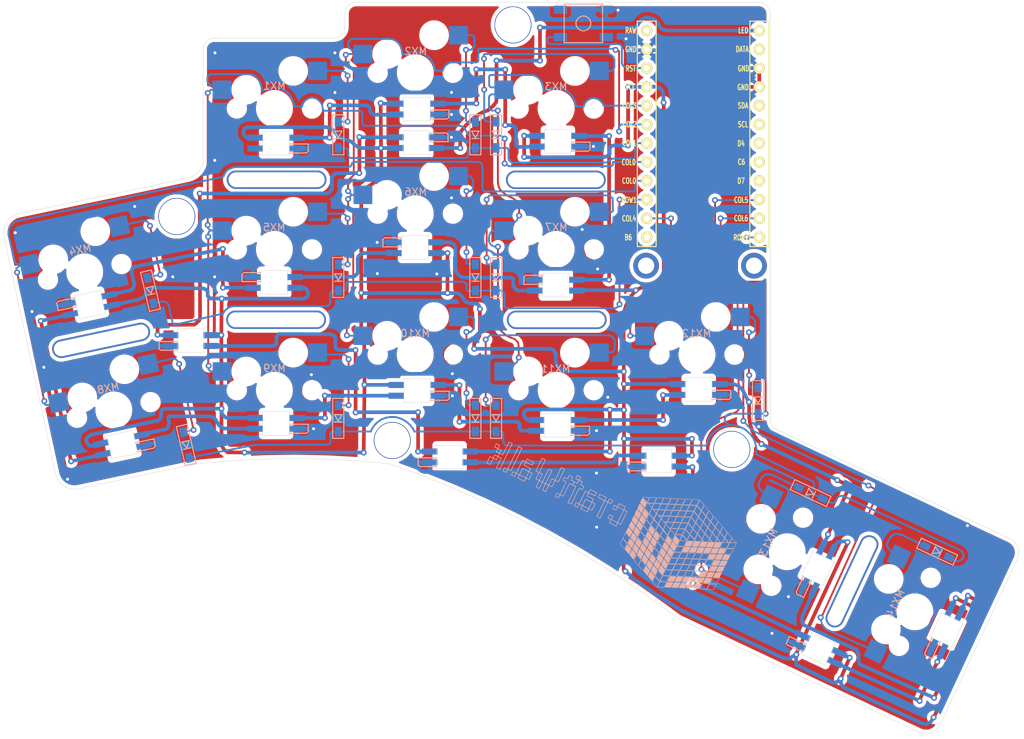
<source format=kicad_pcb>
(kicad_pcb (version 20171130) (host pcbnew "(5.1.5-0-10_14)")
  (layers (0 F.Cu signal) (31 B.Cu signal) (34 B.Paste user) (35 F.Paste user) (36 B.SilkS user) (37 F.SilkS user) (38 B.Mask user) (39 F.Mask user) (44 Edge.Cuts user))
  (net 0 "")
  (net 1 "Net-(D1-Pad2)")
  (net 2 ROW0)
  (net 3 "Net-(D2-Pad2)")
  (net 4 "Net-(D3-Pad2)")
  (net 5 COL4)
  (net 6 "Net-(D4-Pad2)")
  (net 7 "Net-(D5-Pad2)")
  (net 8 "Net-(D6-Pad2)")
  (net 9 "Net-(D7-Pad2)")
  (net 10 ROW2)
  (net 11 "Net-(D8-Pad2)")
  (net 12 "Net-(D9-Pad2)")
  (net 13 "Net-(D10-Pad2)")
  (net 14 "Net-(D11-Pad2)")
  (net 15 "Net-(D12-Pad2)")
  (net 16 "Net-(D13-Pad2)")
  (net 17 "Net-(D14-Pad2)")
  (net 18 VCC)
  (net 19 LED)
  (net 20 GND)
  (net 21 COL1)
  (net 22 COL2)
  (net 23 COL3)
  (net 24 COL0)
  (net 25 reset)
  (net 26 "Net-(U1-Pad24)")
  (net 27 "Net-(U1-Pad13)")
  (net 28 "Net-(U1-Pad6)")
  (net 29 "Net-(U1-Pad5)")
  (net 30 "Net-(U1-Pad2)")
  (net 31 "Net-(U1-Pad8)")
  (net 32 "Net-(U1-Pad7)")
  (net 33 ROW1)
  (net 34 COL5)
  (net 35 COL6)
  (net 36 "Net-(U1-Pad9)")
  (net 37 "Net-(L1-Pad4)")
  (net 38 "Net-(L1-Pad2)")
  (net 39 "Net-(L3-Pad2)")
  (net 40 "Net-(L4-Pad2)")
  (net 41 "Net-(L19-Pad4)")
  (net 42 "Net-(L6-Pad4)")
  (net 43 "Net-(L6-Pad2)")
  (net 44 "Net-(L7-Pad4)")
  (net 45 "Net-(L12-Pad2)")
  (net 46 "Net-(L13-Pad2)")
  (net 47 "Net-(L10-Pad4)")
  (net 48 "Net-(L10-Pad2)")
  (net 49 "Net-(L11-Pad2)")
  (net 50 "Net-(L13-Pad4)")
  (net 51 "Net-(L14-Pad4)")
  (net 52 "Net-(L15-Pad4)")
  (net 53 "Net-(L16-Pad4)")
  (net 54 "Net-(L17-Pad4)")
  (net 55 "Net-(L18-Pad4)")
  (module craftwalk:YS-SK6812 (layer F.Cu) (at 80.00492 75.37196)
    (fp_text reference L1)
    (fp_text value YS-SK6812MINI hide)
    (pad 2 smd rect (at 2.87636 0.68326) (size 2.1 0.83) (layers B.Cu B.Paste B.Mask) (net 38 "Net-(L1-Pad2)"))
    (pad 3 smd rect (at -2.60204 0.68326) (size 2.1 0.83) (layers B.Cu B.Paste B.Mask) (net 20 GND))
    (pad 1 smd rect (at 2.88144 -0.7747) (size 2.1 0.83) (layers B.Cu B.Paste B.Mask) (net 18 VCC))
    (pad 4 smd rect (at -2.60204 -0.7747) (size 2.1 0.83) (layers B.Cu B.Paste B.Mask) (net 37 "Net-(L1-Pad4)"))
  )
  (module craftwalk:YS-SK6812 (layer F.Cu) (at 164.90188 117.02288 335)
    (fp_text reference L5)
    (fp_text value YS-SK6812MINI hide)
    (pad 2 smd rect (at 2.87636 0.68326 335) (size 2.1 0.83) (layers B.Cu B.Paste B.Mask) (net 41 "Net-(L19-Pad4)"))
    (pad 3 smd rect (at -2.60204 0.68326 335) (size 2.1 0.83) (layers B.Cu B.Paste B.Mask) (net 20 GND))
    (pad 1 smd rect (at 2.88144 -0.7747 335) (size 2.1 0.83) (layers B.Cu B.Paste B.Mask) (net 18 VCC))
    (pad 4 smd rect (at -2.60204 -0.7747 335) (size 2.1 0.83) (layers B.Cu B.Paste B.Mask) (net 40 "Net-(L4-Pad2)"))
  )
  (module craftwalk:YS-SK6812 (layer F.Cu) (at 143.3068 91.67876)
    (fp_text reference L4)
    (fp_text value YS-SK6812MINI hide)
    (pad 2 smd rect (at 2.87636 0.68326) (size 2.1 0.83) (layers B.Cu B.Paste B.Mask) (net 40 "Net-(L4-Pad2)"))
    (pad 3 smd rect (at -2.60204 0.68326) (size 2.1 0.83) (layers B.Cu B.Paste B.Mask) (net 20 GND))
    (pad 1 smd rect (at 2.88144 -0.7747) (size 2.1 0.83) (layers B.Cu B.Paste B.Mask) (net 18 VCC))
    (pad 4 smd rect (at -2.60204 -0.7747) (size 2.1 0.83) (layers B.Cu B.Paste B.Mask) (net 39 "Net-(L3-Pad2)"))
  )
  (module craftwalk:YS-SK6812 (layer F.Cu) (at 115.03152 91.10472)
    (fp_text reference L3)
    (fp_text value YS-SK6812MINI hide)
    (pad 2 smd rect (at 2.87636 0.68326) (size 2.1 0.83) (layers B.Cu B.Paste B.Mask) (net 39 "Net-(L3-Pad2)"))
    (pad 3 smd rect (at -2.60204 0.68326) (size 2.1 0.83) (layers B.Cu B.Paste B.Mask) (net 20 GND))
    (pad 1 smd rect (at 2.88144 -0.7747) (size 2.1 0.83) (layers B.Cu B.Paste B.Mask) (net 18 VCC))
    (pad 4 smd rect (at -2.60204 -0.7747) (size 2.1 0.83) (layers B.Cu B.Paste B.Mask) (net 38 "Net-(L1-Pad2)"))
  )
  (module craftwalk:YS-SK6812 (layer F.Cu) (at 110.76432 48.514 180)
    (fp_text reference L2)
    (fp_text value YS-SK6812MINI hide)
    (pad 2 smd rect (at 2.87636 0.68326 180) (size 2.1 0.83) (layers B.Cu B.Paste B.Mask) (net 37 "Net-(L1-Pad4)"))
    (pad 3 smd rect (at -2.60204 0.68326 180) (size 2.1 0.83) (layers B.Cu B.Paste B.Mask) (net 20 GND))
    (pad 1 smd rect (at 2.88144 -0.7747 180) (size 2.1 0.83) (layers B.Cu B.Paste B.Mask) (net 18 VCC))
    (pad 4 smd rect (at -2.60204 -0.7747 180) (size 2.1 0.83) (layers B.Cu B.Paste B.Mask) (net 19 LED))
  )
  (module craftwalk:YS-SK6812-underglow (layer F.Cu) (at 91.5403 48.7053)
    (fp_text reference L6)
    (fp_text value YS-SK6812MINI hide)
    (pad 1 smd rect (at -2.70204 -0.8128) (size 2.1 0.83) (layers B.Cu B.Paste B.Mask) (net 18 VCC))
    (pad 4 smd rect (at 2.98144 -0.8128) (size 2.1 0.83) (layers B.Cu B.Paste B.Mask) (net 42 "Net-(L6-Pad4)"))
    (pad 2 smd rect (at -2.70204 0.64516) (size 2.1 0.83) (layers B.Cu B.Paste B.Mask) (net 43 "Net-(L6-Pad2)"))
    (pad 3 smd rect (at 2.97636 0.64516) (size 2.1 0.83) (layers B.Cu B.Paste B.Mask) (net 20 GND))
  )
  (module craftwalk:YS-SK6812-underglow (layer F.Cu) (at 110.57636 44.10644)
    (fp_text reference L7)
    (fp_text value YS-SK6812MINI hide)
    (pad 1 smd rect (at -2.70204 -0.8128) (size 2.1 0.83) (layers B.Cu B.Paste B.Mask) (net 18 VCC))
    (pad 4 smd rect (at 2.98144 -0.8128) (size 2.1 0.83) (layers B.Cu B.Paste B.Mask) (net 44 "Net-(L7-Pad4)"))
    (pad 2 smd rect (at -2.70204 0.64516) (size 2.1 0.83) (layers B.Cu B.Paste B.Mask) (net 42 "Net-(L6-Pad4)"))
    (pad 3 smd rect (at 2.97636 0.64516) (size 2.1 0.83) (layers B.Cu B.Paste B.Mask) (net 20 GND))
  )
  (module craftwalk:YS-SK6812-underglow (layer F.Cu) (at 182.31104 114.31016 245)
    (fp_text reference L19)
    (fp_text value YS-SK6812MINI hide)
    (pad 1 smd rect (at -2.70204 -0.8128 245) (size 2.1 0.83) (layers B.Cu B.Paste B.Mask) (net 18 VCC))
    (pad 4 smd rect (at 2.98144 -0.8128 245) (size 2.1 0.83) (layers B.Cu B.Paste B.Mask) (net 41 "Net-(L19-Pad4)"))
    (pad 2 smd rect (at -2.70204 0.64516 245) (size 2.1 0.83) (layers B.Cu B.Paste B.Mask) (net 55 "Net-(L18-Pad4)"))
    (pad 3 smd rect (at 2.97636 0.64516 245) (size 2.1 0.83) (layers B.Cu B.Paste B.Mask) (net 20 GND))
  )
  (module craftwalk:YS-SK6812-underglow (layer F.Cu) (at 164.93744 106.01452 245)
    (fp_text reference L18)
    (fp_text value YS-SK6812MINI hide)
    (pad 1 smd rect (at -2.70204 -0.8128 245) (size 2.1 0.83) (layers B.Cu B.Paste B.Mask) (net 18 VCC))
    (pad 4 smd rect (at 2.98144 -0.8128 245) (size 2.1 0.83) (layers B.Cu B.Paste B.Mask) (net 55 "Net-(L18-Pad4)"))
    (pad 2 smd rect (at -2.70204 0.64516 245) (size 2.1 0.83) (layers B.Cu B.Paste B.Mask) (net 54 "Net-(L17-Pad4)"))
    (pad 3 smd rect (at 2.97636 0.64516 245) (size 2.1 0.83) (layers B.Cu B.Paste B.Mask) (net 20 GND))
  )
  (module craftwalk:YS-SK6812-underglow (layer F.Cu) (at 148.68652 82.02168)
    (fp_text reference L17)
    (fp_text value YS-SK6812MINI hide)
    (pad 1 smd rect (at -2.70204 -0.8128) (size 2.1 0.83) (layers B.Cu B.Paste B.Mask) (net 18 VCC))
    (pad 4 smd rect (at 2.98144 -0.8128) (size 2.1 0.83) (layers B.Cu B.Paste B.Mask) (net 54 "Net-(L17-Pad4)"))
    (pad 2 smd rect (at -2.70204 0.64516) (size 2.1 0.83) (layers B.Cu B.Paste B.Mask) (net 53 "Net-(L16-Pad4)"))
    (pad 3 smd rect (at 2.97636 0.64516) (size 2.1 0.83) (layers B.Cu B.Paste B.Mask) (net 20 GND))
  )
  (module craftwalk:YS-SK6812-underglow (layer F.Cu) (at 129.58572 86.88004)
    (fp_text reference L16)
    (fp_text value YS-SK6812MINI hide)
    (pad 1 smd rect (at -2.70204 -0.8128) (size 2.1 0.83) (layers B.Cu B.Paste B.Mask) (net 18 VCC))
    (pad 4 smd rect (at 2.98144 -0.8128) (size 2.1 0.83) (layers B.Cu B.Paste B.Mask) (net 53 "Net-(L16-Pad4)"))
    (pad 2 smd rect (at -2.70204 0.64516) (size 2.1 0.83) (layers B.Cu B.Paste B.Mask) (net 52 "Net-(L15-Pad4)"))
    (pad 3 smd rect (at 2.97636 0.64516) (size 2.1 0.83) (layers B.Cu B.Paste B.Mask) (net 20 GND))
  )
  (module craftwalk:YS-SK6812-underglow (layer F.Cu) (at 110.61192 82.14548)
    (fp_text reference L15)
    (fp_text value YS-SK6812MINI hide)
    (pad 1 smd rect (at -2.70204 -0.8128) (size 2.1 0.83) (layers B.Cu B.Paste B.Mask) (net 18 VCC))
    (pad 4 smd rect (at 2.98144 -0.8128) (size 2.1 0.83) (layers B.Cu B.Paste B.Mask) (net 52 "Net-(L15-Pad4)"))
    (pad 2 smd rect (at -2.70204 0.64516) (size 2.1 0.83) (layers B.Cu B.Paste B.Mask) (net 51 "Net-(L14-Pad4)"))
    (pad 3 smd rect (at 2.97636 0.64516) (size 2.1 0.83) (layers B.Cu B.Paste B.Mask) (net 20 GND))
  )
  (module craftwalk:YS-SK6812-underglow (layer F.Cu) (at 91.5403 86.6053)
    (fp_text reference L14)
    (fp_text value YS-SK6812MINI hide)
    (pad 1 smd rect (at -2.70204 -0.8128) (size 2.1 0.83) (layers B.Cu B.Paste B.Mask) (net 18 VCC))
    (pad 4 smd rect (at 2.98144 -0.8128) (size 2.1 0.83) (layers B.Cu B.Paste B.Mask) (net 51 "Net-(L14-Pad4)"))
    (pad 2 smd rect (at -2.70204 0.64516) (size 2.1 0.83) (layers B.Cu B.Paste B.Mask) (net 50 "Net-(L13-Pad4)"))
    (pad 3 smd rect (at 2.97636 0.64516) (size 2.1 0.83) (layers B.Cu B.Paste B.Mask) (net 20 GND))
  )
  (module craftwalk:YS-SK6812-underglow (layer F.Cu) (at 70.75612 89.51148 12)
    (fp_text reference L13)
    (fp_text value YS-SK6812MINI hide)
    (pad 1 smd rect (at -2.70204 -0.8128 12) (size 2.1 0.83) (layers B.Cu B.Paste B.Mask) (net 18 VCC))
    (pad 4 smd rect (at 2.98144 -0.8128 12) (size 2.1 0.83) (layers B.Cu B.Paste B.Mask) (net 50 "Net-(L13-Pad4)"))
    (pad 2 smd rect (at -2.70204 0.64516 12) (size 2.1 0.83) (layers B.Cu B.Paste B.Mask) (net 46 "Net-(L13-Pad2)"))
    (pad 3 smd rect (at 2.97636 0.64516 12) (size 2.1 0.83) (layers B.Cu B.Paste B.Mask) (net 20 GND))
  )
  (module craftwalk:YS-SK6812-underglow (layer F.Cu) (at 66.58864 70.36816 192)
    (fp_text reference L9)
    (fp_text value YS-SK6812MINI hide)
    (pad 1 smd rect (at -2.70204 -0.8128 192) (size 2.1 0.83) (layers B.Cu B.Paste B.Mask) (net 18 VCC))
    (pad 4 smd rect (at 2.98144 -0.8128 192) (size 2.1 0.83) (layers B.Cu B.Paste B.Mask) (net 46 "Net-(L13-Pad2)"))
    (pad 2 smd rect (at -2.70204 0.64516 192) (size 2.1 0.83) (layers B.Cu B.Paste B.Mask) (net 47 "Net-(L10-Pad4)"))
    (pad 3 smd rect (at 2.97636 0.64516 192) (size 2.1 0.83) (layers B.Cu B.Paste B.Mask) (net 20 GND))
  )
  (module craftwalk:YS-SK6812-underglow (layer F.Cu) (at 91.53652 67.3862 180)
    (fp_text reference L10)
    (fp_text value YS-SK6812MINI hide)
    (pad 1 smd rect (at -2.70204 -0.8128 180) (size 2.1 0.83) (layers B.Cu B.Paste B.Mask) (net 18 VCC))
    (pad 4 smd rect (at 2.98144 -0.8128 180) (size 2.1 0.83) (layers B.Cu B.Paste B.Mask) (net 47 "Net-(L10-Pad4)"))
    (pad 2 smd rect (at -2.70204 0.64516 180) (size 2.1 0.83) (layers B.Cu B.Paste B.Mask) (net 48 "Net-(L10-Pad2)"))
    (pad 3 smd rect (at 2.97636 0.64516 180) (size 2.1 0.83) (layers B.Cu B.Paste B.Mask) (net 20 GND))
  )
  (module craftwalk:YS-SK6812-underglow (layer F.Cu) (at 110.57636 62.6872 180)
    (fp_text reference L11)
    (fp_text value YS-SK6812MINI hide)
    (pad 1 smd rect (at -2.70204 -0.8128 180) (size 2.1 0.83) (layers B.Cu B.Paste B.Mask) (net 18 VCC))
    (pad 4 smd rect (at 2.98144 -0.8128 180) (size 2.1 0.83) (layers B.Cu B.Paste B.Mask) (net 48 "Net-(L10-Pad2)"))
    (pad 2 smd rect (at -2.70204 0.64516 180) (size 2.1 0.83) (layers B.Cu B.Paste B.Mask) (net 49 "Net-(L11-Pad2)"))
    (pad 3 smd rect (at 2.97636 0.64516 180) (size 2.1 0.83) (layers B.Cu B.Paste B.Mask) (net 20 GND))
  )
  (module craftwalk:YS-SK6812-underglow (layer F.Cu) (at 129.6403 67.7553 180)
    (fp_text reference L12)
    (fp_text value YS-SK6812MINI hide)
    (pad 1 smd rect (at -2.70204 -0.8128 180) (size 2.1 0.83) (layers B.Cu B.Paste B.Mask) (net 18 VCC))
    (pad 4 smd rect (at 2.98144 -0.8128 180) (size 2.1 0.83) (layers B.Cu B.Paste B.Mask) (net 49 "Net-(L11-Pad2)"))
    (pad 2 smd rect (at -2.70204 0.64516 180) (size 2.1 0.83) (layers B.Cu B.Paste B.Mask) (net 45 "Net-(L12-Pad2)"))
    (pad 3 smd rect (at 2.97636 0.64516 180) (size 2.1 0.83) (layers B.Cu B.Paste B.Mask) (net 20 GND))
  )
  (module craftwalk:YS-SK6812-underglow (layer F.Cu) (at 129.65684 48.45624)
    (fp_text reference L8)
    (fp_text value YS-SK6812MINI hide)
    (pad 1 smd rect (at -2.70204 -0.8128) (size 2.1 0.83) (layers B.Cu B.Paste B.Mask) (net 18 VCC))
    (pad 4 smd rect (at 2.98144 -0.8128) (size 2.1 0.83) (layers B.Cu B.Paste B.Mask) (net 45 "Net-(L12-Pad2)"))
    (pad 2 smd rect (at -2.70204 0.64516) (size 2.1 0.83) (layers B.Cu B.Paste B.Mask) (net 44 "Net-(L7-Pad4)"))
    (pad 3 smd rect (at 2.97636 0.64516) (size 2.1 0.83) (layers B.Cu B.Paste B.Mask) (net 20 GND))
  )
  (module MX_Only:MXOnly-1U-Hotswap (layer F.Cu) (at 110.49 58.166)
    (fp_text reference MX6)
    (fp_text value MX-NoLED hide)
    (fp_text user %R (at 0.0635 -2.9464) (layer B.SilkS) (effects (justify mirror)))
    (pad 2 smd rect (at 5.842 -5.08) (size 2.55 2.5) (layers B.Cu B.Paste B.Mask) (net 8 "Net-(D6-Pad2)"))
    (pad 1 smd rect (at -7.085 -2.54) (size 2.55 2.5) (layers B.Cu B.Paste B.Mask) (net 22 COL2))
    (pad "" np_thru_hole circle (at 5.08 0 48.0996) (size 1.75 1.75) (drill 1.75) (layers *.Cu *.Mask))
    (pad "" np_thru_hole circle (at -5.08 0 48.0996) (size 1.75 1.75) (drill 1.75) (layers *.Cu *.Mask))
    (pad "" np_thru_hole circle (at -3.81 -2.54) (size 3 3) (drill 3) (layers *.Cu *.Mask))
    (pad "" np_thru_hole circle (at 0 0) (size 3.9878 3.9878) (drill 3.9878) (layers *.Cu *.Mask))
    (pad "" np_thru_hole circle (at 2.54 -5.08) (size 3 3) (drill 3) (layers *.Cu *.Mask))
  )
  (module random-keyboard-parts:Generic-Mounthole (layer F.Cu) (at 91.99372 53.63972)
    (fp_text reference REF** hide)
    (fp_text value Generic-Mounthole hide)
    (pad "" thru_hole oval (at -0.254 -0.0635) (size 13.5 2.5) (drill oval 13 2) (layers *.Cu *.Mask))
  )
  (module MX_Only:MXOnly-1U-Hotswap (layer F.Cu) (at 91.44 43.942)
    (fp_text reference MX1)
    (fp_text value MX-NoLED hide)
    (fp_text user %R (at 0 -3.048) (layer B.SilkS) (effects (justify mirror)))
    (pad "" np_thru_hole circle (at 2.54 -5.08) (size 3 3) (drill 3) (layers *.Cu *.Mask))
    (pad "" np_thru_hole circle (at 0 0) (size 3.9878 3.9878) (drill 3.9878) (layers *.Cu *.Mask))
    (pad "" np_thru_hole circle (at -3.81 -2.54) (size 3 3) (drill 3) (layers *.Cu *.Mask))
    (pad "" np_thru_hole circle (at -5.08 0 48.0996) (size 1.75 1.75) (drill 1.75) (layers *.Cu *.Mask))
    (pad "" np_thru_hole circle (at 5.08 0 48.0996) (size 1.75 1.75) (drill 1.75) (layers *.Cu *.Mask))
    (pad 1 smd rect (at -7.085 -2.54) (size 2.55 2.5) (layers B.Cu B.Paste B.Mask) (net 21 COL1))
    (pad 2 smd rect (at 5.842 -5.08) (size 2.55 2.5) (layers B.Cu B.Paste B.Mask) (net 1 "Net-(D1-Pad2)"))
  )
  (module craftwalk:craftwalk_logo (layer B.Cu) (at 136.40816 98.05924 154)
    (fp_text reference G*** hide)
    (fp_text value LOGO hide)
  )
  (module kbd:D3_SMD (layer F.Cu) (at 163.957 95.9485 155)
    (fp_text reference D13 hide)
    (fp_text value D_Small hide)
    (pad 2 smd rect (at 1.775 0 155) (size 1.3 0.95) (layers B.Cu B.Paste B.Mask) (net 16 "Net-(D13-Pad2)"))
    (pad 1 smd rect (at -1.775 0 155) (size 1.3 0.95) (layers B.Cu B.Paste B.Mask) (net 10 ROW2))
  )
  (module random-keyboard-parts:Generic-Mounthole (layer F.Cu) (at 156.3 65.2018)
    (fp_text reference REF** hide)
    (fp_text value Generic-Mounthole hide)
    (pad "" thru_hole circle (at 0 0) (size 3.5 3.5) (drill 2.2) (layers *.Cu *.Mask))
  )
  (module random-keyboard-parts:Generic-Mounthole (layer F.Cu) (at 141.7066 65.2018)
    (fp_text reference REF** hide)
    (fp_text value Generic-Mounthole hide)
    (pad "" thru_hole circle (at 0 0) (size 3.5 3.5) (drill 2.2) (layers *.Cu *.Mask))
  )
  (module random-keyboard-parts:SKQGADE010 (layer B.Cu) (at 133.223 32.4358 180)
    (fp_text reference SW1 hide)
    (fp_text value RESET_SW)
    (pad 4 smd rect (at -3.1 -1.85 180) (size 1.8 1.1) (layers B.Cu B.Paste B.Mask))
    (pad 3 smd rect (at 3.1 1.85 180) (size 1.8 1.1) (layers B.Cu B.Paste B.Mask))
    (pad 2 smd rect (at -3.1 1.85 180) (size 1.8 1.1) (layers B.Cu B.Paste B.Mask) (net 20 GND))
    (pad 1 smd rect (at 3.1 -1.85 180) (size 1.8 1.1) (layers B.Cu B.Paste B.Mask) (net 25 reset))
  )
  (module random-keyboard-parts:Generic-Mounthole (layer F.Cu) (at 169.71342 107.686043 65)
    (fp_text reference REF** hide)
    (fp_text value Generic-Mounthole hide)
    (pad "" thru_hole oval (at -0.254 -0.0635 65) (size 13.5 2.5) (drill oval 13 2) (layers *.Cu *.Mask))
  )
  (module random-keyboard-parts:Generic-Mounthole (layer F.Cu) (at 68.26504 75.311 12)
    (fp_text reference REF** hide)
    (fp_text value Generic-Mounthole hide)
    (pad "" thru_hole oval (at -0.254 -0.0635 12) (size 13.5 2.5) (drill oval 13 2) (layers *.Cu *.Mask))
  )
  (module random-keyboard-parts:Generic-Mounthole (layer F.Cu) (at 129.7559 53.65496)
    (fp_text reference REF** hide)
    (fp_text value Generic-Mounthole hide)
    (pad "" thru_hole oval (at -0.254 -0.0635) (size 13.5 2.5) (drill oval 13 2) (layers *.Cu *.Mask))
  )
  (module random-keyboard-parts:Generic-Mounthole (layer F.Cu) (at 129.87782 72.58558)
    (fp_text reference REF** hide)
    (fp_text value Generic-Mounthole hide)
    (pad "" thru_hole oval (at -0.254 -0.0635) (size 13.5 2.5) (drill oval 13 2) (layers *.Cu *.Mask))
  )
  (module random-keyboard-parts:Generic-Mounthole (layer F.Cu) (at 91.9226 72.57542)
    (fp_text reference REF** hide)
    (fp_text value Generic-Mounthole hide)
    (pad "" thru_hole oval (at -0.254 -0.0635) (size 13.5 2.5) (drill oval 13 2) (layers *.Cu *.Mask))
  )
  (module kbd:ProMicro_v2 (layer F.Cu) (at 149.352 47.879)
    (fp_text reference U1 hide)
    (fp_text value ProMicro hide)
    (fp_text user "" (at -0.5 -17.25) (layer F.SilkS))
    (fp_text user "" (at -1.2065 -16.256) (layer B.SilkS) (effects (justify mirror)))
    (fp_text user RAW (at -9.7155 -14.478) (layer F.SilkS) (effects (font (size 0.75 0.5) (thickness 0.125))))
    (fp_text user LED (at 5.5 -14.478) (layer F.SilkS) (effects (font (size 0.75 0.5) (thickness 0.125))))
    (fp_text user GND (at -9.7155 -11.938) (layer F.SilkS) (effects (font (size 0.75 0.5) (thickness 0.125))))
    (fp_text user DATA (at 5.35 -11.95) (layer F.SilkS) (effects (font (size 0.75 0.5) (thickness 0.125))))
    (fp_text user RST (at -9.7155 -9.3345) (layer F.SilkS) (effects (font (size 0.75 0.5) (thickness 0.125))))
    (fp_text user GND (at 5.5245 -9.3345) (layer F.SilkS) (effects (font (size 0.75 0.5) (thickness 0.125))))
    (fp_text user VCC (at -9.7155 -6.858) (layer F.SilkS) (effects (font (size 0.75 0.5) (thickness 0.125))))
    (fp_text user GND (at 5.461 -6.7945) (layer F.SilkS) (effects (font (size 0.75 0.5) (thickness 0.125))))
    (fp_text user COL0 (at -10 3.35) (layer F.SilkS) (effects (font (size 0.75 0.5) (thickness 0.125))))
    (fp_text user D4 (at 5.2 0.8) (layer F.SilkS) (effects (font (size 0.75 0.5) (thickness 0.125))))
    (fp_text user COL1 (at -9.9 0.762) (layer F.SilkS) (effects (font (size 0.75 0.5) (thickness 0.125))))
    (fp_text user SCL (at 5.461 -1.778) (layer F.SilkS) (effects (font (size 0.75 0.5) (thickness 0.125))))
    (fp_text user COL2 (at -9.85 -1.778) (layer F.SilkS) (effects (font (size 0.75 0.5) (thickness 0.125))))
    (fp_text user SDA (at 5.461 -4.318) (layer F.SilkS) (effects (font (size 0.75 0.5) (thickness 0.125))))
    (fp_text user COL3 (at -9.9 -4.3) (layer F.SilkS) (effects (font (size 0.75 0.5) (thickness 0.125))))
    (fp_text user B6 (at -10.05 13.5) (layer F.SilkS) (effects (font (size 0.75 0.5) (thickness 0.125))))
    (fp_text user ROW2 (at 5.2 13.5255) (layer F.SilkS) (effects (font (size 0.75 0.5) (thickness 0.125))))
    (fp_text user COL6 (at 5.2 10.922) (layer F.SilkS) (effects (font (size 0.75 0.5) (thickness 0.125))))
    (fp_text user COL4 (at -9.95 10.95) (layer F.SilkS) (effects (font (size 0.75 0.5) (thickness 0.125))))
    (fp_text user COL5 (at 5.2 8.4455) (layer F.SilkS) (effects (font (size 0.75 0.5) (thickness 0.125))))
    (fp_text user ROW1 (at -9.95 8.4455) (layer F.SilkS) (effects (font (size 0.75 0.5) (thickness 0.125))))
    (fp_text user D7 (at 5.2 5.85) (layer F.SilkS) (effects (font (size 0.75 0.5) (thickness 0.125))))
    (fp_text user COL0 (at -9.95 5.85) (layer F.SilkS) (effects (font (size 0.75 0.5) (thickness 0.125))))
    (fp_text user C6 (at 5.25 3.302) (layer F.SilkS) (effects (font (size 0.75 0.5) (thickness 0.125))))
    (pad 1 thru_hole circle (at 7.6564 -14.478) (size 1.524 1.524) (drill 0.8128) (layers *.Cu *.Mask F.SilkS) (net 19 LED))
    (pad 2 thru_hole circle (at 7.6564 -11.938) (size 1.524 1.524) (drill 0.8128) (layers *.Cu *.Mask F.SilkS) (net 30 "Net-(U1-Pad2)"))
    (pad 3 thru_hole circle (at 7.6564 -9.398) (size 1.524 1.524) (drill 0.8128) (layers *.Cu *.Mask F.SilkS) (net 20 GND))
    (pad 4 thru_hole circle (at 7.6564 -6.858) (size 1.524 1.524) (drill 0.8128) (layers *.Cu *.Mask F.SilkS) (net 20 GND))
    (pad 5 thru_hole circle (at 7.6564 -4.318) (size 1.524 1.524) (drill 0.8128) (layers *.Cu *.Mask F.SilkS) (net 29 "Net-(U1-Pad5)"))
    (pad 6 thru_hole circle (at 7.6564 -1.778) (size 1.524 1.524) (drill 0.8128) (layers *.Cu *.Mask F.SilkS) (net 28 "Net-(U1-Pad6)"))
    (pad 7 thru_hole circle (at 7.6564 0.762) (size 1.524 1.524) (drill 0.8128) (layers *.Cu *.Mask F.SilkS) (net 32 "Net-(U1-Pad7)"))
    (pad 8 thru_hole circle (at 7.6564 3.302) (size 1.524 1.524) (drill 0.8128) (layers *.Cu *.Mask F.SilkS) (net 31 "Net-(U1-Pad8)"))
    (pad 9 thru_hole circle (at 7.6564 5.842) (size 1.524 1.524) (drill 0.8128) (layers *.Cu *.Mask F.SilkS) (net 36 "Net-(U1-Pad9)"))
    (pad 10 thru_hole circle (at 7.6564 8.382) (size 1.524 1.524) (drill 0.8128) (layers *.Cu *.Mask F.SilkS) (net 34 COL5))
    (pad 11 thru_hole circle (at 7.6564 10.922) (size 1.524 1.524) (drill 0.8128) (layers *.Cu *.Mask F.SilkS) (net 35 COL6))
    (pad 12 thru_hole circle (at 7.6564 13.462) (size 1.524 1.524) (drill 0.8128) (layers *.Cu *.Mask F.SilkS) (net 10 ROW2))
    (pad 13 thru_hole circle (at -7.5636 13.462) (size 1.524 1.524) (drill 0.8128) (layers *.Cu *.Mask F.SilkS) (net 27 "Net-(U1-Pad13)"))
    (pad 14 thru_hole circle (at -7.5636 10.922) (size 1.524 1.524) (drill 0.8128) (layers *.Cu *.Mask F.SilkS) (net 5 COL4))
    (pad 15 thru_hole circle (at -7.5636 8.382) (size 1.524 1.524) (drill 0.8128) (layers *.Cu *.Mask F.SilkS) (net 33 ROW1))
    (pad 16 thru_hole circle (at -7.5636 5.842) (size 1.524 1.524) (drill 0.8128) (layers *.Cu *.Mask F.SilkS) (net 24 COL0))
    (pad 17 thru_hole circle (at -7.5636 3.302) (size 1.524 1.524) (drill 0.8128) (layers *.Cu *.Mask F.SilkS) (net 21 COL1))
    (pad 18 thru_hole circle (at -7.5636 0.762) (size 1.524 1.524) (drill 0.8128) (layers *.Cu *.Mask F.SilkS) (net 2 ROW0))
    (pad 19 thru_hole circle (at -7.5636 -1.778) (size 1.524 1.524) (drill 0.8128) (layers *.Cu *.Mask F.SilkS) (net 22 COL2))
    (pad 20 thru_hole circle (at -7.5636 -4.318) (size 1.524 1.524) (drill 0.8128) (layers *.Cu *.Mask F.SilkS) (net 23 COL3))
    (pad 21 thru_hole circle (at -7.5636 -6.858) (size 1.524 1.524) (drill 0.8128) (layers *.Cu *.Mask F.SilkS) (net 18 VCC))
    (pad 22 thru_hole circle (at -7.5636 -9.398) (size 1.524 1.524) (drill 0.8128) (layers *.Cu *.Mask F.SilkS) (net 25 reset))
    (pad 23 thru_hole circle (at -7.5636 -11.938) (size 1.524 1.524) (drill 0.8128) (layers *.Cu *.Mask F.SilkS) (net 20 GND))
    (pad 24 thru_hole circle (at -7.5636 -14.478) (size 1.524 1.524) (drill 0.8128) (layers *.Cu *.Mask F.SilkS) (net 26 "Net-(U1-Pad24)"))
  )
  (module kbd:HOLE (layer F.Cu) (at 153.289 90.043)
    (fp_text reference Ref**)
    (fp_text value Val**)
    (pad "" np_thru_hole circle (at 0 0) (size 5 5) (drill 4.8) (layers *.Cu *.Mask))
  )
  (module kbd:HOLE (layer F.Cu) (at 107.3785 88.8365)
    (fp_text reference Ref** hide)
    (fp_text value Val** hide)
    (pad "" np_thru_hole circle (at 0 0) (size 5 5) (drill 4.8) (layers *.Cu *.Mask))
  )
  (module kbd:HOLE (layer F.Cu) (at 123.698 32.639)
    (fp_text reference Ref** hide)
    (fp_text value Val** hide)
    (pad "" np_thru_hole circle (at 0 0) (size 5 5) (drill 4.8) (layers *.Cu *.Mask))
  )
  (module kbd:HOLE (layer F.Cu) (at 78.232 58.547)
    (fp_text reference Ref** hide)
    (fp_text value Val** hide)
    (pad "" np_thru_hole circle (at 0 0) (size 5 5) (drill 4.8) (layers *.Cu *.Mask))
  )
  (module kbd:D3_SMD (layer F.Cu) (at 181.059696 103.874147 155)
    (fp_text reference D14 hide)
    (fp_text value D_Small hide)
    (pad 1 smd rect (at -1.775 0 155) (size 1.3 0.95) (layers B.Cu B.Paste B.Mask) (net 10 ROW2))
    (pad 2 smd rect (at 1.775 0 155) (size 1.3 0.95) (layers B.Cu B.Paste B.Mask) (net 17 "Net-(D14-Pad2)"))
  )
  (module kbd:D3_SMD (layer F.Cu) (at 156.845 83.439 90)
    (fp_text reference D12 hide)
    (fp_text value D_Small hide)
    (pad 1 smd rect (at -1.775 0 90) (size 1.3 0.95) (layers B.Cu B.Paste B.Mask) (net 10 ROW2))
    (pad 2 smd rect (at 1.775 0 90) (size 1.3 0.95) (layers B.Cu B.Paste B.Mask) (net 15 "Net-(D12-Pad2)"))
  )
  (module kbd:D3_SMD (layer F.Cu) (at 121.412 85.849 90)
    (fp_text reference D11 hide)
    (fp_text value D_Small hide)
    (pad 2 smd rect (at 1.775 0 90) (size 1.3 0.95) (layers B.Cu B.Paste B.Mask) (net 14 "Net-(D11-Pad2)"))
    (pad 1 smd rect (at -1.775 0 90) (size 1.3 0.95) (layers B.Cu B.Paste B.Mask) (net 10 ROW2))
  )
  (module kbd:D3_SMD (layer F.Cu) (at 118.618 85.849 90)
    (fp_text reference D10 hide)
    (fp_text value D_Small hide)
    (pad 2 smd rect (at 1.775 0 90) (size 1.3 0.95) (layers B.Cu B.Paste B.Mask) (net 13 "Net-(D10-Pad2)"))
    (pad 1 smd rect (at -1.775 0 90) (size 1.3 0.95) (layers B.Cu B.Paste B.Mask) (net 10 ROW2))
  )
  (module kbd:D3_SMD (layer F.Cu) (at 100.076 85.849 90)
    (fp_text reference D9 hide)
    (fp_text value D_Small hide)
    (pad 1 smd rect (at -1.775 0 90) (size 1.3 0.95) (layers B.Cu B.Paste B.Mask) (net 10 ROW2))
    (pad 2 smd rect (at 1.775 0 90) (size 1.3 0.95) (layers B.Cu B.Paste B.Mask) (net 12 "Net-(D9-Pad2)"))
  )
  (module kbd:D3_SMD (layer F.Cu) (at 79.5147 89.4461 103)
    (fp_text reference D8 hide)
    (fp_text value D_Small hide)
    (pad 2 smd rect (at 1.775 0 103) (size 1.3 0.95) (layers B.Cu B.Paste B.Mask) (net 11 "Net-(D8-Pad2)"))
    (pad 1 smd rect (at -1.775 0 103) (size 1.3 0.95) (layers B.Cu B.Paste B.Mask) (net 10 ROW2))
  )
  (module kbd:D3_SMD (layer F.Cu) (at 121.412 66.799 90)
    (fp_text reference D7 hide)
    (fp_text value D_Small hide)
    (pad 1 smd rect (at -1.775 0 90) (size 1.3 0.95) (layers B.Cu B.Paste B.Mask) (net 33 ROW1))
    (pad 2 smd rect (at 1.775 0 90) (size 1.3 0.95) (layers B.Cu B.Paste B.Mask) (net 9 "Net-(D7-Pad2)"))
  )
  (module kbd:D3_SMD (layer F.Cu) (at 118.618 66.799 90)
    (fp_text reference D6 hide)
    (fp_text value D_Small hide)
    (pad 2 smd rect (at 1.775 0 90) (size 1.3 0.95) (layers B.Cu B.Paste B.Mask) (net 8 "Net-(D6-Pad2)"))
    (pad 1 smd rect (at -1.775 0 90) (size 1.3 0.95) (layers B.Cu B.Paste B.Mask) (net 33 ROW1))
  )
  (module kbd:D3_SMD (layer F.Cu) (at 100.076 66.799 90)
    (fp_text reference D5 hide)
    (fp_text value D_Small hide)
    (pad 1 smd rect (at -1.775 0 90) (size 1.3 0.95) (layers B.Cu B.Paste B.Mask) (net 33 ROW1))
    (pad 2 smd rect (at 1.775 0 90) (size 1.3 0.95) (layers B.Cu B.Paste B.Mask) (net 7 "Net-(D5-Pad2)"))
  )
  (module kbd:D3_SMD (layer F.Cu) (at 74.673 68.58 103)
    (fp_text reference D4 hide)
    (fp_text value D_Small hide)
    (pad 2 smd rect (at 1.775 0 103) (size 1.3 0.95) (layers B.Cu B.Paste B.Mask) (net 6 "Net-(D4-Pad2)"))
    (pad 1 smd rect (at -1.775 0 103) (size 1.3 0.95) (layers B.Cu B.Paste B.Mask) (net 33 ROW1))
  )
  (module kbd:D3_SMD (layer F.Cu) (at 121.412 47.501 90)
    (fp_text reference D3 hide)
    (fp_text value D_Small hide)
    (pad 1 smd rect (at -1.775 0 90) (size 1.3 0.95) (layers B.Cu B.Paste B.Mask) (net 2 ROW0))
    (pad 2 smd rect (at 1.775 0 90) (size 1.3 0.95) (layers B.Cu B.Paste B.Mask) (net 4 "Net-(D3-Pad2)"))
  )
  (module kbd:D3_SMD (layer F.Cu) (at 118.618 47.501 90)
    (fp_text reference D2 hide)
    (fp_text value D_Small hide)
    (pad 2 smd rect (at 1.775 0 90) (size 1.3 0.95) (layers B.Cu B.Paste B.Mask) (net 3 "Net-(D2-Pad2)"))
    (pad 1 smd rect (at -1.775 0 90) (size 1.3 0.95) (layers B.Cu B.Paste B.Mask) (net 2 ROW0))
  )
  (module kbd:D3_SMD (layer F.Cu) (at 100.076 47.501 90)
    (fp_text reference D1 hide)
    (fp_text value D_Small hide)
    (pad 1 smd rect (at -1.775 0 90) (size 1.3 0.95) (layers B.Cu B.Paste B.Mask) (net 2 ROW0))
    (pad 2 smd rect (at 1.775 0 90) (size 1.3 0.95) (layers B.Cu B.Paste B.Mask) (net 1 "Net-(D1-Pad2)"))
  )
  (module MX_Only:MXOnly-1U-Hotswap (layer F.Cu) (at 110.49 39.116)
    (fp_text reference MX2)
    (fp_text value MX-NoLED hide)
    (fp_text user %R (at 0.07112 -2.90576) (layer B.SilkS) (effects (justify mirror)))
    (pad 2 smd rect (at 5.842 -5.08) (size 2.55 2.5) (layers B.Cu B.Paste B.Mask) (net 3 "Net-(D2-Pad2)"))
    (pad 1 smd rect (at -7.085 -2.54) (size 2.55 2.5) (layers B.Cu B.Paste B.Mask) (net 22 COL2))
    (pad "" np_thru_hole circle (at 5.08 0 48.0996) (size 1.75 1.75) (drill 1.75) (layers *.Cu *.Mask))
    (pad "" np_thru_hole circle (at -5.08 0 48.0996) (size 1.75 1.75) (drill 1.75) (layers *.Cu *.Mask))
    (pad "" np_thru_hole circle (at -3.81 -2.54) (size 3 3) (drill 3) (layers *.Cu *.Mask))
    (pad "" np_thru_hole circle (at 0 0) (size 3.9878 3.9878) (drill 3.9878) (layers *.Cu *.Mask))
    (pad "" np_thru_hole circle (at 2.54 -5.08) (size 3 3) (drill 3) (layers *.Cu *.Mask))
  )
  (module MX_Only:MXOnly-1U-Hotswap (layer F.Cu) (at 129.54 43.942)
    (fp_text reference MX3)
    (fp_text value MX-NoLED hide)
    (fp_text user %R (at -0.01016 -2.95148) (layer B.SilkS) (effects (justify mirror)))
    (pad "" np_thru_hole circle (at 2.54 -5.08) (size 3 3) (drill 3) (layers *.Cu *.Mask))
    (pad "" np_thru_hole circle (at 0 0) (size 3.9878 3.9878) (drill 3.9878) (layers *.Cu *.Mask))
    (pad "" np_thru_hole circle (at -3.81 -2.54) (size 3 3) (drill 3) (layers *.Cu *.Mask))
    (pad "" np_thru_hole circle (at -5.08 0 48.0996) (size 1.75 1.75) (drill 1.75) (layers *.Cu *.Mask))
    (pad "" np_thru_hole circle (at 5.08 0 48.0996) (size 1.75 1.75) (drill 1.75) (layers *.Cu *.Mask))
    (pad 1 smd rect (at -7.085 -2.54) (size 2.55 2.5) (layers B.Cu B.Paste B.Mask) (net 23 COL3))
    (pad 2 smd rect (at 5.842 -5.08) (size 2.55 2.5) (layers B.Cu B.Paste B.Mask) (net 4 "Net-(D3-Pad2)"))
  )
  (module MX_Only:MXOnly-1U-Hotswap (layer F.Cu) (at 65.786 66.04 12)
    (fp_text reference MX4)
    (fp_text value MX-NoLED hide)
    (fp_text user %R (at 0.024234 -3.046024 12) (layer B.SilkS) (effects (justify mirror)))
    (pad "" np_thru_hole circle (at 2.54 -5.08 12) (size 3 3) (drill 3) (layers *.Cu *.Mask))
    (pad "" np_thru_hole circle (at 0 0 12) (size 3.9878 3.9878) (drill 3.9878) (layers *.Cu *.Mask))
    (pad "" np_thru_hole circle (at -3.81 -2.54 12) (size 3 3) (drill 3) (layers *.Cu *.Mask))
    (pad "" np_thru_hole circle (at -5.08 0 60.0996) (size 1.75 1.75) (drill 1.75) (layers *.Cu *.Mask))
    (pad "" np_thru_hole circle (at 5.08 0 60.0996) (size 1.75 1.75) (drill 1.75) (layers *.Cu *.Mask))
    (pad 1 smd rect (at -7.085 -2.54 12) (size 2.55 2.5) (layers B.Cu B.Paste B.Mask) (net 24 COL0))
    (pad 2 smd rect (at 5.842 -5.08 12) (size 2.55 2.5) (layers B.Cu B.Paste B.Mask) (net 6 "Net-(D4-Pad2)"))
  )
  (module MX_Only:MXOnly-1U-Hotswap (layer F.Cu) (at 91.44 62.992)
    (fp_text reference MX5)
    (fp_text value MX-NoLED hide)
    (fp_text user %R (at -0.0381 -2.9718) (layer B.SilkS) (effects (justify mirror)))
    (pad "" np_thru_hole circle (at 2.54 -5.08) (size 3 3) (drill 3) (layers *.Cu *.Mask))
    (pad "" np_thru_hole circle (at 0 0) (size 3.9878 3.9878) (drill 3.9878) (layers *.Cu *.Mask))
    (pad "" np_thru_hole circle (at -3.81 -2.54) (size 3 3) (drill 3) (layers *.Cu *.Mask))
    (pad "" np_thru_hole circle (at -5.08 0 48.0996) (size 1.75 1.75) (drill 1.75) (layers *.Cu *.Mask))
    (pad "" np_thru_hole circle (at 5.08 0 48.0996) (size 1.75 1.75) (drill 1.75) (layers *.Cu *.Mask))
    (pad 1 smd rect (at -7.085 -2.54) (size 2.55 2.5) (layers B.Cu B.Paste B.Mask) (net 21 COL1))
    (pad 2 smd rect (at 5.842 -5.08) (size 2.55 2.5) (layers B.Cu B.Paste B.Mask) (net 7 "Net-(D5-Pad2)"))
  )
  (module MX_Only:MXOnly-1U-Hotswap (layer F.Cu) (at 129.54 62.992)
    (fp_text reference MX7)
    (fp_text value MX-NoLED hide)
    (fp_text user %R (at 0.0254 -2.9845) (layer B.SilkS) (effects (justify mirror)))
    (pad 2 smd rect (at 5.842 -5.08) (size 2.55 2.5) (layers B.Cu B.Paste B.Mask) (net 9 "Net-(D7-Pad2)"))
    (pad 1 smd rect (at -7.085 -2.54) (size 2.55 2.5) (layers B.Cu B.Paste B.Mask) (net 23 COL3))
    (pad "" np_thru_hole circle (at 5.08 0 48.0996) (size 1.75 1.75) (drill 1.75) (layers *.Cu *.Mask))
    (pad "" np_thru_hole circle (at -5.08 0 48.0996) (size 1.75 1.75) (drill 1.75) (layers *.Cu *.Mask))
    (pad "" np_thru_hole circle (at -3.81 -2.54) (size 3 3) (drill 3) (layers *.Cu *.Mask))
    (pad "" np_thru_hole circle (at 0 0) (size 3.9878 3.9878) (drill 3.9878) (layers *.Cu *.Mask))
    (pad "" np_thru_hole circle (at 2.54 -5.08) (size 3 3) (drill 3) (layers *.Cu *.Mask))
  )
  (module MX_Only:MXOnly-1U-Hotswap (layer F.Cu) (at 69.723 84.709 12)
    (fp_text reference MX8)
    (fp_text value MX-NoLED hide)
    (fp_text user %R (at -0.132757 -3.040443 12) (layer B.SilkS) (effects (justify mirror)))
    (pad 2 smd rect (at 5.842 -5.08 12) (size 2.55 2.5) (layers B.Cu B.Paste B.Mask) (net 11 "Net-(D8-Pad2)"))
    (pad 1 smd rect (at -7.085 -2.54 12) (size 2.55 2.5) (layers B.Cu B.Paste B.Mask) (net 24 COL0))
    (pad "" np_thru_hole circle (at 5.08 0 60.0996) (size 1.75 1.75) (drill 1.75) (layers *.Cu *.Mask))
    (pad "" np_thru_hole circle (at -5.08 0 60.0996) (size 1.75 1.75) (drill 1.75) (layers *.Cu *.Mask))
    (pad "" np_thru_hole circle (at -3.81 -2.54 12) (size 3 3) (drill 3) (layers *.Cu *.Mask))
    (pad "" np_thru_hole circle (at 0 0 12) (size 3.9878 3.9878) (drill 3.9878) (layers *.Cu *.Mask))
    (pad "" np_thru_hole circle (at 2.54 -5.08 12) (size 3 3) (drill 3) (layers *.Cu *.Mask))
  )
  (module MX_Only:MXOnly-1U-Hotswap (layer F.Cu) (at 91.44 82.042)
    (fp_text reference MX9)
    (fp_text value MX-NoLED hide)
    (fp_text user %R (at 0.0127 -2.9718) (layer B.SilkS) (effects (justify mirror)))
    (pad 2 smd rect (at 5.842 -5.08) (size 2.55 2.5) (layers B.Cu B.Paste B.Mask) (net 12 "Net-(D9-Pad2)"))
    (pad 1 smd rect (at -7.085 -2.54) (size 2.55 2.5) (layers B.Cu B.Paste B.Mask) (net 21 COL1))
    (pad "" np_thru_hole circle (at 5.08 0 48.0996) (size 1.75 1.75) (drill 1.75) (layers *.Cu *.Mask))
    (pad "" np_thru_hole circle (at -5.08 0 48.0996) (size 1.75 1.75) (drill 1.75) (layers *.Cu *.Mask))
    (pad "" np_thru_hole circle (at -3.81 -2.54) (size 3 3) (drill 3) (layers *.Cu *.Mask))
    (pad "" np_thru_hole circle (at 0 0) (size 3.9878 3.9878) (drill 3.9878) (layers *.Cu *.Mask))
    (pad "" np_thru_hole circle (at 2.54 -5.08) (size 3 3) (drill 3) (layers *.Cu *.Mask))
  )
  (module MX_Only:MXOnly-1U-Hotswap (layer F.Cu) (at 110.49 77.216)
    (fp_text reference MX10)
    (fp_text value MX-NoLED hide)
    (fp_text user %R (at -0.0127 -2.8702) (layer B.SilkS) (effects (justify mirror)))
    (pad "" np_thru_hole circle (at 2.54 -5.08) (size 3 3) (drill 3) (layers *.Cu *.Mask))
    (pad "" np_thru_hole circle (at 0 0) (size 3.9878 3.9878) (drill 3.9878) (layers *.Cu *.Mask))
    (pad "" np_thru_hole circle (at -3.81 -2.54) (size 3 3) (drill 3) (layers *.Cu *.Mask))
    (pad "" np_thru_hole circle (at -5.08 0 48.0996) (size 1.75 1.75) (drill 1.75) (layers *.Cu *.Mask))
    (pad "" np_thru_hole circle (at 5.08 0 48.0996) (size 1.75 1.75) (drill 1.75) (layers *.Cu *.Mask))
    (pad 1 smd rect (at -7.085 -2.54) (size 2.55 2.5) (layers B.Cu B.Paste B.Mask) (net 22 COL2))
    (pad 2 smd rect (at 5.842 -5.08) (size 2.55 2.5) (layers B.Cu B.Paste B.Mask) (net 13 "Net-(D10-Pad2)"))
  )
  (module MX_Only:MXOnly-1U-Hotswap (layer F.Cu) (at 129.54 82.042)
    (fp_text reference MX11)
    (fp_text value MX-NoLED hide)
    (fp_text user %R (at -0.0762 -2.8829) (layer B.SilkS) (effects (justify mirror)))
    (pad 2 smd rect (at 5.842 -5.08) (size 2.55 2.5) (layers B.Cu B.Paste B.Mask) (net 14 "Net-(D11-Pad2)"))
    (pad 1 smd rect (at -7.085 -2.54) (size 2.55 2.5) (layers B.Cu B.Paste B.Mask) (net 23 COL3))
    (pad "" np_thru_hole circle (at 5.08 0 48.0996) (size 1.75 1.75) (drill 1.75) (layers *.Cu *.Mask))
    (pad "" np_thru_hole circle (at -5.08 0 48.0996) (size 1.75 1.75) (drill 1.75) (layers *.Cu *.Mask))
    (pad "" np_thru_hole circle (at -3.81 -2.54) (size 3 3) (drill 3) (layers *.Cu *.Mask))
    (pad "" np_thru_hole circle (at 0 0) (size 3.9878 3.9878) (drill 3.9878) (layers *.Cu *.Mask))
    (pad "" np_thru_hole circle (at 2.54 -5.08) (size 3 3) (drill 3) (layers *.Cu *.Mask))
  )
  (module MX_Only:MXOnly-1U-Hotswap (layer F.Cu) (at 148.59 77.216)
    (fp_text reference MX12)
    (fp_text value MX-NoLED hide)
    (fp_text user %R (at -0.0635 -2.8448) (layer B.SilkS) (effects (justify mirror)))
    (pad "" np_thru_hole circle (at 2.54 -5.08) (size 3 3) (drill 3) (layers *.Cu *.Mask))
    (pad "" np_thru_hole circle (at 0 0) (size 3.9878 3.9878) (drill 3.9878) (layers *.Cu *.Mask))
    (pad "" np_thru_hole circle (at -3.81 -2.54) (size 3 3) (drill 3) (layers *.Cu *.Mask))
    (pad "" np_thru_hole circle (at -5.08 0 48.0996) (size 1.75 1.75) (drill 1.75) (layers *.Cu *.Mask))
    (pad "" np_thru_hole circle (at 5.08 0 48.0996) (size 1.75 1.75) (drill 1.75) (layers *.Cu *.Mask))
    (pad 1 smd rect (at -7.085 -2.54) (size 2.55 2.5) (layers B.Cu B.Paste B.Mask) (net 5 COL4))
    (pad 2 smd rect (at 5.842 -5.08) (size 2.55 2.5) (layers B.Cu B.Paste B.Mask) (net 15 "Net-(D12-Pad2)"))
  )
  (module MX_Only:MXOnly-1.5U-Hotswap (layer F.Cu) (at 160.782 103.886 65)
    (fp_text reference MX13)
    (fp_text value MX-NoLED hide)
    (fp_text user %R (at 0.088295 -2.815727 65) (layer B.SilkS) (effects (justify mirror)))
    (pad "" np_thru_hole circle (at 2.54 -5.08 65) (size 3 3) (drill 3) (layers *.Cu *.Mask))
    (pad "" np_thru_hole circle (at 0 0 65) (size 3.9878 3.9878) (drill 3.9878) (layers *.Cu *.Mask))
    (pad "" np_thru_hole circle (at -3.81 -2.54 65) (size 3 3) (drill 3) (layers *.Cu *.Mask))
    (pad "" np_thru_hole circle (at -5.08 0 113.0996) (size 1.75 1.75) (drill 1.75) (layers *.Cu *.Mask))
    (pad "" np_thru_hole circle (at 5.08 0 113.0996) (size 1.75 1.75) (drill 1.75) (layers *.Cu *.Mask))
    (pad 1 smd rect (at -7.085 -2.54 65) (size 2.55 2.5) (layers B.Cu B.Paste B.Mask) (net 34 COL5))
    (pad 2 smd rect (at 5.842 -5.08 65) (size 2.55 2.5) (layers B.Cu B.Paste B.Mask) (net 16 "Net-(D13-Pad2)"))
  )
  (module MX_Only:MXOnly-1.5U-Hotswap (layer F.Cu) (at 178.054 112.014 65)
    (fp_text reference MX14)
    (fp_text value MX-NoLED hide)
    (fp_text user %R (at -0.069744 -2.854135 65) (layer B.SilkS) (effects (justify mirror)))
    (pad 2 smd rect (at 5.842 -5.08 65) (size 2.55 2.5) (layers B.Cu B.Paste B.Mask) (net 17 "Net-(D14-Pad2)"))
    (pad 1 smd rect (at -7.085 -2.54 65) (size 2.55 2.5) (layers B.Cu B.Paste B.Mask) (net 35 COL6))
    (pad "" np_thru_hole circle (at 5.08 0 113.0996) (size 1.75 1.75) (drill 1.75) (layers *.Cu *.Mask))
    (pad "" np_thru_hole circle (at -5.08 0 113.0996) (size 1.75 1.75) (drill 1.75) (layers *.Cu *.Mask))
    (pad "" np_thru_hole circle (at -3.81 -2.54 65) (size 3 3) (drill 3) (layers *.Cu *.Mask))
    (pad "" np_thru_hole circle (at 0 0 65) (size 3.9878 3.9878) (drill 3.9878) (layers *.Cu *.Mask))
    (pad "" np_thru_hole circle (at 2.54 -5.08 65) (size 3 3) (drill 3) (layers *.Cu *.Mask))
  )
  (gr_line (start 181.66558 112.132897) (end 184.565765 113.485275) (layer Edge.Cuts) (width 0.05))
  (gr_line (start 180.144155 115.395605) (end 181.66558 112.132897) (layer Edge.Cuts) (width 0.05))
  (gr_line (start 180.144155 115.395605) (end 183.04434 116.747983) (layer Edge.Cuts) (width 0.05))
  (gr_line (start 183.04434 116.747983) (end 184.565765 113.485275) (layer Edge.Cuts) (width 0.05))
  (gr_line (start 178.680208 128.289093) (end 146.304 113.03) (layer Edge.Cuts) (width 0.05))
  (gr_line (start 64.381756 69.287325) (end 67.903087 68.538843) (layer Edge.Cuts) (width 0.05))
  (gr_line (start 67.903087 68.538843) (end 68.568404 71.668915) (layer Edge.Cuts) (width 0.05))
  (gr_line (start 65.047073 72.417397) (end 68.568404 71.668915) (layer Edge.Cuts) (width 0.05))
  (gr_line (start 64.381756 69.287325) (end 65.047073 72.417397) (layer Edge.Cuts) (width 0.05))
  (gr_line (start 164.061755 114.820435) (end 167.324463 116.34186) (layer Edge.Cuts) (width 0.05))
  (gr_line (start 167.324463 116.34186) (end 165.972085 119.242045) (layer Edge.Cuts) (width 0.05))
  (gr_line (start 164.061755 114.820435) (end 162.709377 117.72062) (layer Edge.Cuts) (width 0.05))
  (gr_line (start 162.709377 117.72062) (end 165.972085 119.242045) (layer Edge.Cuts) (width 0.05))
  (gr_line (start 162.724835 107.110125) (end 164.24626 103.847417) (layer Edge.Cuts) (width 0.05))
  (gr_line (start 164.24626 103.847417) (end 167.146445 105.199795) (layer Edge.Cuts) (width 0.05))
  (gr_line (start 162.724835 107.110125) (end 165.62502 108.462503) (layer Edge.Cuts) (width 0.05))
  (gr_line (start 165.62502 108.462503) (end 167.146445 105.199795) (layer Edge.Cuts) (width 0.05))
  (gr_line (start 68.781036 88.205245) (end 72.302367 87.456763) (layer Edge.Cuts) (width 0.05))
  (gr_line (start 72.302367 87.456763) (end 72.967684 90.586835) (layer Edge.Cuts) (width 0.05))
  (gr_line (start 68.781036 88.205245) (end 69.446353 91.335317) (layer Edge.Cuts) (width 0.05))
  (gr_line (start 69.446353 91.335317) (end 72.967684 90.586835) (layer Edge.Cuts) (width 0.05))
  (gr_line (start 141.60152 90.016) (end 145.20152 90.016) (layer Edge.Cuts) (width 0.05))
  (gr_line (start 145.20152 90.016) (end 145.20152 93.216) (layer Edge.Cuts) (width 0.05))
  (gr_line (start 141.60152 90.016) (end 141.60152 93.216) (layer Edge.Cuts) (width 0.05))
  (gr_line (start 141.60152 93.216) (end 145.20152 93.216) (layer Edge.Cuts) (width 0.05))
  (gr_line (start 147.02696 80.32336) (end 150.62696 80.32336) (layer Edge.Cuts) (width 0.05))
  (gr_line (start 150.62696 80.32336) (end 150.62696 83.52336) (layer Edge.Cuts) (width 0.05))
  (gr_line (start 147.02696 80.32336) (end 147.02696 83.52336) (layer Edge.Cuts) (width 0.05))
  (gr_line (start 147.02696 83.52336) (end 150.62696 83.52336) (layer Edge.Cuts) (width 0.05))
  (gr_line (start 127.90076 85.20016) (end 131.50076 85.20016) (layer Edge.Cuts) (width 0.05))
  (gr_line (start 131.50076 85.20016) (end 131.50076 88.40016) (layer Edge.Cuts) (width 0.05))
  (gr_line (start 127.90076 85.20016) (end 127.90076 88.40016) (layer Edge.Cuts) (width 0.05))
  (gr_line (start 127.90076 88.40016) (end 131.50076 88.40016) (layer Edge.Cuts) (width 0.05))
  (gr_line (start 113.3364 89.4572) (end 116.9364 89.4572) (layer Edge.Cuts) (width 0.05))
  (gr_line (start 116.9364 89.4572) (end 116.9364 92.6572) (layer Edge.Cuts) (width 0.05))
  (gr_line (start 113.3364 89.4572) (end 113.3364 92.6572) (layer Edge.Cuts) (width 0.05))
  (gr_line (start 113.3364 92.6572) (end 116.9364 92.6572) (layer Edge.Cuts) (width 0.05))
  (gr_line (start 108.95236 80.47068) (end 112.55236 80.47068) (layer Edge.Cuts) (width 0.05))
  (gr_line (start 112.55236 80.47068) (end 112.55236 83.67068) (layer Edge.Cuts) (width 0.05))
  (gr_line (start 108.95236 80.47068) (end 108.95236 83.67068) (layer Edge.Cuts) (width 0.05))
  (gr_line (start 108.95236 83.67068) (end 112.55236 83.67068) (layer Edge.Cuts) (width 0.05))
  (gr_line (start 89.8668 84.94108) (end 93.4668 84.94108) (layer Edge.Cuts) (width 0.05))
  (gr_line (start 93.4668 84.94108) (end 93.4668 88.14108) (layer Edge.Cuts) (width 0.05))
  (gr_line (start 89.8668 84.94108) (end 89.8668 88.14108) (layer Edge.Cuts) (width 0.05))
  (gr_line (start 89.8668 88.14108) (end 93.4668 88.14108) (layer Edge.Cuts) (width 0.05))
  (gr_line (start 127.69756 66.20604) (end 131.29756 66.20604) (layer Edge.Cuts) (width 0.05))
  (gr_line (start 131.29756 66.20604) (end 131.29756 69.40604) (layer Edge.Cuts) (width 0.05))
  (gr_line (start 127.69756 66.20604) (end 127.69756 69.40604) (layer Edge.Cuts) (width 0.05))
  (gr_line (start 127.69756 69.40604) (end 131.29756 69.40604) (layer Edge.Cuts) (width 0.05))
  (gr_line (start 108.65264 61.14636) (end 112.25264 61.14636) (layer Edge.Cuts) (width 0.05))
  (gr_line (start 112.25264 61.14636) (end 112.25264 64.34636) (layer Edge.Cuts) (width 0.05))
  (gr_line (start 108.65264 61.14636) (end 108.65264 64.34636) (layer Edge.Cuts) (width 0.05))
  (gr_line (start 108.65264 64.34636) (end 112.25264 64.34636) (layer Edge.Cuts) (width 0.05))
  (gr_line (start 89.60772 65.84536) (end 93.20772 65.84536) (layer Edge.Cuts) (width 0.05))
  (gr_line (start 93.20772 65.84536) (end 93.20772 69.04536) (layer Edge.Cuts) (width 0.05))
  (gr_line (start 89.60772 65.84536) (end 89.60772 69.04536) (layer Edge.Cuts) (width 0.05))
  (gr_line (start 89.60772 69.04536) (end 93.20772 69.04536) (layer Edge.Cuts) (width 0.05))
  (gr_line (start 78.3352 73.72444) (end 81.9352 73.72444) (layer Edge.Cuts) (width 0.05))
  (gr_line (start 81.9352 73.72444) (end 81.9352 76.92444) (layer Edge.Cuts) (width 0.05))
  (gr_line (start 78.3352 73.72444) (end 78.3352 76.92444) (layer Edge.Cuts) (width 0.05))
  (gr_line (start 78.3352 76.92444) (end 81.9352 76.92444) (layer Edge.Cuts) (width 0.05))
  (gr_line (start 127.98204 46.78012) (end 131.58204 46.78012) (layer Edge.Cuts) (width 0.05))
  (gr_line (start 131.58204 46.78012) (end 131.58204 49.98012) (layer Edge.Cuts) (width 0.05))
  (gr_line (start 127.98204 46.78012) (end 127.98204 49.98012) (layer Edge.Cuts) (width 0.05))
  (gr_line (start 127.98204 49.98012) (end 131.58204 49.98012) (layer Edge.Cuts) (width 0.05))
  (gr_line (start 108.82028 46.96808) (end 112.42028 46.96808) (layer Edge.Cuts) (width 0.05))
  (gr_line (start 112.42028 46.96808) (end 112.42028 50.16808) (layer Edge.Cuts) (width 0.05))
  (gr_line (start 108.82028 46.96808) (end 108.82028 50.16808) (layer Edge.Cuts) (width 0.05))
  (gr_line (start 108.82028 50.16808) (end 112.42028 50.16808) (layer Edge.Cuts) (width 0.05))
  (gr_line (start 108.89648 42.42148) (end 112.49648 42.42148) (layer Edge.Cuts) (width 0.05))
  (gr_line (start 112.49648 42.42148) (end 112.49648 45.62148) (layer Edge.Cuts) (width 0.05))
  (gr_line (start 108.89648 45.62148) (end 112.49648 45.62148) (layer Edge.Cuts) (width 0.05))
  (gr_line (start 108.89648 42.42148) (end 108.89648 45.62148) (layer Edge.Cuts) (width 0.05))
  (gr_line (start 89.8668 47.01888) (end 93.4668 47.01888) (layer Edge.Cuts) (width 0.05))
  (gr_line (start 89.8668 50.21888) (end 93.4668 50.21888) (layer Edge.Cuts) (width 0.05))
  (gr_line (start 89.8668 47.01888) (end 89.8668 50.21888) (layer Edge.Cuts) (width 0.05))
  (gr_line (start 93.4668 47.01888) (end 93.4668 50.21888) (layer Edge.Cuts) (width 0.05))
  (gr_line (start 79.436591 92.288825) (end 81.619788 91.924745) (layer Edge.Cuts) (width 0.05))
  (gr_arc (start 93.98 213.1695) (end 107.064725 92.000794) (angle -11.98422269) (layer Edge.Cuts) (width 0.05))
  (gr_arc (start 60.724558 225.191675) (end 145.814557 112.733176) (angle -17.92845272) (layer Edge.Cuts) (width 0.05))
  (gr_arc (start 147.141855 111.096487) (end 145.814557 112.733176) (angle -15.61218186) (layer Edge.Cuts) (width 0.05))
  (gr_line (start 191.897 104.902) (end 181.483 127.254) (layer Edge.Cuts) (width 0.05))
  (gr_arc (start 179.569207 126.384094) (end 178.680208 128.289093) (angle -90.5729387) (layer Edge.Cuts) (width 0.05))
  (gr_line (start 159.338446 87.342107) (end 190.881 102.108) (layer Edge.Cuts) (width 0.05))
  (gr_arc (start 190.012331 104.003356) (end 191.897 104.902) (angle -90.86996885) (layer Edge.Cuts) (width 0.05))
  (gr_line (start 158.496 31.115) (end 158.496 85.979) (layer Edge.Cuts) (width 0.05))
  (gr_arc (start 160.02 85.979) (end 158.496 85.979) (angle -63.43494882) (layer Edge.Cuts) (width 0.05))
  (gr_line (start 64.896998 95.377) (end 79.436591 92.288825) (layer Edge.Cuts) (width 0.05))
  (gr_line (start 102.489 29.591) (end 156.972 29.591) (layer Edge.Cuts) (width 0.05))
  (gr_arc (start 156.972 31.115) (end 158.496 31.115) (angle -90) (layer Edge.Cuts) (width 0.05))
  (gr_line (start 100.965 32.893) (end 100.970264 30.988439) (layer Edge.Cuts) (width 0.05))
  (gr_line (start 83.312 34.417) (end 99.441 34.417) (layer Edge.Cuts) (width 0.05))
  (gr_arc (start 99.441 32.893) (end 99.441 34.417) (angle -90) (layer Edge.Cuts) (width 0.05))
  (gr_line (start 81.808565 51.191369) (end 81.793264 35.814439) (layer Edge.Cuts) (width 0.05))
  (gr_arc (start 83.312 35.941) (end 83.312 34.417) (angle -85.23635831) (layer Edge.Cuts) (width 0.05))
  (gr_arc (start 102.489 31.115) (end 102.489 29.591) (angle -85.2363708) (layer Edge.Cuts) (width 0.05))
  (gr_line (start 72.644 54.864) (end 79.756 53.34) (layer Edge.Cuts) (width 0.05))
  (gr_line (start 54.864 61.214) (end 61.849 93.345) (layer Edge.Cuts) (width 0.05))
  (gr_arc (start 64.388999 92.837001) (end 61.849 93.345) (angle -90) (layer Edge.Cuts) (width 0.05))
  (gr_line (start 56.896 58.166002) (end 72.644 54.864) (layer Edge.Cuts) (width 0.05))
  (gr_arc (start 79.248001 50.800001) (end 79.756 53.34) (angle -70) (layer Edge.Cuts) (width 0.05))
  (gr_arc (start 57.403999 60.706001) (end 56.896 58.166002) (angle -90) (layer Edge.Cuts) (width 0.05))
  (via (at 101.346 39.497) (size 0.8) (drill 0.4) (layers F.Cu B.Cu) (net 1))
  (via (at 101.346 45.72) (size 0.8) (drill 0.4) (layers F.Cu B.Cu) (net 1))
  (segment (start 101.346 39.497) (end 101.346 45.72) (width 0.25) (layer F.Cu) (net 1))
  (segment (start 101.092 39.116) (end 101.346 39.497) (width 0.25) (layer B.Cu) (net 1))
  (segment (start 100.965 38.989) (end 101.092 39.116) (width 0.25) (layer B.Cu) (net 1))
  (segment (start 100.711 38.862) (end 100.965 38.989) (width 0.25) (layer B.Cu) (net 1))
  (segment (start 97.282 38.862) (end 100.711 38.862) (width 0.25) (layer B.Cu) (net 1))
  (segment (start 101.34 45.726) (end 101.346 45.72) (width 0.25) (layer B.Cu) (net 1))
  (segment (start 100.076 45.726) (end 101.34 45.726) (width 0.25) (layer B.Cu) (net 1))
  (segment (start 118.618 49.276) (end 121.412 49.276) (width 0.25) (layer B.Cu) (net 2))
  (segment (start 101.6762 50.6222) (end 101.9937 50.6349) (width 0.25) (layer B.Cu) (net 2))
  (segment (start 101.4349 50.0253) (end 101.4349 50.3174) (width 0.25) (layer B.Cu) (net 2))
  (segment (start 101.9937 50.6349) (end 117.094 50.6349) (width 0.25) (layer B.Cu) (net 2))
  (segment (start 101.3206 49.4665) (end 101.4222 49.6697) (width 0.25) (layer B.Cu) (net 2))
  (segment (start 101.5111 50.5079) (end 101.6762 50.6222) (width 0.25) (layer B.Cu) (net 2))
  (segment (start 101.4222 49.6697) (end 101.4349 50.0253) (width 0.25) (layer B.Cu) (net 2))
  (segment (start 100.076 49.276) (end 100.1395 49.3395) (width 0.25) (layer B.Cu) (net 2))
  (segment (start 101.092 49.3395) (end 101.3206 49.4665) (width 0.25) (layer B.Cu) (net 2))
  (segment (start 101.4349 50.3174) (end 101.5111 50.5079) (width 0.25) (layer B.Cu) (net 2))
  (segment (start 100.1395 49.3395) (end 101.092 49.3395) (width 0.25) (layer B.Cu) (net 2))
  (segment (start 117.9195 49.276) (end 118.618 49.276) (width 0.25) (layer B.Cu) (net 2))
  (segment (start 117.1194 50.6349) (end 117.4496 50.5714) (width 0.25) (layer B.Cu) (net 2))
  (segment (start 117.7036 49.3268) (end 117.9195 49.276) (width 0.25) (layer B.Cu) (net 2))
  (segment (start 117.602 49.5173) (end 117.7036 49.3268) (width 0.25) (layer B.Cu) (net 2))
  (segment (start 117.602 50.4698) (end 117.602 49.5173) (width 0.25) (layer B.Cu) (net 2))
  (segment (start 117.4496 50.5714) (end 117.602 50.4698) (width 0.25) (layer B.Cu) (net 2))
  (segment (start 140.52804 48.63084) (end 141.7884 48.641) (width 0.25) (layer B.Cu) (net 2))
  (segment (start 140.40104 48.67148) (end 140.52804 48.63084) (width 0.25) (layer B.Cu) (net 2))
  (segment (start 140.3858 48.67148) (end 140.40104 48.67148) (width 0.25) (layer B.Cu) (net 2))
  (segment (start 140.22832 50.47996) (end 140.22832 49.15154) (width 0.25) (layer B.Cu) (net 2))
  (segment (start 139.91844 50.71364) (end 140.22832 50.47996) (width 0.25) (layer B.Cu) (net 2))
  (segment (start 136.99998 50.79673) (end 137.02724 50.79673) (width 0.25) (layer B.Cu) (net 2))
  (segment (start 136.3726 51.24704) (end 136.99998 50.79673) (width 0.25) (layer B.Cu) (net 2))
  (segment (start 123.58624 51.2572) (end 136.3726 51.24704) (width 0.25) (layer B.Cu) (net 2))
  (segment (start 123.23826 51.02352) (end 123.58624 51.2572) (width 0.25) (layer B.Cu) (net 2))
  (segment (start 122.137 49.276) (end 122.37466 49.27854) (width 0.25) (layer B.Cu) (net 2))
  (segment (start 140.24356 48.8696) (end 140.3858 48.67148) (width 0.25) (layer B.Cu) (net 2))
  (segment (start 123.10618 49.5554) (end 123.09856 49.8602) (width 0.25) (layer B.Cu) (net 2))
  (segment (start 140.23086 49.1236) (end 140.24356 48.8696) (width 0.25) (layer B.Cu) (net 2))
  (segment (start 140.22832 49.15154) (end 140.23086 49.1236) (width 0.25) (layer B.Cu) (net 2))
  (segment (start 123.02998 49.39538) (end 123.10618 49.5554) (width 0.25) (layer B.Cu) (net 2))
  (segment (start 122.89282 49.2887) (end 122.98426 49.31918) (width 0.25) (layer B.Cu) (net 2))
  (segment (start 123.10618 50.66792) (end 123.13412 50.87112) (width 0.25) (layer B.Cu) (net 2))
  (segment (start 139.78128 50.72634) (end 139.91844 50.71364) (width 0.25) (layer B.Cu) (net 2))
  (segment (start 123.13412 50.87112) (end 123.23826 51.02352) (width 0.25) (layer B.Cu) (net 2))
  (segment (start 123.09856 49.8602) (end 123.10618 50.66792) (width 0.25) (layer B.Cu) (net 2))
  (segment (start 137.09298 50.73099) (end 139.78128 50.72634) (width 0.25) (layer B.Cu) (net 2))
  (segment (start 137.02724 50.79673) (end 137.09298 50.73099) (width 0.25) (layer B.Cu) (net 2))
  (segment (start 122.98426 49.31918) (end 123.02998 49.39538) (width 0.25) (layer B.Cu) (net 2))
  (segment (start 122.55754 49.27854) (end 122.89282 49.2887) (width 0.25) (layer B.Cu) (net 2))
  (segment (start 122.37466 49.27854) (end 122.55754 49.27854) (width 0.25) (layer B.Cu) (net 2))
  (segment (start 121.412 49.276) (end 122.137 49.276) (width 0.25) (layer B.Cu) (net 2))
  (via (at 117.348 36.0045) (size 0.8) (drill 0.4) (layers F.Cu B.Cu) (net 3))
  (via (at 117.348 44.2595) (size 0.8) (drill 0.4) (layers F.Cu B.Cu) (net 3))
  (segment (start 117.348 36.0045) (end 117.348 44.2595) (width 0.25) (layer F.Cu) (net 3))
  (segment (start 117.983 45.847) (end 118.1735 45.847) (width 0.25) (layer B.Cu) (net 3))
  (segment (start 117.63248 45.84446) (end 117.983 45.847) (width 0.25) (layer B.Cu) (net 3))
  (segment (start 117.35054 45.59554) (end 117.63248 45.84446) (width 0.25) (layer B.Cu) (net 3))
  (segment (start 117.348 44.825185) (end 117.35054 45.59554) (width 0.25) (layer B.Cu) (net 3))
  (segment (start 117.348 44.2595) (end 117.348 44.825185) (width 0.25) (layer B.Cu) (net 3))
  (segment (start 117.348 36.0045) (end 118.03888 36.0045) (width 0.25) (layer B.Cu) (net 3))
  (segment (start 118.03888 36.0045) (end 118.48592 35.55746) (width 0.25) (layer B.Cu) (net 3))
  (segment (start 118.48592 35.55746) (end 118.48592 34.29762) (width 0.25) (layer B.Cu) (net 3))
  (segment (start 118.2243 34.036) (end 116.332 34.036) (width 0.25) (layer B.Cu) (net 3))
  (segment (start 118.48592 34.29762) (end 118.2243 34.036) (width 0.25) (layer B.Cu) (net 3))
  (via (at 119.7864 37.20592) (size 0.8) (drill 0.4) (layers F.Cu B.Cu) (net 4))
  (via (at 119.8118 41.39184) (size 0.8) (drill 0.4) (layers F.Cu B.Cu) (net 4))
  (segment (start 119.7864 37.20592) (end 119.80164 41.46296) (width 0.25) (layer F.Cu) (net 4))
  (segment (start 120.402 45.726) (end 121.412 45.726) (width 0.25) (layer B.Cu) (net 4))
  (segment (start 119.95912 45.593) (end 120.09628 45.67428) (width 0.25) (layer B.Cu) (net 4))
  (segment (start 119.8118 44.92244) (end 119.82196 45.42028) (width 0.25) (layer B.Cu) (net 4))
  (segment (start 119.82196 45.42028) (end 119.95912 45.593) (width 0.25) (layer B.Cu) (net 4))
  (segment (start 120.09628 45.67428) (end 120.402 45.726) (width 0.25) (layer B.Cu) (net 4))
  (segment (start 119.8118 41.39184) (end 119.8118 44.92244) (width 0.25) (layer B.Cu) (net 4))
  (segment (start 119.73052 37.15004) (end 119.7864 37.20592) (width 0.25) (layer B.Cu) (net 4))
  (segment (start 119.75084 36.72332) (end 119.73052 37.15004) (width 0.25) (layer B.Cu) (net 4))
  (segment (start 119.8626 36.58108) (end 119.75084 36.72332) (width 0.25) (layer B.Cu) (net 4))
  (segment (start 120.1928 36.57092) (end 119.8626 36.58108) (width 0.25) (layer B.Cu) (net 4))
  (segment (start 120.523 36.576) (end 120.1928 36.57092) (width 0.25) (layer B.Cu) (net 4))
  (segment (start 136.652 36.576) (end 120.523 36.576) (width 0.25) (layer B.Cu) (net 4))
  (segment (start 136.9695 36.703) (end 136.652 36.576) (width 0.25) (layer B.Cu) (net 4))
  (segment (start 137.287 37.0205) (end 136.9695 36.703) (width 0.25) (layer B.Cu) (net 4))
  (segment (start 137.414 37.338) (end 137.287 37.0205) (width 0.25) (layer B.Cu) (net 4))
  (segment (start 137.414 38.2905) (end 137.414 37.338) (width 0.25) (layer B.Cu) (net 4))
  (segment (start 137.3505 38.5445) (end 137.414 38.2905) (width 0.25) (layer B.Cu) (net 4))
  (segment (start 137.16 38.7985) (end 137.3505 38.5445) (width 0.25) (layer B.Cu) (net 4))
  (segment (start 136.906 38.862) (end 137.16 38.7985) (width 0.25) (layer B.Cu) (net 4))
  (segment (start 135.382 38.862) (end 136.906 38.862) (width 0.25) (layer B.Cu) (net 4))
  (via (at 139.5603 74.676) (size 0.8) (drill 0.4) (layers F.Cu B.Cu) (net 5))
  (segment (start 141.505 74.676) (end 139.5603 74.676) (width 0.25) (layer B.Cu) (net 5))
  (segment (start 145.0594 66.88328) (end 145.0594 59.09056) (width 0.25) (layer F.Cu) (net 5))
  (segment (start 144.92732 67.26428) (end 145.0594 66.88328) (width 0.25) (layer F.Cu) (net 5))
  (segment (start 143.61668 68.13296) (end 144.57172 67.63512) (width 0.25) (layer F.Cu) (net 5))
  (segment (start 141.97584 68.69684) (end 142.71752 68.45808) (width 0.25) (layer F.Cu) (net 5))
  (segment (start 139.66444 71.44512) (end 139.86256 70.8152) (width 0.25) (layer F.Cu) (net 5))
  (segment (start 140.8684 69.3674) (end 141.97584 68.69684) (width 0.25) (layer F.Cu) (net 5))
  (segment (start 139.5603 74.676) (end 139.5603 71.9709) (width 0.25) (layer F.Cu) (net 5))
  (segment (start 139.5603 71.9709) (end 139.66444 71.44512) (width 0.25) (layer F.Cu) (net 5))
  (segment (start 140.29944 70.0024) (end 140.8684 69.3674) (width 0.25) (layer F.Cu) (net 5))
  (segment (start 144.57172 67.63512) (end 144.92732 67.26428) (width 0.25) (layer F.Cu) (net 5))
  (segment (start 139.86256 70.8152) (end 140.29944 70.0024) (width 0.25) (layer F.Cu) (net 5))
  (segment (start 142.71752 68.45808) (end 143.61668 68.13296) (width 0.25) (layer F.Cu) (net 5))
  (via (at 145.06956 58.801) (size 0.8) (drill 0.4) (layers F.Cu B.Cu) (net 5))
  (segment (start 145.0594 58.81116) (end 145.06956 58.801) (width 0.25) (layer F.Cu) (net 5))
  (segment (start 145.0594 59.09056) (end 145.0594 58.81116) (width 0.25) (layer F.Cu) (net 5))
  (segment (start 144.503875 58.801) (end 141.7884 58.801) (width 0.25) (layer B.Cu) (net 5))
  (segment (start 145.06956 58.801) (end 144.503875 58.801) (width 0.25) (layer B.Cu) (net 5))
  (via (at 74.6125 59.817) (size 0.8) (drill 0.4) (layers F.Cu B.Cu) (net 6))
  (via (at 76.0095 66.421) (size 0.8) (drill 0.4) (layers F.Cu B.Cu) (net 6))
  (segment (start 75.946 66.421) (end 74.295 66.802) (width 0.25) (layer B.Cu) (net 6))
  (segment (start 74.6125 59.817) (end 76.0095 66.421) (width 0.25) (layer F.Cu) (net 6))
  (segment (start 72.263 59.436) (end 73.4695 59.182) (width 0.25) (layer B.Cu) (net 6))
  (segment (start 70.444147 59.85639) (end 72.263 59.436) (width 0.25) (layer B.Cu) (net 6))
  (segment (start 74.6125 59.6265) (end 74.6125 59.817) (width 0.25) (layer B.Cu) (net 6))
  (segment (start 74.168 59.182) (end 74.6125 59.6265) (width 0.25) (layer B.Cu) (net 6))
  (segment (start 74.1045 59.182) (end 74.168 59.182) (width 0.25) (layer B.Cu) (net 6))
  (segment (start 73.8505 59.1185) (end 74.1045 59.182) (width 0.25) (layer B.Cu) (net 6))
  (segment (start 73.4695 59.182) (end 73.8505 59.1185) (width 0.25) (layer B.Cu) (net 6))
  (segment (start 97.282 58.166) (end 100.711 58.166) (width 0.25) (layer B.Cu) (net 7))
  (segment (start 101.092 58.42) (end 101.346 58.801) (width 0.25) (layer B.Cu) (net 7))
  (segment (start 100.711 58.166) (end 100.965 58.293) (width 0.25) (layer B.Cu) (net 7))
  (segment (start 100.965 58.293) (end 101.092 58.42) (width 0.25) (layer B.Cu) (net 7))
  (via (at 101.346 58.801) (size 0.8) (drill 0.4) (layers F.Cu B.Cu) (net 7))
  (segment (start 101.34 65.03) (end 101.346 65.024) (width 0.25) (layer B.Cu) (net 7))
  (segment (start 100.076 65.03) (end 101.34 65.03) (width 0.25) (layer B.Cu) (net 7))
  (via (at 101.346 65.024) (size 0.8) (drill 0.4) (layers F.Cu B.Cu) (net 7))
  (segment (start 101.346 59.239685) (end 101.346 64.897) (width 0.25) (layer F.Cu) (net 7))
  (segment (start 101.346 58.674) (end 101.346 59.239685) (width 0.25) (layer F.Cu) (net 7))
  (via (at 117.4115 55.118) (size 0.8) (drill 0.4) (layers F.Cu B.Cu) (net 8))
  (via (at 117.4115 63.373) (size 0.8) (drill 0.4) (layers F.Cu B.Cu) (net 8))
  (segment (start 117.4115 55.118) (end 117.4115 63.373) (width 0.25) (layer F.Cu) (net 8))
  (segment (start 117.5766 64.96812) (end 118.237 64.9605) (width 0.25) (layer B.Cu) (net 8))
  (segment (start 117.42166 64.8335) (end 117.5766 64.96812) (width 0.25) (layer B.Cu) (net 8))
  (segment (start 117.4115 63.938685) (end 117.41404 64.5414) (width 0.25) (layer B.Cu) (net 8))
  (segment (start 117.41404 64.5414) (end 117.42166 64.8335) (width 0.25) (layer B.Cu) (net 8))
  (segment (start 117.4115 63.373) (end 117.4115 63.938685) (width 0.25) (layer B.Cu) (net 8))
  (segment (start 117.857 53.086) (end 116.332 53.086) (width 0.25) (layer B.Cu) (net 8))
  (segment (start 118.3005 53.5295) (end 117.857 53.086) (width 0.25) (layer B.Cu) (net 8))
  (segment (start 117.977185 55.118) (end 118.3005 54.794685) (width 0.25) (layer B.Cu) (net 8))
  (segment (start 118.3005 54.794685) (end 118.3005 53.5295) (width 0.25) (layer B.Cu) (net 8))
  (segment (start 117.4115 55.118) (end 117.977185 55.118) (width 0.25) (layer B.Cu) (net 8))
  (segment (start 120.269 56.007) (end 120.142 56.261) (width 0.25) (layer B.Cu) (net 9))
  (via (at 120.142 56.261) (size 0.8) (drill 0.4) (layers F.Cu B.Cu) (net 9))
  (segment (start 120.142 56.261) (end 120.142 56.261) (width 0.25) (layer B.Cu) (net 9))
  (via (at 120.142 64.135) (size 0.8) (drill 0.4) (layers F.Cu B.Cu) (net 9))
  (segment (start 120.142 56.261) (end 120.142 64.135) (width 0.25) (layer F.Cu) (net 9))
  (segment (start 120.904 65.024) (end 121.412 65.024) (width 0.25) (layer B.Cu) (net 9))
  (segment (start 120.142 64.897) (end 120.269 65.024) (width 0.25) (layer B.Cu) (net 9))
  (segment (start 120.269 65.024) (end 120.904 65.024) (width 0.25) (layer B.Cu) (net 9))
  (segment (start 120.142 64.135) (end 120.142 64.897) (width 0.25) (layer B.Cu) (net 9))
  (segment (start 136.906 57.9755) (end 136.907 57.9755) (width 0.25) (layer B.Cu) (net 9))
  (segment (start 137.11682 57.90692) (end 137.02538 57.94502) (width 0.25) (layer B.Cu) (net 9))
  (segment (start 137.2235 57.79262) (end 137.11682 57.90692) (width 0.25) (layer B.Cu) (net 9))
  (segment (start 137.02538 57.94502) (end 136.906 57.9755) (width 0.25) (layer B.Cu) (net 9))
  (segment (start 137.20826 57.27446) (end 137.2235 57.79262) (width 0.25) (layer B.Cu) (net 9))
  (segment (start 136.652 55.6895) (end 136.9695 55.89778) (width 0.25) (layer B.Cu) (net 9))
  (segment (start 137.18794 56.11622) (end 137.20826 57.27446) (width 0.25) (layer B.Cu) (net 9))
  (segment (start 136.907 57.9755) (end 135.382 57.9755) (width 0.25) (layer B.Cu) (net 9))
  (segment (start 120.142 56.261) (end 120.523 55.6895) (width 0.25) (layer B.Cu) (net 9))
  (segment (start 136.9695 55.89778) (end 137.18794 56.11622) (width 0.25) (layer B.Cu) (net 9))
  (segment (start 120.523 55.6895) (end 136.652 55.6895) (width 0.25) (layer B.Cu) (net 9))
  (segment (start 118.618 87.624) (end 121.412 87.624) (width 0.25) (layer B.Cu) (net 10))
  (segment (start 166.243 97.0915) (end 165.4556 96.6724) (width 0.25) (layer B.Cu) (net 10))
  (segment (start 167.005 97.282) (end 166.751 97.282) (width 0.25) (layer B.Cu) (net 10))
  (segment (start 167.259 97.155) (end 167.005 97.282) (width 0.25) (layer B.Cu) (net 10))
  (segment (start 167.386 97.028) (end 167.259 97.155) (width 0.25) (layer B.Cu) (net 10))
  (segment (start 167.4495 96.901) (end 167.386 97.028) (width 0.25) (layer B.Cu) (net 10))
  (segment (start 167.5765 96.5835) (end 167.4495 96.901) (width 0.25) (layer B.Cu) (net 10))
  (segment (start 167.7035 96.4565) (end 167.5765 96.5835) (width 0.25) (layer B.Cu) (net 10))
  (segment (start 168.0845 96.3295) (end 167.7035 96.4565) (width 0.25) (layer B.Cu) (net 10))
  (segment (start 168.3385 96.3295) (end 168.0845 96.3295) (width 0.25) (layer B.Cu) (net 10))
  (segment (start 184.5945 104.648) (end 184.658 104.394) (width 0.25) (layer B.Cu) (net 10))
  (segment (start 184.658 104.394) (end 184.5945 104.14) (width 0.25) (layer B.Cu) (net 10))
  (segment (start 184.0865 103.632) (end 168.3385 96.3295) (width 0.25) (layer B.Cu) (net 10))
  (segment (start 184.5945 104.14) (end 184.404 103.8225) (width 0.25) (layer B.Cu) (net 10))
  (segment (start 184.404 103.8225) (end 184.0865 103.632) (width 0.25) (layer B.Cu) (net 10))
  (segment (start 184.277 105.029) (end 184.404 104.902) (width 0.25) (layer B.Cu) (net 10))
  (segment (start 184.404 104.902) (end 184.5945 104.648) (width 0.25) (layer B.Cu) (net 10))
  (segment (start 166.751 97.282) (end 166.243 97.0915) (width 0.25) (layer B.Cu) (net 10))
  (segment (start 182.668392 104.624294) (end 183.5785 105.0925) (width 0.25) (layer B.Cu) (net 10))
  (segment (start 184.023 105.156) (end 184.277 105.029) (width 0.25) (layer B.Cu) (net 10))
  (segment (start 183.769 105.156) (end 184.023 105.156) (width 0.25) (layer B.Cu) (net 10))
  (segment (start 183.5785 105.0925) (end 183.769 105.156) (width 0.25) (layer B.Cu) (net 10))
  (segment (start 99.31908 87.62238) (end 100.076 87.624) (width 0.25) (layer B.Cu) (net 10))
  (segment (start 99.1489 87.66556) (end 99.31908 87.62238) (width 0.25) (layer B.Cu) (net 10))
  (segment (start 104.4762 87.624) (end 104.4829 87.6173) (width 0.25) (layer B.Cu) (net 10))
  (segment (start 100.076 87.624) (end 104.4762 87.624) (width 0.25) (layer B.Cu) (net 10))
  (segment (start 110.38424 87.624) (end 110.3757 87.63254) (width 0.25) (layer B.Cu) (net 10))
  (segment (start 118.618 87.624) (end 110.38424 87.624) (width 0.25) (layer B.Cu) (net 10))
  (segment (start 110.25124 87.38362) (end 110.35538 87.61222) (width 0.25) (layer B.Cu) (net 10))
  (segment (start 106.65968 85.7377) (end 106.91876 85.69706) (width 0.25) (layer B.Cu) (net 10))
  (segment (start 109.82198 86.77148) (end 110.1471 87.1982) (width 0.25) (layer B.Cu) (net 10))
  (segment (start 109.38002 86.36508) (end 109.82198 86.77148) (width 0.25) (layer B.Cu) (net 10))
  (segment (start 109.03204 86.12886) (end 109.38002 86.36508) (width 0.25) (layer B.Cu) (net 10))
  (segment (start 108.44276 85.84946) (end 108.72978 85.9663) (width 0.25) (layer B.Cu) (net 10))
  (segment (start 108.72978 85.9663) (end 109.03204 86.12886) (width 0.25) (layer B.Cu) (net 10))
  (segment (start 107.54614 85.67166) (end 107.89412 85.68436) (width 0.25) (layer B.Cu) (net 10))
  (segment (start 110.1471 87.1982) (end 110.25124 87.38362) (width 0.25) (layer B.Cu) (net 10))
  (segment (start 107.21086 85.66404) (end 107.38866 85.67166) (width 0.25) (layer B.Cu) (net 10))
  (segment (start 104.71658 87.12454) (end 105.0417 86.6902) (width 0.25) (layer B.Cu) (net 10))
  (segment (start 104.58958 87.35568) (end 104.71658 87.12454) (width 0.25) (layer B.Cu) (net 10))
  (segment (start 104.4762 87.624) (end 104.58958 87.35568) (width 0.25) (layer B.Cu) (net 10))
  (segment (start 107.89412 85.68436) (end 108.44276 85.84946) (width 0.25) (layer B.Cu) (net 10))
  (segment (start 106.91876 85.69706) (end 107.21086 85.66404) (width 0.25) (layer B.Cu) (net 10))
  (segment (start 105.59542 86.21522) (end 105.8037 86.07298) (width 0.25) (layer B.Cu) (net 10))
  (segment (start 106.4641 85.78088) (end 106.65968 85.7377) (width 0.25) (layer B.Cu) (net 10))
  (segment (start 107.38866 85.67166) (end 107.54614 85.67166) (width 0.25) (layer B.Cu) (net 10))
  (segment (start 105.95864 85.979) (end 106.19486 85.88502) (width 0.25) (layer B.Cu) (net 10))
  (segment (start 105.8037 86.07298) (end 105.95864 85.979) (width 0.25) (layer B.Cu) (net 10))
  (segment (start 105.3973 86.35492) (end 105.59542 86.21522) (width 0.25) (layer B.Cu) (net 10))
  (segment (start 105.21696 86.51494) (end 105.3973 86.35492) (width 0.25) (layer B.Cu) (net 10))
  (segment (start 106.19486 85.88502) (end 106.4641 85.78088) (width 0.25) (layer B.Cu) (net 10))
  (segment (start 105.0417 86.6902) (end 105.21696 86.51494) (width 0.25) (layer B.Cu) (net 10))
  (segment (start 122.81408 89.51976) (end 149.8727 89.51976) (width 0.25) (layer B.Cu) (net 10))
  (segment (start 122.6693 89.45118) (end 122.81408 89.51976) (width 0.25) (layer B.Cu) (net 10))
  (segment (start 122.51944 89.26068) (end 122.6693 89.45118) (width 0.25) (layer B.Cu) (net 10))
  (segment (start 122.44832 89.10066) (end 122.51944 89.26068) (width 0.25) (layer B.Cu) (net 10))
  (segment (start 122.09526 87.61984) (end 122.20956 87.64016) (width 0.25) (layer B.Cu) (net 10))
  (segment (start 122.26798 87.66302) (end 122.38736 87.77986) (width 0.25) (layer B.Cu) (net 10))
  (segment (start 122.20956 87.64016) (end 122.26798 87.66302) (width 0.25) (layer B.Cu) (net 10))
  (segment (start 122.39244 88.85428) (end 122.41276 88.97874) (width 0.25) (layer B.Cu) (net 10))
  (segment (start 122.39244 87.78494) (end 122.39244 88.85428) (width 0.25) (layer B.Cu) (net 10))
  (segment (start 122.38736 87.77986) (end 122.39244 87.78494) (width 0.25) (layer B.Cu) (net 10))
  (segment (start 122.41276 88.97874) (end 122.44832 89.10066) (width 0.25) (layer B.Cu) (net 10))
  (segment (start 121.412 87.624) (end 122.09526 87.61984) (width 0.25) (layer B.Cu) (net 10))
  (segment (start 164.4396 94.9452) (end 164.3888 94.5896) (width 0.25) (layer B.Cu) (net 10))
  (segment (start 164.2364 95.4024) (end 164.3888 95.0976) (width 0.25) (layer B.Cu) (net 10))
  (segment (start 164.3888 94.5896) (end 164.2364 94.3864) (width 0.25) (layer B.Cu) (net 10))
  (segment (start 164.2364 95.8088) (end 164.2364 95.4024) (width 0.25) (layer B.Cu) (net 10))
  (segment (start 165.1508 96.52) (end 164.4904 96.1644) (width 0.25) (layer B.Cu) (net 10))
  (segment (start 164.2364 94.3864) (end 156.591 90.69832) (width 0.25) (layer B.Cu) (net 10))
  (segment (start 164.3888 95.0976) (end 164.4396 94.9452) (width 0.25) (layer B.Cu) (net 10))
  (segment (start 164.338 96.012) (end 164.2364 95.8088) (width 0.25) (layer B.Cu) (net 10))
  (segment (start 164.4904 96.1644) (end 164.338 96.012) (width 0.25) (layer B.Cu) (net 10))
  (segment (start 165.565696 96.698647) (end 165.1508 96.52) (width 0.25) (layer B.Cu) (net 10))
  (segment (start 156.6037 90.26398) (end 156.58338 90.70594) (width 0.25) (layer B.Cu) (net 10))
  (segment (start 156.6164 90.10396) (end 156.6037 90.26398) (width 0.25) (layer B.Cu) (net 10))
  (segment (start 156.60878 89.82964) (end 156.6164 90.10396) (width 0.25) (layer B.Cu) (net 10))
  (segment (start 156.54528 89.52738) (end 156.60878 89.82964) (width 0.25) (layer B.Cu) (net 10))
  (segment (start 156.45384 89.0651) (end 156.54528 89.52738) (width 0.25) (layer B.Cu) (net 10))
  (segment (start 156.28366 88.69934) (end 156.45384 89.0651) (width 0.25) (layer B.Cu) (net 10))
  (segment (start 150.55596 88.01354) (end 150.73884 87.83828) (width 0.25) (layer B.Cu) (net 10))
  (segment (start 156.10586 88.37422) (end 156.28366 88.69934) (width 0.25) (layer B.Cu) (net 10))
  (segment (start 155.68168 87.8713) (end 156.10586 88.37422) (width 0.25) (layer B.Cu) (net 10))
  (segment (start 154.96032 87.2617) (end 155.16352 87.40648) (width 0.25) (layer B.Cu) (net 10))
  (segment (start 154.64028 87.11438) (end 154.96032 87.2617) (width 0.25) (layer B.Cu) (net 10))
  (segment (start 154.30246 86.96198) (end 154.61234 87.09406) (width 0.25) (layer B.Cu) (net 10))
  (segment (start 153.81986 86.80958) (end 154.30246 86.96198) (width 0.25) (layer B.Cu) (net 10))
  (segment (start 153.25344 86.74862) (end 153.81986 86.80958) (width 0.25) (layer B.Cu) (net 10))
  (segment (start 152.1841 86.9442) (end 152.5143 86.86038) (width 0.25) (layer B.Cu) (net 10))
  (segment (start 151.18334 87.44966) (end 151.54656 87.2236) (width 0.25) (layer B.Cu) (net 10))
  (segment (start 149.90572 89.50706) (end 150.03526 89.13876) (width 0.25) (layer B.Cu) (net 10))
  (segment (start 155.16352 87.40648) (end 155.68168 87.8713) (width 0.25) (layer B.Cu) (net 10))
  (segment (start 150.35784 88.30564) (end 150.55596 88.01354) (width 0.25) (layer B.Cu) (net 10))
  (segment (start 152.5143 86.86038) (end 152.94356 86.77402) (width 0.25) (layer B.Cu) (net 10))
  (segment (start 151.9174 87.02802) (end 152.1841 86.9442) (width 0.25) (layer B.Cu) (net 10))
  (segment (start 150.16226 88.66886) (end 150.35784 88.30564) (width 0.25) (layer B.Cu) (net 10))
  (segment (start 150.07336 88.9635) (end 150.16226 88.66886) (width 0.25) (layer B.Cu) (net 10))
  (segment (start 150.03526 89.13876) (end 150.07336 88.9635) (width 0.25) (layer B.Cu) (net 10))
  (segment (start 152.94356 86.77402) (end 153.25344 86.74862) (width 0.25) (layer B.Cu) (net 10))
  (segment (start 150.73884 87.83828) (end 151.18334 87.44966) (width 0.25) (layer B.Cu) (net 10))
  (segment (start 154.61234 87.09406) (end 154.64028 87.11438) (width 0.25) (layer B.Cu) (net 10))
  (segment (start 151.54656 87.2236) (end 151.9174 87.02802) (width 0.25) (layer B.Cu) (net 10))
  (segment (start 153.18532 85.214) (end 156.845 85.214) (width 0.25) (layer B.Cu) (net 10))
  (segment (start 153.0604 85.21954) (end 153.18532 85.214) (width 0.25) (layer B.Cu) (net 10))
  (segment (start 152.91562 85.27034) (end 153.0604 85.21954) (width 0.25) (layer B.Cu) (net 10))
  (segment (start 152.80132 85.32876) (end 152.91562 85.27034) (width 0.25) (layer B.Cu) (net 10))
  (segment (start 152.65908 85.39734) (end 152.80132 85.32876) (width 0.25) (layer B.Cu) (net 10))
  (segment (start 152.4381 85.65896) (end 152.65908 85.39734) (width 0.25) (layer B.Cu) (net 10))
  (segment (start 152.35936 85.86216) (end 152.4381 85.65896) (width 0.25) (layer B.Cu) (net 10))
  (segment (start 152.33396 86.07806) (end 152.35936 85.86216) (width 0.25) (layer B.Cu) (net 10))
  (segment (start 152.35936 86.20252) (end 152.33396 86.07806) (width 0.25) (layer B.Cu) (net 10))
  (segment (start 152.44318 86.34476) (end 152.35936 86.20252) (width 0.25) (layer B.Cu) (net 10))
  (segment (start 152.51684 86.45398) (end 152.44318 86.34476) (width 0.25) (layer B.Cu) (net 10))
  (segment (start 152.77846 86.64956) (end 152.51684 86.45398) (width 0.25) (layer B.Cu) (net 10))
  (segment (start 153.11628 86.74862) (end 152.77846 86.64956) (width 0.25) (layer B.Cu) (net 10))
  (segment (start 153.31186 86.76386) (end 153.11628 86.74862) (width 0.25) (layer B.Cu) (net 10))
  (via (at 157.871 85.21192) (size 0.8) (drill 0.4) (layers F.Cu B.Cu) (net 10))
  (segment (start 157.86892 85.214) (end 157.871 85.21192) (width 0.25) (layer B.Cu) (net 10))
  (segment (start 156.845 85.214) (end 157.86892 85.214) (width 0.25) (layer B.Cu) (net 10))
  (via (at 155.30322 61.36894) (size 0.8) (drill 0.4) (layers F.Cu B.Cu) (net 10))
  (segment (start 156.98046 61.36894) (end 157.0084 61.341) (width 0.25) (layer B.Cu) (net 10))
  (segment (start 155.30322 61.36894) (end 156.98046 61.36894) (width 0.25) (layer B.Cu) (net 10))
  (segment (start 155.30322 61.4426) (end 155.27782 61.4172) (width 0.25) (layer F.Cu) (net 10))
  (segment (start 157.871 67.7191) (end 157.8737 67.7164) (width 0.25) (layer F.Cu) (net 10))
  (segment (start 157.871 85.21192) (end 157.871 67.7191) (width 0.25) (layer F.Cu) (net 10))
  (segment (start 154.2669 61.3664) (end 155.30322 61.36894) (width 0.25) (layer F.Cu) (net 10))
  (segment (start 154.1018 61.468) (end 154.2669 61.3664) (width 0.25) (layer F.Cu) (net 10))
  (segment (start 154.051 61.5442) (end 154.1018 61.468) (width 0.25) (layer F.Cu) (net 10))
  (segment (start 154.0129 61.6966) (end 154.051 61.5442) (width 0.25) (layer F.Cu) (net 10))
  (segment (start 154.0002 66.9925) (end 154.0129 61.6966) (width 0.25) (layer F.Cu) (net 10))
  (segment (start 157.871 67.7191) (end 157.8356 67.5767) (width 0.25) (layer F.Cu) (net 10))
  (segment (start 154.0637 67.1322) (end 154.0002 66.9925) (width 0.25) (layer F.Cu) (net 10))
  (segment (start 154.2034 67.2846) (end 154.0637 67.1322) (width 0.25) (layer F.Cu) (net 10))
  (segment (start 154.3558 67.3354) (end 154.2034 67.2846) (width 0.25) (layer F.Cu) (net 10))
  (segment (start 154.6098 67.3735) (end 154.3558 67.3354) (width 0.25) (layer F.Cu) (net 10))
  (segment (start 157.3784 67.3608) (end 154.6098 67.3735) (width 0.25) (layer F.Cu) (net 10))
  (segment (start 157.8356 67.5767) (end 157.7086 67.4497) (width 0.25) (layer F.Cu) (net 10))
  (segment (start 157.5689 67.3862) (end 157.3784 67.3608) (width 0.25) (layer F.Cu) (net 10))
  (segment (start 157.7086 67.4497) (end 157.5689 67.3862) (width 0.25) (layer F.Cu) (net 10))
  (segment (start 99.06254 87.74176) (end 99.1362 87.67572) (width 0.25) (layer B.Cu) (net 10))
  (segment (start 99.0346 87.79764) (end 99.06254 87.74176) (width 0.25) (layer B.Cu) (net 10))
  (segment (start 99.00412 87.92718) (end 99.0346 87.79764) (width 0.25) (layer B.Cu) (net 10))
  (segment (start 99.00666 89.0397) (end 99.00412 87.92718) (width 0.25) (layer B.Cu) (net 10))
  (segment (start 98.98888 89.19718) (end 99.00666 89.0397) (width 0.25) (layer B.Cu) (net 10))
  (segment (start 98.9076 89.3191) (end 98.98888 89.19718) (width 0.25) (layer B.Cu) (net 10))
  (segment (start 98.78822 89.38514) (end 98.9076 89.3191) (width 0.25) (layer B.Cu) (net 10))
  (segment (start 98.64344 89.40546) (end 98.78822 89.38514) (width 0.25) (layer B.Cu) (net 10))
  (segment (start 88.05926 89.5858) (end 88.55964 89.48166) (width 0.25) (layer B.Cu) (net 10))
  (segment (start 89.01176 89.43086) (end 98.64344 89.40546) (width 0.25) (layer B.Cu) (net 10))
  (segment (start 79.9211 91.1733) (end 88.05926 89.5858) (width 0.25) (layer B.Cu) (net 10))
  (segment (start 88.6714 89.46388) (end 89.01176 89.43086) (width 0.25) (layer B.Cu) (net 10))
  (segment (start 88.55964 89.48166) (end 88.6714 89.46388) (width 0.25) (layer B.Cu) (net 10))
  (via (at 80.5053 87.4141) (size 0.8) (drill 0.4) (layers F.Cu B.Cu) (net 11))
  (segment (start 74.381147 78.52539) (end 76.2 78.105) (width 0.25) (layer B.Cu) (net 11))
  (segment (start 76.2 78.105) (end 77.4065 77.851) (width 0.25) (layer B.Cu) (net 11))
  (via (at 78.5495 78.486) (size 0.8) (drill 0.4) (layers F.Cu B.Cu) (net 11))
  (segment (start 77.4065 77.851) (end 77.7875 77.7875) (width 0.25) (layer B.Cu) (net 11))
  (segment (start 77.7875 77.7875) (end 78.0415 77.851) (width 0.25) (layer B.Cu) (net 11))
  (segment (start 78.5495 78.2955) (end 78.5495 78.486) (width 0.25) (layer B.Cu) (net 11))
  (segment (start 78.105 77.851) (end 78.5495 78.2955) (width 0.25) (layer B.Cu) (net 11))
  (segment (start 78.0415 77.851) (end 78.105 77.851) (width 0.25) (layer B.Cu) (net 11))
  (segment (start 80.5053 87.4141) (end 79.1972 87.6935) (width 0.25) (layer B.Cu) (net 11))
  (segment (start 78.5495 78.486) (end 80.5053 87.4141) (width 0.25) (layer F.Cu) (net 11))
  (segment (start 100.203 84.08) (end 101.467 84.08) (width 0.25) (layer B.Cu) (net 12))
  (segment (start 101.219 77.47) (end 101.473 77.851) (width 0.25) (layer B.Cu) (net 12))
  (segment (start 101.092 77.343) (end 101.219 77.47) (width 0.25) (layer B.Cu) (net 12))
  (via (at 101.473 84.074) (size 0.8) (drill 0.4) (layers F.Cu B.Cu) (net 12))
  (segment (start 100.838 77.216) (end 101.092 77.343) (width 0.25) (layer B.Cu) (net 12))
  (via (at 101.473 77.851) (size 0.8) (drill 0.4) (layers F.Cu B.Cu) (net 12))
  (segment (start 101.467 84.08) (end 101.473 84.074) (width 0.25) (layer B.Cu) (net 12))
  (segment (start 97.409 77.216) (end 100.838 77.216) (width 0.25) (layer B.Cu) (net 12))
  (segment (start 101.473 78.416685) (end 101.473 84.074) (width 0.25) (layer F.Cu) (net 12))
  (segment (start 101.473 77.851) (end 101.473 78.416685) (width 0.25) (layer F.Cu) (net 12))
  (via (at 117.4115 82.423) (size 0.8) (drill 0.4) (layers F.Cu B.Cu) (net 13))
  (via (at 117.4115 74.168) (size 0.8) (drill 0.4) (layers F.Cu B.Cu) (net 13))
  (segment (start 117.4115 74.168) (end 117.4115 82.423) (width 0.25) (layer F.Cu) (net 13))
  (segment (start 117.4115 74.168) (end 117.977185 74.168) (width 0.25) (layer B.Cu) (net 13))
  (segment (start 118.13032 72.136) (end 116.332 72.136) (width 0.25) (layer B.Cu) (net 13))
  (segment (start 117.5639 83.92922) (end 117.6528 84.00034) (width 0.25) (layer B.Cu) (net 13))
  (segment (start 117.6528 84.00034) (end 118.237 84.0105) (width 0.25) (layer B.Cu) (net 13))
  (segment (start 117.41404 83.76666) (end 117.5639 83.92922) (width 0.25) (layer B.Cu) (net 13))
  (segment (start 117.4115 82.988685) (end 117.41404 83.76666) (width 0.25) (layer B.Cu) (net 13))
  (segment (start 117.4115 82.423) (end 117.4115 82.988685) (width 0.25) (layer B.Cu) (net 13))
  (segment (start 118.4275 72.43318) (end 118.13032 72.136) (width 0.25) (layer B.Cu) (net 13))
  (segment (start 118.4275 73.717685) (end 118.4275 72.43318) (width 0.25) (layer B.Cu) (net 13))
  (segment (start 117.977185 74.168) (end 118.4275 73.717685) (width 0.25) (layer B.Cu) (net 13))
  (segment (start 120.142 74.93) (end 120.015 75.184) (width 0.25) (layer B.Cu) (net 14))
  (segment (start 120.015 75.184) (end 120.015 75.184) (width 0.25) (layer B.Cu) (net 14))
  (segment (start 120.015 75.184) (end 120.015 83.312) (width 0.25) (layer F.Cu) (net 14))
  (via (at 120.015 83.312) (size 0.8) (drill 0.4) (layers F.Cu B.Cu) (net 14))
  (segment (start 120.015 83.312) (end 120.015 83.947) (width 0.25) (layer B.Cu) (net 14))
  (segment (start 120.015 83.947) (end 120.142 84.074) (width 0.25) (layer B.Cu) (net 14))
  (segment (start 120.142 84.074) (end 120.269 84.074) (width 0.25) (layer B.Cu) (net 14))
  (segment (start 120.269 84.074) (end 121.412 84.074) (width 0.25) (layer B.Cu) (net 14))
  (via (at 120.015 75.184) (size 0.8) (drill 0.4) (layers F.Cu B.Cu) (net 14))
  (segment (start 120.5865 74.6125) (end 120.015 75.184) (width 0.25) (layer B.Cu) (net 14))
  (segment (start 137.033 74.7395) (end 136.7155 74.6125) (width 0.25) (layer B.Cu) (net 14))
  (segment (start 137.4775 75.3745) (end 137.3505 75.057) (width 0.25) (layer B.Cu) (net 14))
  (segment (start 136.7155 74.6125) (end 120.5865 74.6125) (width 0.25) (layer B.Cu) (net 14))
  (segment (start 137.414 76.581) (end 137.4775 76.327) (width 0.25) (layer B.Cu) (net 14))
  (segment (start 137.2235 76.835) (end 137.414 76.581) (width 0.25) (layer B.Cu) (net 14))
  (segment (start 137.4775 76.327) (end 137.4775 75.3745) (width 0.25) (layer B.Cu) (net 14))
  (segment (start 136.9695 76.8985) (end 137.2235 76.835) (width 0.25) (layer B.Cu) (net 14))
  (segment (start 137.3505 75.057) (end 137.033 74.7395) (width 0.25) (layer B.Cu) (net 14))
  (segment (start 135.4455 76.8985) (end 136.9695 76.8985) (width 0.25) (layer B.Cu) (net 14))
  (via (at 155.6131 74.2188) (size 0.8) (drill 0.4) (layers F.Cu B.Cu) (net 15))
  (via (at 155.6512 80.01) (size 0.8) (drill 0.4) (layers F.Cu B.Cu) (net 15))
  (segment (start 155.6131 79.9719) (end 155.6512 80.01) (width 0.25) (layer F.Cu) (net 15))
  (segment (start 155.6131 74.2188) (end 155.6131 79.9719) (width 0.25) (layer F.Cu) (net 15))
  (segment (start 156.1211 81.65592) (end 156.845 81.664) (width 0.25) (layer B.Cu) (net 15))
  (segment (start 155.83662 81.65084) (end 156.1211 81.65592) (width 0.25) (layer B.Cu) (net 15))
  (segment (start 155.6766 81.49082) (end 155.83662 81.65084) (width 0.25) (layer B.Cu) (net 15))
  (segment (start 155.6512 81.0768) (end 155.6766 81.49082) (width 0.25) (layer B.Cu) (net 15))
  (segment (start 155.6512 80.01) (end 155.6512 81.0768) (width 0.25) (layer B.Cu) (net 15))
  (segment (start 156.178785 74.2188) (end 156.44622 73.951365) (width 0.25) (layer B.Cu) (net 15))
  (segment (start 155.6131 74.2188) (end 156.178785 74.2188) (width 0.25) (layer B.Cu) (net 15))
  (segment (start 156.44622 73.951365) (end 156.44622 72.62114) (width 0.25) (layer B.Cu) (net 15))
  (segment (start 155.96108 72.136) (end 154.432 72.136) (width 0.25) (layer B.Cu) (net 15))
  (segment (start 156.44622 72.62114) (end 155.96108 72.136) (width 0.25) (layer B.Cu) (net 15))
  (segment (start 157.734 96.139) (end 157.607 95.9485) (width 0.25) (layer B.Cu) (net 16))
  (segment (start 157.226159 95.567341) (end 156.972 95.1865) (width 0.25) (layer B.Cu) (net 16))
  (segment (start 156.9085 94.996) (end 156.9085 94.869) (width 0.25) (layer B.Cu) (net 16))
  (segment (start 158.877 93.5355) (end 160.9725 94.5515) (width 0.25) (layer B.Cu) (net 16))
  (segment (start 157.607 95.9485) (end 157.226159 95.567341) (width 0.25) (layer B.Cu) (net 16))
  (segment (start 158.3055 93.4085) (end 158.877 93.5355) (width 0.25) (layer B.Cu) (net 16))
  (segment (start 156.972 95.1865) (end 156.9085 94.996) (width 0.25) (layer B.Cu) (net 16))
  (segment (start 157.48 93.726) (end 157.6705 93.5355) (width 0.25) (layer B.Cu) (net 16))
  (segment (start 156.9085 94.869) (end 156.972 94.5515) (width 0.25) (layer B.Cu) (net 16))
  (segment (start 157.099 94.2975) (end 157.2895 93.98) (width 0.25) (layer B.Cu) (net 16))
  (segment (start 158.115 93.4085) (end 158.3055 93.4085) (width 0.25) (layer B.Cu) (net 16))
  (segment (start 157.2895 93.98) (end 157.48 93.726) (width 0.25) (layer B.Cu) (net 16))
  (segment (start 156.972 94.5515) (end 157.099 94.2975) (width 0.25) (layer B.Cu) (net 16))
  (segment (start 157.6705 93.5355) (end 158.115 93.4085) (width 0.25) (layer B.Cu) (net 16))
  (segment (start 160.9725 94.5515) (end 162.052 95.0595) (width 0.25) (layer B.Cu) (net 16))
  (segment (start 175.514 101.473) (end 175.7045 101.473) (width 0.25) (layer B.Cu) (net 17))
  (segment (start 174.6885 102.0445) (end 174.879 101.7905) (width 0.25) (layer B.Cu) (net 17))
  (segment (start 174.498 102.362) (end 174.6885 102.0445) (width 0.25) (layer B.Cu) (net 17))
  (segment (start 174.371 102.616) (end 174.498 102.362) (width 0.25) (layer B.Cu) (net 17))
  (segment (start 174.3075 102.9335) (end 174.371 102.616) (width 0.25) (layer B.Cu) (net 17))
  (segment (start 174.879 101.7905) (end 175.0695 101.6) (width 0.25) (layer B.Cu) (net 17))
  (segment (start 174.371 103.251) (end 174.3075 103.0605) (width 0.25) (layer B.Cu) (net 17))
  (segment (start 175.7045 101.473) (end 176.276 101.6) (width 0.25) (layer B.Cu) (net 17))
  (segment (start 175.0695 101.6) (end 175.514 101.473) (width 0.25) (layer B.Cu) (net 17))
  (segment (start 178.3715 102.616) (end 179.451 103.124) (width 0.25) (layer B.Cu) (net 17))
  (segment (start 175.133 104.2035) (end 175.006 104.013) (width 0.25) (layer B.Cu) (net 17))
  (segment (start 174.625159 103.631841) (end 174.371 103.251) (width 0.25) (layer B.Cu) (net 17))
  (segment (start 174.3075 103.0605) (end 174.3075 102.9335) (width 0.25) (layer B.Cu) (net 17))
  (segment (start 176.276 101.6) (end 178.3715 102.616) (width 0.25) (layer B.Cu) (net 17))
  (segment (start 175.006 104.013) (end 174.625159 103.631841) (width 0.25) (layer B.Cu) (net 17))
  (via (at 144.0688 43.13936) (size 0.8) (drill 0.4) (layers F.Cu B.Cu) (net 18))
  (via (at 138.90244 106.52252) (size 0.8) (drill 0.4) (layers F.Cu B.Cu) (net 18))
  (segment (start 144.03832 42.16908) (end 144.0688 43.13936) (width 0.5) (layer B.Cu) (net 18))
  (segment (start 143.18996 41.021) (end 143.60144 41.18356) (width 0.5) (layer B.Cu) (net 18))
  (segment (start 143.92656 41.5544) (end 144.03832 42.16908) (width 0.5) (layer B.Cu) (net 18))
  (segment (start 143.60144 41.18356) (end 143.92656 41.5544) (width 0.5) (layer B.Cu) (net 18))
  (segment (start 142.77848 41.00068) (end 143.18996 41.021) (width 0.5) (layer B.Cu) (net 18))
  (segment (start 141.7884 41.021) (end 142.77848 41.00068) (width 0.5) (layer B.Cu) (net 18))
  (segment (start 138.669792 106.289872) (end 138.90244 106.52252) (width 0.5) (layer F.Cu) (net 18))
  (segment (start 138.6586 72.9234) (end 138.669792 73.610708) (width 0.5) (layer F.Cu) (net 18))
  (segment (start 138.684 71.882) (end 138.6586 72.9234) (width 0.5) (layer F.Cu) (net 18))
  (segment (start 142.9131 67.5513) (end 141.5542 67.9323) (width 0.5) (layer F.Cu) (net 18))
  (segment (start 139.4587 69.5833) (end 138.9761 70.6501) (width 0.5) (layer F.Cu) (net 18))
  (segment (start 140.081 68.8213) (end 139.4587 69.5833) (width 0.5) (layer F.Cu) (net 18))
  (segment (start 138.7348 71.4248) (end 138.684 71.882) (width 0.5) (layer F.Cu) (net 18))
  (segment (start 143.99768 43.11396) (end 144.0942 43.21048) (width 0.5) (layer F.Cu) (net 18))
  (segment (start 144.0942 43.21048) (end 144.0942 66.60388) (width 0.5) (layer F.Cu) (net 18))
  (segment (start 141.5542 67.9323) (end 140.6906 68.3387) (width 0.5) (layer F.Cu) (net 18))
  (segment (start 138.9761 70.6501) (end 138.7348 71.4248) (width 0.5) (layer F.Cu) (net 18))
  (segment (start 143.93672 67.04584) (end 143.5608 67.3354) (width 0.5) (layer F.Cu) (net 18))
  (segment (start 143.5608 67.3354) (end 142.9131 67.5513) (width 0.5) (layer F.Cu) (net 18))
  (segment (start 144.0942 66.60388) (end 143.93672 67.04584) (width 0.5) (layer F.Cu) (net 18))
  (via (at 180.58892 126.28372) (size 0.8) (drill 0.4) (layers F.Cu B.Cu) (net 18))
  (segment (start 167.594358 117.425174) (end 169.11828 118.15064) (width 0.5) (layer B.Cu) (net 18))
  (via (at 168.021 121.05132) (size 0.8) (drill 0.4) (layers F.Cu B.Cu) (net 18))
  (via (at 169.23512 118.20652) (size 0.8) (drill 0.4) (layers F.Cu B.Cu) (net 18))
  (via (at 168.95064 102.59568) (size 0.8) (drill 0.4) (layers F.Cu B.Cu) (net 18))
  (segment (start 169.00144 102.616) (end 161.96564 117.76456) (width 0.5) (layer F.Cu) (net 18))
  (via (at 162.02152 117.78996) (size 0.8) (drill 0.4) (layers F.Cu B.Cu) (net 18))
  (via (at 136.8044 90.33764) (size 0.8) (drill 0.4) (layers F.Cu B.Cu) (net 18))
  (segment (start 136.78916 90.3224) (end 136.8044 90.33764) (width 0.5) (layer B.Cu) (net 18))
  (segment (start 117.66804 90.3224) (end 136.78916 90.3224) (width 0.5) (layer B.Cu) (net 18))
  (segment (start 136.8044 90.33764) (end 136.8044 84.66836) (width 0.5) (layer F.Cu) (net 18))
  (via (at 138.7094 81.19364) (size 0.8) (drill 0.4) (layers F.Cu B.Cu) (net 18))
  (segment (start 138.72356 81.2078) (end 138.7094 81.19364) (width 0.5) (layer B.Cu) (net 18))
  (segment (start 146.32556 81.2078) (end 138.72356 81.2078) (width 0.5) (layer B.Cu) (net 18))
  (segment (start 125.79096 84.64296) (end 136.8044 84.65312) (width 0.5) (layer B.Cu) (net 18))
  (segment (start 125.476 84.72424) (end 125.79096 84.64296) (width 0.5) (layer B.Cu) (net 18))
  (segment (start 125.28804 84.87664) (end 125.476 84.72424) (width 0.5) (layer B.Cu) (net 18))
  (segment (start 125.16612 85.21192) (end 125.28804 84.87664) (width 0.5) (layer B.Cu) (net 18))
  (segment (start 125.22708 85.56244) (end 125.16612 85.21192) (width 0.5) (layer B.Cu) (net 18))
  (via (at 136.8044 84.66836) (size 0.8) (drill 0.4) (layers F.Cu B.Cu) (net 18))
  (via (at 147.89912 90.87104) (size 0.8) (drill 0.4) (layers F.Cu B.Cu) (net 18))
  (segment (start 147.87626 90.8939) (end 147.89912 90.87104) (width 0.5) (layer B.Cu) (net 18))
  (segment (start 145.93824 90.8939) (end 147.87626 90.8939) (width 0.5) (layer B.Cu) (net 18))
  (via (at 147.89912 88.62568) (size 0.8) (drill 0.4) (layers F.Cu B.Cu) (net 18))
  (segment (start 147.89912 90.87104) (end 147.89912 88.62568) (width 0.5) (layer F.Cu) (net 18))
  (segment (start 138.7602 88.62568) (end 138.72464 88.59012) (width 0.5) (layer B.Cu) (net 18))
  (via (at 138.72464 88.59012) (size 0.8) (drill 0.4) (layers F.Cu B.Cu) (net 18))
  (segment (start 138.72464 88.59012) (end 138.669792 106.289872) (width 0.5) (layer F.Cu) (net 18))
  (segment (start 147.89912 88.62568) (end 138.7602 88.62568) (width 0.5) (layer B.Cu) (net 18))
  (segment (start 102.62108 49.09312) (end 103.13416 49.29124) (width 0.5) (layer B.Cu) (net 18))
  (segment (start 102.28072 48.8442) (end 102.62108 49.09312) (width 0.5) (layer B.Cu) (net 18))
  (segment (start 101.48316 48.27524) (end 101.89464 48.47336) (width 0.5) (layer B.Cu) (net 18))
  (segment (start 100.39096 47.88916) (end 100.86848 48.1584) (width 0.5) (layer B.Cu) (net 18))
  (segment (start 101.89464 48.47336) (end 102.28072 48.8442) (width 0.5) (layer B.Cu) (net 18))
  (segment (start 99.264099 46.762299) (end 99.7204 47.2186) (width 0.5) (layer B.Cu) (net 18))
  (segment (start 98.36404 46.4566) (end 98.63328 46.5074) (width 0.5) (layer B.Cu) (net 18))
  (segment (start 99.7204 47.2186) (end 100.00488 47.58944) (width 0.5) (layer B.Cu) (net 18))
  (segment (start 97.917 46.4566) (end 98.36404 46.4566) (width 0.5) (layer B.Cu) (net 18))
  (segment (start 87.79764 46.46676) (end 97.917 46.4566) (width 0.5) (layer B.Cu) (net 18))
  (segment (start 98.63328 46.5074) (end 99.264099 46.762299) (width 0.5) (layer B.Cu) (net 18))
  (segment (start 100.86848 48.1584) (end 101.48316 48.27524) (width 0.5) (layer B.Cu) (net 18))
  (segment (start 87.39124 46.69536) (end 87.79764 46.46676) (width 0.5) (layer B.Cu) (net 18))
  (segment (start 87.25408 47.03572) (end 87.39124 46.69536) (width 0.5) (layer B.Cu) (net 18))
  (segment (start 100.00488 47.58944) (end 100.39096 47.88916) (width 0.5) (layer B.Cu) (net 18))
  (segment (start 87.30996 47.38624) (end 87.25408 47.03572) (width 0.5) (layer B.Cu) (net 18))
  (segment (start 105.84688 49.29124) (end 105.85704 49.3014) (width 0.5) (layer B.Cu) (net 18))
  (via (at 105.85704 49.3014) (size 0.8) (drill 0.4) (layers F.Cu B.Cu) (net 18))
  (segment (start 103.13416 49.29124) (end 105.84688 49.29124) (width 0.5) (layer B.Cu) (net 18))
  (segment (start 105.86974 49.2887) (end 105.85704 49.3014) (width 0.5) (layer B.Cu) (net 18))
  (segment (start 108.11764 49.2887) (end 105.86974 49.2887) (width 0.5) (layer B.Cu) (net 18))
  (via (at 125.21692 47.63008) (size 0.8) (drill 0.4) (layers F.Cu B.Cu) (net 18))
  (segment (start 127.2313 47.64532) (end 125.17628 47.64532) (width 0.5) (layer B.Cu) (net 18))
  (via (at 125.222 50.4952) (size 0.8) (drill 0.4) (layers F.Cu B.Cu) (net 18))
  (via (at 139.27328 48.93564) (size 0.8) (drill 0.4) (layers F.Cu B.Cu) (net 18))
  (via (at 139.28852 41.021) (size 0.8) (drill 0.4) (layers F.Cu B.Cu) (net 18))
  (segment (start 139.27328 41.03624) (end 139.28852 41.021) (width 0.5) (layer F.Cu) (net 18))
  (segment (start 139.27328 48.93564) (end 139.27328 41.03624) (width 0.5) (layer F.Cu) (net 18))
  (segment (start 139.28852 41.021) (end 141.7884 41.021) (width 0.5) (layer B.Cu) (net 18))
  (segment (start 136.03224 50.51044) (end 125.25248 50.54236) (width 0.5) (layer B.Cu) (net 18))
  (via (at 105.81132 43.22064) (size 0.8) (drill 0.4) (layers F.Cu B.Cu) (net 18))
  (segment (start 108.1733 43.30192) (end 105.79608 43.30192) (width 0.5) (layer B.Cu) (net 18))
  (segment (start 95.41256 69.66712) (end 84.30768 69.65188) (width 0.5) (layer B.Cu) (net 18))
  (segment (start 95.8342 69.4436) (end 95.41256 69.66712) (width 0.5) (layer B.Cu) (net 18))
  (segment (start 96.012 69.1134) (end 95.8342 69.4436) (width 0.5) (layer B.Cu) (net 18))
  (segment (start 95.99168 68.7578) (end 96.012 69.1134) (width 0.5) (layer B.Cu) (net 18))
  (segment (start 95.82404 68.41236) (end 95.99168 68.7578) (width 0.5) (layer B.Cu) (net 18))
  (segment (start 95.60052 68.25996) (end 95.82404 68.41236) (width 0.5) (layer B.Cu) (net 18))
  (segment (start 95.29634 68.1736) (end 95.60052 68.25996) (width 0.5) (layer B.Cu) (net 18))
  (segment (start 95.29234 68.1776) (end 95.29634 68.1736) (width 0.5) (layer B.Cu) (net 18))
  (segment (start 93.89234 68.1776) (end 95.29234 68.1776) (width 0.5) (layer B.Cu) (net 18))
  (segment (start 84.30768 69.65188) (end 84.30768 69.65188) (width 0.5) (layer B.Cu) (net 18))
  (via (at 84.30768 69.65188) (size 0.8) (drill 0.4) (layers F.Cu B.Cu) (net 18))
  (via (at 84.25688 74.58964) (size 0.8) (drill 0.4) (layers F.Cu B.Cu) (net 18))
  (segment (start 84.24926 74.59726) (end 84.25688 74.58964) (width 0.5) (layer B.Cu) (net 18))
  (segment (start 82.67954 74.59726) (end 84.24926 74.59726) (width 0.5) (layer B.Cu) (net 18))
  (segment (start 84.30768 69.65188) (end 84.25688 74.58964) (width 0.5) (layer F.Cu) (net 18))
  (segment (start 84.25688 74.58964) (end 84.28228 84.53628) (width 0.5) (layer F.Cu) (net 18))
  (via (at 84.28228 84.53628) (size 0.8) (drill 0.4) (layers F.Cu B.Cu) (net 18))
  (segment (start 84.30768 84.56168) (end 84.28228 84.53628) (width 0.5) (layer B.Cu) (net 18))
  (segment (start 84.3026 85.15096) (end 84.30768 84.56168) (width 0.5) (layer B.Cu) (net 18))
  (segment (start 84.52612 85.46084) (end 84.3026 85.15096) (width 0.5) (layer B.Cu) (net 18))
  (segment (start 84.89696 85.76564) (end 84.52612 85.46084) (width 0.5) (layer B.Cu) (net 18))
  (segment (start 89.18826 85.7925) (end 84.89696 85.76564) (width 0.5) (layer B.Cu) (net 18))
  (segment (start 68.09979 89.265413) (end 66.802 89.5604) (width 0.5) (layer B.Cu) (net 18))
  (segment (start 82.73288 69.6214) (end 84.30768 69.65188) (width 0.5) (layer B.Cu) (net 18))
  (segment (start 82.41792 69.26072) (end 82.73288 69.6214) (width 0.5) (layer B.Cu) (net 18))
  (segment (start 82.42808 68.68668) (end 82.41792 69.26072) (width 0.5) (layer B.Cu) (net 18))
  (segment (start 74.31024 68.57492) (end 74.54392 68.36156) (width 0.5) (layer B.Cu) (net 18))
  (segment (start 73.57872 69.55536) (end 74.00544 69.23532) (width 0.5) (layer B.Cu) (net 18))
  (segment (start 74.54392 68.36156) (end 75.18908 68.16852) (width 0.5) (layer B.Cu) (net 18))
  (segment (start 74.00544 69.23532) (end 74.31024 68.57492) (width 0.5) (layer B.Cu) (net 18))
  (segment (start 75.18908 68.16852) (end 81.77784 68.27012) (width 0.5) (layer B.Cu) (net 18))
  (segment (start 82.17408 68.4276) (end 82.42808 68.68668) (width 0.5) (layer B.Cu) (net 18))
  (segment (start 81.77784 68.27012) (end 82.17408 68.4276) (width 0.5) (layer B.Cu) (net 18))
  (segment (start 72.9996 69.79412) (end 73.57872 69.55536) (width 0.5) (layer B.Cu) (net 18))
  (segment (start 69.067653 70.675469) (end 72.9996 69.79412) (width 0.5) (layer B.Cu) (net 18))
  (segment (start 85.14588 90.44432) (end 87.39632 90.46464) (width 0.5) (layer F.Cu) (net 18))
  (segment (start 84.63788 90.10396) (end 85.14588 90.44432) (width 0.5) (layer F.Cu) (net 18))
  (segment (start 84.328 89.54008) (end 84.63788 90.10396) (width 0.5) (layer F.Cu) (net 18))
  (segment (start 84.28228 89.11844) (end 84.328 89.54008) (width 0.5) (layer F.Cu) (net 18))
  (segment (start 84.28228 84.53628) (end 84.28228 89.11844) (width 0.5) (layer F.Cu) (net 18))
  (segment (start 87.39632 90.46464) (end 87.39632 90.46464) (width 0.5) (layer F.Cu) (net 18))
  (via (at 87.39632 90.46464) (size 0.8) (drill 0.4) (layers F.Cu B.Cu) (net 18))
  (via (at 103.51516 90.47988) (size 0.8) (drill 0.4) (layers F.Cu B.Cu) (net 18))
  (segment (start 103.49992 90.46464) (end 103.51516 90.47988) (width 0.5) (layer B.Cu) (net 18))
  (segment (start 87.39632 90.46464) (end 103.49992 90.46464) (width 0.5) (layer B.Cu) (net 18))
  (segment (start 103.5812 75.04684) (end 103.58628 75.7428) (width 0.5) (layer F.Cu) (net 18))
  (segment (start 103.2764 74.24928) (end 103.5812 75.04684) (width 0.5) (layer F.Cu) (net 18))
  (segment (start 103.18496 73.75652) (end 103.2764 74.24928) (width 0.5) (layer F.Cu) (net 18))
  (segment (start 103.23576 55.45836) (end 103.18496 55.8292) (width 0.5) (layer F.Cu) (net 18))
  (segment (start 105.93324 52.94376) (end 105.73512 53.29428) (width 0.5) (layer F.Cu) (net 18))
  (segment (start 105.73512 53.29428) (end 105.14584 53.7718) (width 0.5) (layer F.Cu) (net 18))
  (segment (start 105.14584 53.7718) (end 104.74452 54.08676) (width 0.5) (layer F.Cu) (net 18))
  (segment (start 104.74452 54.08676) (end 104.0892 54.52364) (width 0.5) (layer F.Cu) (net 18))
  (segment (start 103.49484 55.00116) (end 103.23576 55.45836) (width 0.5) (layer F.Cu) (net 18))
  (segment (start 104.0892 54.52364) (end 103.49484 55.00116) (width 0.5) (layer F.Cu) (net 18))
  (segment (start 105.85704 49.3014) (end 105.93324 52.94376) (width 0.5) (layer F.Cu) (net 18))
  (via (at 103.62184 81.30032) (size 0.8) (drill 0.4) (layers F.Cu B.Cu) (net 18))
  (segment (start 103.62692 81.13268) (end 103.51516 90.47988) (width 0.5) (layer F.Cu) (net 18))
  (segment (start 108.21902 81.31556) (end 103.6066 81.31556) (width 0.5) (layer B.Cu) (net 18))
  (segment (start 103.58628 75.7428) (end 103.62692 81.13268) (width 0.5) (layer F.Cu) (net 18))
  (via (at 114.84864 63.5) (size 0.8) (drill 0.4) (layers F.Cu B.Cu) (net 18))
  (segment (start 114.83994 63.4913) (end 114.84864 63.5) (width 0.5) (layer B.Cu) (net 18))
  (segment (start 112.94234 63.4913) (end 114.83994 63.4913) (width 0.5) (layer B.Cu) (net 18))
  (via (at 114.84864 68.9102) (size 0.8) (drill 0.4) (layers F.Cu B.Cu) (net 18))
  (segment (start 114.84864 63.5) (end 114.84864 68.9102) (width 0.5) (layer F.Cu) (net 18))
  (via (at 103.18496 68.87464) (size 0.8) (drill 0.4) (layers F.Cu B.Cu) (net 18))
  (segment (start 114.84864 68.9102) (end 103.22052 68.9102) (width 0.5) (layer B.Cu) (net 18))
  (segment (start 103.22052 68.9102) (end 103.18496 68.87464) (width 0.5) (layer B.Cu) (net 18))
  (segment (start 103.18496 68.87464) (end 103.18496 73.75652) (width 0.5) (layer F.Cu) (net 18))
  (segment (start 103.18496 55.8292) (end 103.18496 68.87464) (width 0.5) (layer F.Cu) (net 18))
  (via (at 140.30452 68.52412) (size 0.8) (drill 0.4) (layers F.Cu B.Cu) (net 18))
  (segment (start 132.01396 68.51904) (end 140.28442 68.51904) (width 0.5) (layer B.Cu) (net 18))
  (segment (start 140.41628 68.50888) (end 140.081 68.8213) (width 0.5) (layer F.Cu) (net 18))
  (segment (start 140.6906 68.3387) (end 140.41628 68.50888) (width 0.5) (layer F.Cu) (net 18))
  (segment (start 119.06504 70.51548) (end 119.2276 71.06412) (width 0.5) (layer B.Cu) (net 18))
  (segment (start 118.00332 70.2818) (end 118.67896 70.34276) (width 0.5) (layer B.Cu) (net 18))
  (segment (start 117.05844 69.80936) (end 117.3988 70.14464) (width 0.5) (layer B.Cu) (net 18))
  (segment (start 116.8908 69.46392) (end 117.05844 69.80936) (width 0.5) (layer B.Cu) (net 18))
  (segment (start 118.67896 70.34276) (end 119.06504 70.51548) (width 0.5) (layer B.Cu) (net 18))
  (segment (start 117.3988 70.14464) (end 118.00332 70.2818) (width 0.5) (layer B.Cu) (net 18))
  (segment (start 116.46408 69.01688) (end 116.8908 69.46392) (width 0.5) (layer B.Cu) (net 18))
  (segment (start 116.078 68.9102) (end 116.46408 69.01688) (width 0.5) (layer B.Cu) (net 18))
  (segment (start 114.84864 68.9102) (end 116.078 68.9102) (width 0.5) (layer B.Cu) (net 18))
  (segment (start 119.2276 71.06412) (end 119.2276 71.06412) (width 0.5) (layer B.Cu) (net 18))
  (via (at 119.2276 71.06412) (size 0.8) (drill 0.4) (layers F.Cu B.Cu) (net 18))
  (segment (start 118.91772 75.184) (end 118.63324 75.49896) (width 0.5) (layer F.Cu) (net 18))
  (segment (start 118.63324 75.49896) (end 118.45036 75.7682) (width 0.5) (layer F.Cu) (net 18))
  (segment (start 119.2276 74.27976) (end 119.1514 74.70648) (width 0.5) (layer F.Cu) (net 18))
  (segment (start 119.1514 74.70648) (end 118.91772 75.184) (width 0.5) (layer F.Cu) (net 18))
  (segment (start 119.2276 71.06412) (end 119.2276 74.27976) (width 0.5) (layer F.Cu) (net 18))
  (via (at 118.4656 76.44384) (size 0.8) (drill 0.4) (layers F.Cu B.Cu) (net 18))
  (segment (start 118.45036 76.4286) (end 118.4656 76.44384) (width 0.5) (layer F.Cu) (net 18))
  (segment (start 118.45036 75.7682) (end 118.45036 76.4286) (width 0.5) (layer F.Cu) (net 18))
  (via (at 138.69924 84.70392) (size 0.8) (drill 0.4) (layers F.Cu B.Cu) (net 18))
  (segment (start 138.66368 84.66836) (end 138.69924 84.70392) (width 0.5) (layer B.Cu) (net 18))
  (segment (start 138.69924 84.70392) (end 138.72464 88.59012) (width 0.5) (layer F.Cu) (net 18))
  (segment (start 136.8044 84.66836) (end 138.66368 84.66836) (width 0.5) (layer B.Cu) (net 18))
  (segment (start 138.7094 81.19364) (end 138.69924 84.70392) (width 0.5) (layer F.Cu) (net 18))
  (segment (start 129.72796 78.74508) (end 130.25628 79.248) (width 0.5) (layer B.Cu) (net 18))
  (segment (start 129.23012 76.67752) (end 129.4892 77.07884) (width 0.5) (layer B.Cu) (net 18))
  (segment (start 130.25628 79.248) (end 130.86588 79.502) (width 0.5) (layer B.Cu) (net 18))
  (segment (start 129.51968 78.27772) (end 129.72796 78.74508) (width 0.5) (layer B.Cu) (net 18))
  (segment (start 129.4892 77.07884) (end 129.51968 78.27772) (width 0.5) (layer B.Cu) (net 18))
  (segment (start 128.88976 76.44892) (end 129.23012 76.67752) (width 0.5) (layer B.Cu) (net 18))
  (segment (start 118.4656 76.44384) (end 128.88976 76.44892) (width 0.5) (layer B.Cu) (net 18))
  (via (at 138.684 79.52232) (size 0.8) (drill 0.4) (layers F.Cu B.Cu) (net 18))
  (segment (start 138.66368 79.502) (end 138.684 79.52232) (width 0.5) (layer B.Cu) (net 18))
  (segment (start 130.86588 79.502) (end 138.66368 79.502) (width 0.5) (layer B.Cu) (net 18))
  (segment (start 138.684 79.52232) (end 138.7094 81.19364) (width 0.5) (layer F.Cu) (net 18))
  (segment (start 138.669792 73.610708) (end 138.684 79.52232) (width 0.5) (layer F.Cu) (net 18))
  (segment (start 136.41324 50.42916) (end 136.01192 50.48504) (width 0.5) (layer B.Cu) (net 18))
  (segment (start 136.76376 50.12944) (end 136.41324 50.42916) (width 0.5) (layer B.Cu) (net 18))
  (segment (start 136.77392 49.55032) (end 136.76376 50.12944) (width 0.5) (layer B.Cu) (net 18))
  (segment (start 136.82472 49.23536) (end 136.77392 49.55032) (width 0.5) (layer B.Cu) (net 18))
  (segment (start 137.0076 48.9966) (end 136.82472 49.23536) (width 0.5) (layer B.Cu) (net 18))
  (segment (start 137.44448 48.93564) (end 137.0076 48.9966) (width 0.5) (layer B.Cu) (net 18))
  (segment (start 139.27328 48.93564) (end 137.44448 48.93564) (width 0.5) (layer B.Cu) (net 18))
  (via (at 185.23204 109.83468) (size 0.8) (drill 0.4) (layers F.Cu B.Cu) (net 18))
  (segment (start 168.021 121.05132) (end 169.23512 118.20652) (width 0.5) (layer F.Cu) (net 18))
  (segment (start 139.01928 106.59364) (end 140.1318 107.6198) (width 0.5) (layer B.Cu) (net 18))
  (segment (start 143.19504 109.74832) (end 146.4945 111.8235) (width 0.5) (layer B.Cu) (net 18))
  (segment (start 140.1318 107.6198) (end 143.19504 109.74832) (width 0.5) (layer B.Cu) (net 18))
  (segment (start 87.6046 47.87392) (end 88.35644 47.86884) (width 0.5) (layer B.Cu) (net 18))
  (segment (start 87.30488 47.48276) (end 87.6046 47.87392) (width 0.5) (layer B.Cu) (net 18))
  (segment (start 105.83564 43.0824) (end 105.82148 43.06824) (width 0.5) (layer B.Cu) (net 18))
  (segment (start 105.85704 49.3014) (end 105.81132 43.22064) (width 0.5) (layer F.Cu) (net 18))
  (segment (start 125.222 50.4952) (end 125.24232 50.42044) (width 0.5) (layer F.Cu) (net 18))
  (segment (start 125.21692 47.63008) (end 125.222 50.4952) (width 0.5) (layer F.Cu) (net 18))
  (segment (start 127.06604 86.07552) (end 125.69952 86.07044) (width 0.5) (layer B.Cu) (net 18))
  (segment (start 125.22708 85.598) (end 125.69952 86.07044) (width 0.5) (layer B.Cu) (net 18))
  (segment (start 125.22708 85.56244) (end 125.22708 85.598) (width 0.5) (layer B.Cu) (net 18))
  (segment (start 76.67752 84.53628) (end 84.28228 84.53628) (width 0.5) (layer B.Cu) (net 18))
  (segment (start 76.39304 84.57692) (end 76.67752 84.53628) (width 0.5) (layer B.Cu) (net 18))
  (segment (start 76.2 84.79536) (end 76.39304 84.57692) (width 0.5) (layer B.Cu) (net 18))
  (segment (start 76.09332 85.05444) (end 76.2 84.79536) (width 0.5) (layer B.Cu) (net 18))
  (segment (start 76.11872 85.6488) (end 76.0984 85.20684) (width 0.5) (layer B.Cu) (net 18))
  (segment (start 76.0984 85.20684) (end 76.09332 85.05444) (width 0.5) (layer B.Cu) (net 18))
  (segment (start 75.87996 85.99424) (end 76.11872 85.6488) (width 0.5) (layer B.Cu) (net 18))
  (segment (start 66.19748 88.35644) (end 66.66992 88.05164) (width 0.5) (layer B.Cu) (net 18))
  (segment (start 66.66992 88.05164) (end 75.63104 86.16188) (width 0.5) (layer B.Cu) (net 18))
  (segment (start 75.63104 86.16188) (end 75.87996 85.99424) (width 0.5) (layer B.Cu) (net 18))
  (segment (start 66.74104 89.57564) (end 66.3702 89.48928) (width 0.5) (layer B.Cu) (net 18))
  (segment (start 65.9892 88.80348) (end 66.04508 88.57996) (width 0.5) (layer B.Cu) (net 18))
  (segment (start 66.04508 88.57996) (end 66.19748 88.35644) (width 0.5) (layer B.Cu) (net 18))
  (segment (start 66.06032 89.09812) (end 65.9892 88.80348) (width 0.5) (layer B.Cu) (net 18))
  (segment (start 66.3702 89.48928) (end 66.06032 89.09812) (width 0.5) (layer B.Cu) (net 18))
  (segment (start 168.60012 102.489) (end 169.06748 102.65156) (width 0.5) (layer B.Cu) (net 18))
  (segment (start 168.12768 102.49408) (end 168.60012 102.489) (width 0.5) (layer B.Cu) (net 18))
  (segment (start 167.77208 102.54996) (end 168.12768 102.49408) (width 0.5) (layer B.Cu) (net 18))
  (segment (start 167.42664 102.743) (end 167.77208 102.54996) (width 0.5) (layer B.Cu) (net 18))
  (segment (start 166.671123 104.250935) (end 167.42664 102.743) (width 0.5) (layer B.Cu) (net 18))
  (segment (start 160.20288 118.24716) (end 146.58848 111.887) (width 0.5) (layer B.Cu) (net 18))
  (segment (start 161.04616 118.32336) (end 160.69056 118.35384) (width 0.5) (layer B.Cu) (net 18))
  (segment (start 160.69056 118.35384) (end 160.20288 118.24716) (width 0.5) (layer B.Cu) (net 18))
  (segment (start 161.382761 118.118839) (end 161.04616 118.32336) (width 0.5) (layer B.Cu) (net 18))
  (segment (start 162.02152 117.78996) (end 161.382761 118.118839) (width 0.5) (layer B.Cu) (net 18))
  (segment (start 161.98088 118.491) (end 162.02152 117.78996) (width 0.5) (layer B.Cu) (net 18))
  (segment (start 162.01644 118.83136) (end 161.98088 118.491) (width 0.5) (layer B.Cu) (net 18))
  (segment (start 162.03676 119.2022) (end 162.01644 118.83136) (width 0.5) (layer B.Cu) (net 18))
  (segment (start 166.96436 121.59488) (end 162.03676 119.2022) (width 0.5) (layer B.Cu) (net 18))
  (segment (start 167.23868 121.57456) (end 166.96436 121.59488) (width 0.5) (layer B.Cu) (net 18))
  (segment (start 167.42156 121.55424) (end 167.23868 121.57456) (width 0.5) (layer B.Cu) (net 18))
  (segment (start 168.021 121.05132) (end 167.42156 121.55424) (width 0.5) (layer B.Cu) (net 18))
  (segment (start 180.2892 126.78156) (end 180.58892 126.28372) (width 0.5) (layer B.Cu) (net 18))
  (segment (start 180.09108 126.98984) (end 180.2892 126.78156) (width 0.5) (layer B.Cu) (net 18))
  (segment (start 179.89804 127.07112) (end 180.09108 126.98984) (width 0.5) (layer B.Cu) (net 18))
  (segment (start 179.578 127.2032) (end 179.89804 127.07112) (width 0.5) (layer B.Cu) (net 18))
  (segment (start 179.11572 127.14732) (end 179.578 127.2032) (width 0.5) (layer B.Cu) (net 18))
  (segment (start 168.54932 122.2756) (end 179.11572 127.14732) (width 0.5) (layer B.Cu) (net 18))
  (segment (start 168.24452 122.07748) (end 168.47312 122.22988) (width 0.5) (layer B.Cu) (net 18))
  (segment (start 168.14292 121.86412) (end 168.24452 122.07748) (width 0.5) (layer B.Cu) (net 18))
  (segment (start 168.021 121.05132) (end 168.05148 121.65584) (width 0.5) (layer B.Cu) (net 18))
  (segment (start 168.05148 121.65584) (end 168.14292 121.86412) (width 0.5) (layer B.Cu) (net 18))
  (segment (start 168.47312 122.22988) (end 168.54932 122.2756) (width 0.5) (layer B.Cu) (net 18))
  (segment (start 184.19064 112.19688) (end 185.2422 109.83468) (width 0.5) (layer B.Cu) (net 18))
  (segment (start 186.01944 110.27156) (end 185.23204 109.83468) (width 0.5) (layer F.Cu) (net 18))
  (segment (start 187.13196 112.04956) (end 187.08116 111.54156) (width 0.5) (layer F.Cu) (net 18))
  (segment (start 186.65444 110.58144) (end 186.01944 110.27156) (width 0.5) (layer F.Cu) (net 18))
  (segment (start 180.62448 126.27864) (end 187.13196 112.04956) (width 0.5) (layer F.Cu) (net 18))
  (segment (start 187.08116 111.54156) (end 186.9694 110.9472) (width 0.5) (layer F.Cu) (net 18))
  (segment (start 186.9694 110.9472) (end 186.65444 110.58144) (width 0.5) (layer F.Cu) (net 18))
  (segment (start 157.00332 33.39592) (end 157.0084 33.401) (width 0.25) (layer B.Cu) (net 19))
  (via (at 127.3556 32.99968) (size 0.8) (drill 0.4) (layers F.Cu B.Cu) (net 19))
  (segment (start 127.3556 37.47516) (end 127.3556 37.47516) (width 0.5) (layer F.Cu) (net 19))
  (via (at 127.3556 37.47516) (size 0.8) (drill 0.4) (layers F.Cu B.Cu) (net 19))
  (via (at 121.47804 37.47516) (size 0.8) (drill 0.4) (layers F.Cu B.Cu) (net 19))
  (segment (start 127.3556 37.47516) (end 121.47804 37.47516) (width 0.5) (layer B.Cu) (net 19))
  (segment (start 116.5606 48.2854) (end 116.57584 49.3014) (width 0.5) (layer F.Cu) (net 19))
  (segment (start 121.40184 43.11904) (end 121.01068 43.60672) (width 0.5) (layer F.Cu) (net 19))
  (segment (start 116.7638 46.90364) (end 116.57584 47.25416) (width 0.5) (layer F.Cu) (net 19))
  (segment (start 119.67464 44.4246) (end 119.14632 44.69892) (width 0.5) (layer F.Cu) (net 19))
  (segment (start 119.14632 44.69892) (end 118.43004 45.20184) (width 0.5) (layer F.Cu) (net 19))
  (segment (start 116.57584 47.25416) (end 116.5606 48.2854) (width 0.5) (layer F.Cu) (net 19))
  (segment (start 117.35308 46.2026) (end 116.7638 46.90364) (width 0.5) (layer F.Cu) (net 19))
  (segment (start 118.43004 45.20184) (end 117.35308 46.2026) (width 0.5) (layer F.Cu) (net 19))
  (segment (start 120.31472 44.18584) (end 119.67464 44.4246) (width 0.5) (layer F.Cu) (net 19))
  (segment (start 121.47804 42.71264) (end 121.40184 43.11904) (width 0.5) (layer F.Cu) (net 19))
  (segment (start 121.01068 43.60672) (end 120.31472 44.18584) (width 0.5) (layer F.Cu) (net 19))
  (segment (start 121.47804 37.47516) (end 121.47804 42.71264) (width 0.5) (layer F.Cu) (net 19))
  (via (at 116.57584 49.3014) (size 0.8) (drill 0.4) (layers F.Cu B.Cu) (net 19))
  (segment (start 116.56314 49.2887) (end 116.57584 49.3014) (width 0.5) (layer B.Cu) (net 19))
  (segment (start 113.10112 49.2887) (end 116.56314 49.2887) (width 0.5) (layer B.Cu) (net 19))
  (segment (start 127.3556 33.02508) (end 127.3556 37.47516) (width 0.5) (layer F.Cu) (net 19))
  (segment (start 144.61744 33.401) (end 157.0084 33.401) (width 0.5) (layer B.Cu) (net 19))
  (segment (start 143.98752 33.28416) (end 144.61744 33.401) (width 0.5) (layer B.Cu) (net 19))
  (segment (start 143.7386 33.11144) (end 143.98752 33.28416) (width 0.5) (layer B.Cu) (net 19))
  (segment (start 143.53032 32.85744) (end 143.7386 33.11144) (width 0.5) (layer B.Cu) (net 19))
  (segment (start 142.66164 31.84652) (end 142.96644 32.01416) (width 0.5) (layer B.Cu) (net 19))
  (segment (start 143.34744 32.512) (end 143.53032 32.85744) (width 0.5) (layer B.Cu) (net 19))
  (segment (start 140.16228 32.97936) (end 140.37564 32.83204) (width 0.5) (layer B.Cu) (net 19))
  (segment (start 142.96644 32.01416) (end 143.34744 32.512) (width 0.5) (layer B.Cu) (net 19))
  (segment (start 142.0622 31.65856) (end 142.66164 31.84652) (width 0.5) (layer B.Cu) (net 19))
  (segment (start 141.5796 31.6738) (end 142.0622 31.65856) (width 0.5) (layer B.Cu) (net 19))
  (segment (start 141.21892 31.84652) (end 141.5796 31.6738) (width 0.5) (layer B.Cu) (net 19))
  (segment (start 140.85316 32.19196) (end 141.21892 31.84652) (width 0.5) (layer B.Cu) (net 19))
  (segment (start 140.37564 32.83204) (end 140.57884 32.62376) (width 0.5) (layer B.Cu) (net 19))
  (segment (start 127.34544 33.00476) (end 140.08608 32.97936) (width 0.5) (layer B.Cu) (net 19))
  (segment (start 140.57884 32.62376) (end 140.85316 32.19196) (width 0.5) (layer B.Cu) (net 19))
  (segment (start 140.08608 32.97936) (end 140.16228 32.97936) (width 0.5) (layer B.Cu) (net 19))
  (segment (start 146.431 38.481) (end 156.8814 38.481) (width 0.5) (layer B.Cu) (net 20))
  (segment (start 157.0084 38.481) (end 157.0084 41.021) (width 0.5) (layer F.Cu) (net 20))
  (segment (start 144.145 38.354) (end 143.891 38.1) (width 0.5) (layer B.Cu) (net 20))
  (segment (start 144.526 38.481) (end 144.145 38.354) (width 0.5) (layer B.Cu) (net 20))
  (segment (start 146.304 38.481) (end 144.526 38.481) (width 0.5) (layer B.Cu) (net 20))
  (via (at 137.91692 30.64256) (size 0.8) (drill 0.4) (layers F.Cu B.Cu) (net 20))
  (via (at 156.93136 86.95944) (size 0.8) (drill 0.4) (layers F.Cu B.Cu) (net 20))
  (segment (start 154.03576 41.021) (end 157.0084 41.021) (width 0.5) (layer F.Cu) (net 20))
  (segment (start 153.45156 41.2242) (end 154.03576 41.021) (width 0.5) (layer F.Cu) (net 20))
  (segment (start 153.12136 41.5544) (end 153.45156 41.2242) (width 0.5) (layer F.Cu) (net 20))
  (segment (start 152.9588 41.83888) (end 153.12136 41.5544) (width 0.5) (layer F.Cu) (net 20))
  (segment (start 152.9334 42.17924) (end 152.9588 41.83888) (width 0.5) (layer F.Cu) (net 20))
  (segment (start 153.30932 68.03644) (end 153.04008 67.77736) (width 0.5) (layer F.Cu) (net 20))
  (segment (start 153.04008 67.77736) (end 152.9334 67.58432) (width 0.5) (layer F.Cu) (net 20))
  (segment (start 153.60396 68.1482) (end 153.30932 68.03644) (width 0.5) (layer F.Cu) (net 20))
  (segment (start 152.9334 67.58432) (end 152.9334 42.17924) (width 0.5) (layer F.Cu) (net 20))
  (segment (start 154.0764 68.1482) (end 153.60396 68.1482) (width 0.5) (layer F.Cu) (net 20))
  (segment (start 156.75864 68.49872) (end 156.58592 68.3006) (width 0.5) (layer F.Cu) (net 20))
  (segment (start 156.93136 68.92036) (end 156.88056 68.70192) (width 0.5) (layer F.Cu) (net 20))
  (segment (start 156.58592 68.3006) (end 156.35224 68.15328) (width 0.5) (layer F.Cu) (net 20))
  (segment (start 156.88056 68.70192) (end 156.75864 68.49872) (width 0.5) (layer F.Cu) (net 20))
  (segment (start 156.35224 68.15328) (end 154.0764 68.1482) (width 0.5) (layer F.Cu) (net 20))
  (segment (start 156.93136 86.95944) (end 156.93136 68.92036) (width 0.5) (layer F.Cu) (net 20))
  (via (at 134.58444 49.0728) (size 0.8) (drill 0.4) (layers F.Cu B.Cu) (net 20))
  (segment (start 132.21694 49.10328) (end 134.56412 49.10328) (width 0.5) (layer B.Cu) (net 20))
  (segment (start 161.84372 110.25632) (end 161.544 110.27664) (width 0.5) (layer B.Cu) (net 20))
  (segment (start 161.544 110.27664) (end 160.95472 109.96168) (width 0.5) (layer B.Cu) (net 20))
  (segment (start 162.23488 110.0582) (end 161.84372 110.25632) (width 0.5) (layer B.Cu) (net 20))
  (segment (start 162.49904 109.7534) (end 162.23488 110.0582) (width 0.5) (layer B.Cu) (net 20))
  (segment (start 163.245799 108.146738) (end 162.49904 109.7534) (width 0.5) (layer B.Cu) (net 20))
  (segment (start 160.95472 109.96168) (end 160.95472 109.96168) (width 0.5) (layer B.Cu) (net 20))
  (via (at 160.95472 109.96168) (size 0.8) (drill 0.4) (layers F.Cu B.Cu) (net 20))
  (segment (start 158.9786 115.07216) (end 158.9786 115.07216) (width 0.5) (layer B.Cu) (net 20))
  (via (at 158.73984 114.91468) (size 0.8) (drill 0.4) (layers F.Cu B.Cu) (net 20))
  (segment (start 158.73984 114.91468) (end 160.95472 109.96168) (width 0.5) (layer F.Cu) (net 20))
  (segment (start 162.461631 116.640425) (end 158.73984 114.91468) (width 0.5) (layer B.Cu) (net 20))
  (via (at 63.46952 94.07652) (size 0.8) (drill 0.4) (layers F.Cu B.Cu) (net 20))
  (segment (start 63.46952 94.07652) (end 60.260321 78.941839) (width 0.5) (layer F.Cu) (net 20))
  (segment (start 56.40324 60.75172) (end 56.40324 60.75172) (width 0.5) (layer F.Cu) (net 20))
  (via (at 56.40324 60.75172) (size 0.8) (drill 0.4) (layers F.Cu B.Cu) (net 20))
  (segment (start 63.894916 70.284436) (end 58.660611 71.397549) (width 0.5) (layer B.Cu) (net 20))
  (segment (start 58.661499 71.401741) (end 56.40324 60.75172) (width 0.5) (layer F.Cu) (net 20))
  (via (at 58.661499 71.401741) (size 0.8) (drill 0.4) (layers F.Cu B.Cu) (net 20))
  (segment (start 56.40324 60.75172) (end 72.54748 57.19064) (width 0.5) (layer B.Cu) (net 20))
  (segment (start 74.676 75.9206) (end 60.269208 78.983752) (width 0.5) (layer B.Cu) (net 20))
  (segment (start 75.1332 75.93584) (end 74.676 75.9206) (width 0.5) (layer B.Cu) (net 20))
  (segment (start 75.87488 76.0222) (end 75.1332 75.93584) (width 0.5) (layer B.Cu) (net 20))
  (segment (start 77.69606 76.05522) (end 75.87488 76.0222) (width 0.5) (layer B.Cu) (net 20))
  (segment (start 60.260321 78.941839) (end 58.661499 71.401741) (width 0.5) (layer F.Cu) (net 20))
  (via (at 60.260321 78.941839) (size 0.8) (drill 0.4) (layers F.Cu B.Cu) (net 20))
  (segment (start 72.54748 57.19064) (end 72.54748 57.19064) (width 0.5) (layer B.Cu) (net 20))
  (via (at 72.54748 57.19064) (size 0.8) (drill 0.4) (layers F.Cu B.Cu) (net 20))
  (segment (start 77.63764 66.7512) (end 77.63764 66.7512) (width 0.5) (layer F.Cu) (net 20))
  (via (at 77.68844 66.7004) (size 0.8) (drill 0.4) (layers F.Cu B.Cu) (net 20))
  (segment (start 77.90688 68.76796) (end 77.98308 68.16852) (width 0.5) (layer F.Cu) (net 20))
  (segment (start 77.71384 69.1134) (end 77.90688 68.76796) (width 0.5) (layer F.Cu) (net 20))
  (segment (start 77.1906 69.40804) (end 77.71384 69.1134) (width 0.5) (layer F.Cu) (net 20))
  (segment (start 75.92568 69.55028) (end 76.59116 69.57568) (width 0.5) (layer F.Cu) (net 20))
  (segment (start 76.59116 69.57568) (end 77.1906 69.40804) (width 0.5) (layer F.Cu) (net 20))
  (segment (start 75.4888 69.37248) (end 75.92568 69.55028) (width 0.5) (layer F.Cu) (net 20))
  (segment (start 75.184 69.0626) (end 75.4888 69.37248) (width 0.5) (layer F.Cu) (net 20))
  (segment (start 77.98308 68.16852) (end 77.68844 66.7004) (width 0.5) (layer F.Cu) (net 20))
  (segment (start 72.54748 57.19064) (end 75.184 69.0626) (width 0.5) (layer F.Cu) (net 20))
  (segment (start 111.67872 93.08592) (end 112.66932 93.1164) (width 0.5) (layer B.Cu) (net 20))
  (segment (start 111.28456 91.78036) (end 111.04372 91.92768) (width 0.5) (layer B.Cu) (net 20))
  (segment (start 110.871 92.2274) (end 110.90656 92.61348) (width 0.5) (layer B.Cu) (net 20))
  (segment (start 110.90656 92.61348) (end 111.26724 92.93352) (width 0.5) (layer B.Cu) (net 20))
  (segment (start 111.04372 91.92768) (end 110.871 92.2274) (width 0.5) (layer B.Cu) (net 20))
  (segment (start 111.26724 92.93352) (end 111.67872 93.08592) (width 0.5) (layer B.Cu) (net 20))
  (segment (start 112.68456 91.78036) (end 111.28456 91.78036) (width 0.5) (layer B.Cu) (net 20))
  (segment (start 138.05916 92.84716) (end 137.82548 93.1418) (width 0.5) (layer B.Cu) (net 20))
  (segment (start 138.24712 92.61348) (end 138.05916 92.84716) (width 0.5) (layer B.Cu) (net 20))
  (segment (start 137.82548 93.1418) (end 137.3886 93.2688) (width 0.5) (layer B.Cu) (net 20))
  (segment (start 138.6332 92.38488) (end 138.24712 92.61348) (width 0.5) (layer B.Cu) (net 20))
  (segment (start 140.95476 92.35186) (end 138.6332 92.38488) (width 0.5) (layer B.Cu) (net 20))
  (via (at 115.38712 44.74972) (size 0.8) (drill 0.4) (layers F.Cu B.Cu) (net 20))
  (segment (start 113.18002 44.71416) (end 115.34648 44.71416) (width 0.5) (layer B.Cu) (net 20))
  (segment (start 115.37442 47.83074) (end 115.38204 47.83836) (width 0.5) (layer B.Cu) (net 20))
  (segment (start 113.10112 47.83074) (end 115.37442 47.83074) (width 0.5) (layer B.Cu) (net 20))
  (via (at 115.38204 47.83836) (size 0.8) (drill 0.4) (layers F.Cu B.Cu) (net 20))
  (segment (start 115.3922 44.50588) (end 115.38204 47.83836) (width 0.5) (layer F.Cu) (net 20))
  (segment (start 115.00104 56.53024) (end 114.46764 56.71312) (width 0.5) (layer F.Cu) (net 20))
  (segment (start 114.19332 56.9214) (end 113.82248 57.3786) (width 0.5) (layer F.Cu) (net 20))
  (segment (start 113.82248 57.3786) (end 113.5634 57.79008) (width 0.5) (layer F.Cu) (net 20))
  (segment (start 113.5634 57.79008) (end 113.38052 58.28792) (width 0.5) (layer F.Cu) (net 20))
  (segment (start 115.38204 47.83836) (end 115.3922 55.76316) (width 0.5) (layer F.Cu) (net 20))
  (segment (start 114.46764 56.71312) (end 114.19332 56.9214) (width 0.5) (layer F.Cu) (net 20))
  (segment (start 115.3922 56.1086) (end 115.00104 56.53024) (width 0.5) (layer F.Cu) (net 20))
  (segment (start 115.3922 55.76316) (end 115.3922 56.02224) (width 0.5) (layer F.Cu) (net 20))
  (via (at 115.50396 82.79384) (size 0.8) (drill 0.4) (layers F.Cu B.Cu) (net 20))
  (segment (start 113.35998 82.76844) (end 115.5192 82.76844) (width 0.5) (layer B.Cu) (net 20))
  (via (at 83.37804 50.9524) (size 0.8) (drill 0.4) (layers F.Cu B.Cu) (net 20))
  (via (at 83.358163 66.710117) (size 0.8) (drill 0.4) (layers F.Cu B.Cu) (net 20))
  (segment (start 83.358163 66.710117) (end 77.68844 66.7004) (width 0.5) (layer B.Cu) (net 20))
  (segment (start 88.91394 66.71964) (end 83.358163 66.710117) (width 0.5) (layer B.Cu) (net 20))
  (segment (start 83.37804 50.9524) (end 83.72856 50.98288) (width 0.5) (layer B.Cu) (net 20))
  (segment (start 94.14764 49.38268) (end 96.30794 49.38268) (width 0.5) (layer B.Cu) (net 20))
  (segment (start 83.37804 50.9524) (end 83.358163 66.710117) (width 0.5) (layer F.Cu) (net 20))
  (segment (start 94.16666 87.25046) (end 96.7319 87.25046) (width 0.5) (layer B.Cu) (net 20))
  (segment (start 96.7319 87.25046) (end 96.7319 87.25046) (width 0.5) (layer B.Cu) (net 20))
  (via (at 96.7319 87.25046) (size 0.8) (drill 0.4) (layers F.Cu B.Cu) (net 20))
  (segment (start 96.42348 80.03032) (end 96.42348 80.03032) (width 0.5) (layer F.Cu) (net 20))
  (via (at 96.43872 79.94396) (size 0.8) (drill 0.4) (layers F.Cu B.Cu) (net 20))
  (via (at 115.50904 79.8068) (size 0.8) (drill 0.4) (layers F.Cu B.Cu) (net 20))
  (via (at 83.40344 36.41852) (size 0.8) (drill 0.4) (layers F.Cu B.Cu) (net 20))
  (segment (start 83.37804 36.44392) (end 83.40344 36.41852) (width 0.5) (layer F.Cu) (net 20))
  (segment (start 83.37804 50.9524) (end 83.37804 36.44392) (width 0.5) (layer F.Cu) (net 20))
  (via (at 99.62388 36.41852) (size 0.8) (drill 0.4) (layers F.Cu B.Cu) (net 20))
  (segment (start 83.40344 36.41852) (end 99.62388 36.41852) (width 0.5) (layer B.Cu) (net 20))
  (segment (start 99.62388 36.41852) (end 99.62896 41.783) (width 0.5) (layer F.Cu) (net 20))
  (segment (start 99.62896 41.783) (end 99.62896 41.783) (width 0.5) (layer F.Cu) (net 20))
  (via (at 99.62896 41.783) (size 0.8) (drill 0.4) (layers F.Cu B.Cu) (net 20))
  (via (at 115.39728 41.77284) (size 0.8) (drill 0.4) (layers F.Cu B.Cu) (net 20))
  (segment (start 115.38712 41.783) (end 115.39728 41.77284) (width 0.5) (layer B.Cu) (net 20))
  (segment (start 99.62896 41.783) (end 115.38712 41.783) (width 0.5) (layer B.Cu) (net 20))
  (segment (start 115.39728 44.5008) (end 115.3922 44.50588) (width 0.5) (layer F.Cu) (net 20))
  (segment (start 115.39728 41.77284) (end 115.39728 44.5008) (width 0.5) (layer F.Cu) (net 20))
  (via (at 105.3338 62.0522) (size 0.8) (drill 0.4) (layers F.Cu B.Cu) (net 20))
  (segment (start 105.35266 62.03334) (end 105.3338 62.0522) (width 0.5) (layer B.Cu) (net 20))
  (segment (start 107.96394 62.03334) (end 105.35266 62.03334) (width 0.5) (layer B.Cu) (net 20))
  (via (at 105.3592 66.27368) (size 0.8) (drill 0.4) (layers F.Cu B.Cu) (net 20))
  (segment (start 105.3338 66.24828) (end 105.3592 66.27368) (width 0.5) (layer F.Cu) (net 20))
  (segment (start 105.3338 62.0522) (end 105.3338 66.24828) (width 0.5) (layer F.Cu) (net 20))
  (via (at 113.406647 66.320127) (size 0.8) (drill 0.4) (layers F.Cu B.Cu) (net 20))
  (segment (start 113.3602 66.27368) (end 113.406647 66.320127) (width 0.5) (layer B.Cu) (net 20))
  (segment (start 105.3592 66.27368) (end 113.3602 66.27368) (width 0.5) (layer B.Cu) (net 20))
  (segment (start 113.38052 58.28792) (end 113.406647 66.320127) (width 0.5) (layer F.Cu) (net 20))
  (segment (start 127.03426 67.09048) (end 125.8316 67.10172) (width 0.5) (layer B.Cu) (net 20))
  (via (at 134.99592 87.51824) (size 0.8) (drill 0.4) (layers F.Cu B.Cu) (net 20))
  (segment (start 132.26012 87.51824) (end 135.00608 87.51824) (width 0.5) (layer B.Cu) (net 20))
  (via (at 134.99592 93.2434) (size 0.8) (drill 0.4) (layers F.Cu B.Cu) (net 20))
  (segment (start 135.01624 93.22308) (end 134.99592 93.2434) (width 0.5) (layer F.Cu) (net 20))
  (segment (start 135.01624 87.30488) (end 135.01624 93.22308) (width 0.5) (layer F.Cu) (net 20))
  (segment (start 134.99592 93.2434) (end 137.34796 93.28404) (width 0.5) (layer B.Cu) (net 20))
  (segment (start 112.66932 93.1164) (end 134.99592 93.2434) (width 0.5) (layer B.Cu) (net 20))
  (segment (start 135.71728 68.4022) (end 135.35152 67.945) (width 0.5) (layer F.Cu) (net 20))
  (segment (start 136.7536 69.22008) (end 135.71728 68.4022) (width 0.5) (layer F.Cu) (net 20))
  (segment (start 137.05332 69.76364) (end 136.7536 69.22008) (width 0.5) (layer F.Cu) (net 20))
  (segment (start 137.05332 82.02676) (end 137.05332 69.76364) (width 0.5) (layer F.Cu) (net 20))
  (segment (start 136.8044 82.56524) (end 137.05332 82.02676) (width 0.5) (layer F.Cu) (net 20))
  (segment (start 136.53008 82.99196) (end 136.8044 82.56524) (width 0.5) (layer F.Cu) (net 20))
  (segment (start 136.21004 83.24596) (end 136.53008 82.99196) (width 0.5) (layer F.Cu) (net 20))
  (segment (start 135.5344 83.60156) (end 136.21004 83.24596) (width 0.5) (layer F.Cu) (net 20))
  (segment (start 135.35152 67.945) (end 135.18388 67.50812) (width 0.5) (layer F.Cu) (net 20))
  (segment (start 135.24484 83.88096) (end 135.5344 83.60156) (width 0.5) (layer F.Cu) (net 20))
  (segment (start 135.01624 84.31276) (end 135.24484 83.88096) (width 0.5) (layer F.Cu) (net 20))
  (segment (start 135.01624 87.30488) (end 135.01624 84.31276) (width 0.5) (layer F.Cu) (net 20))
  (via (at 135.14832 65.64376) (size 0.8) (drill 0.4) (layers F.Cu B.Cu) (net 20))
  (segment (start 135.18388 65.67932) (end 135.14832 65.64376) (width 0.5) (layer F.Cu) (net 20))
  (segment (start 135.18388 67.50812) (end 135.18388 65.67932) (width 0.5) (layer F.Cu) (net 20))
  (segment (start 139.6238 82.98688) (end 136.53008 82.99196) (width 0.5) (layer B.Cu) (net 20))
  (segment (start 140.01496 83.24596) (end 139.6238 82.98688) (width 0.5) (layer B.Cu) (net 20))
  (segment (start 140.29944 83.66252) (end 140.01496 83.24596) (width 0.5) (layer B.Cu) (net 20))
  (segment (start 140.44168 84.07908) (end 140.29944 83.66252) (width 0.5) (layer B.Cu) (net 20))
  (segment (start 153.58364 83.27136) (end 153.59888 83.6676) (width 0.5) (layer B.Cu) (net 20))
  (segment (start 140.87348 84.38388) (end 140.44168 84.07908) (width 0.5) (layer B.Cu) (net 20))
  (segment (start 153.21788 84.41436) (end 140.87348 84.38388) (width 0.5) (layer B.Cu) (net 20))
  (segment (start 153.58364 84.201) (end 153.21788 84.41436) (width 0.5) (layer B.Cu) (net 20))
  (segment (start 153.59888 83.6676) (end 153.58364 84.201) (width 0.5) (layer B.Cu) (net 20))
  (segment (start 153.46172 82.92084) (end 153.58364 83.27136) (width 0.5) (layer B.Cu) (net 20))
  (segment (start 153.01976 82.67192) (end 153.46172 82.92084) (width 0.5) (layer B.Cu) (net 20))
  (segment (start 151.30396 82.66576) (end 153.01976 82.67192) (width 0.5) (layer B.Cu) (net 20))
  (segment (start 136.53008 82.99196) (end 136.53008 82.99196) (width 0.5) (layer B.Cu) (net 20))
  (via (at 136.53008 82.99196) (size 0.8) (drill 0.4) (layers F.Cu B.Cu) (net 20))
  (segment (start 133.09092 60.44184) (end 133.09092 60.44184) (width 0.5) (layer F.Cu) (net 20))
  (via (at 133.06552 60.30468) (size 0.8) (drill 0.4) (layers F.Cu B.Cu) (net 20))
  (segment (start 133.08584 62.11824) (end 133.06552 60.30468) (width 0.5) (layer F.Cu) (net 20))
  (segment (start 133.42112 64.0588) (end 133.07568 63.07836) (width 0.5) (layer F.Cu) (net 20))
  (segment (start 133.74116 64.29756) (end 133.42112 64.0588) (width 0.5) (layer F.Cu) (net 20))
  (segment (start 135.14832 65.64376) (end 135.14832 64.92748) (width 0.5) (layer F.Cu) (net 20))
  (segment (start 134.90448 64.70904) (end 134.04088 64.46012) (width 0.5) (layer F.Cu) (net 20))
  (segment (start 133.07568 63.07836) (end 133.08584 62.11824) (width 0.5) (layer F.Cu) (net 20))
  (segment (start 134.04088 64.46012) (end 133.74116 64.29756) (width 0.5) (layer F.Cu) (net 20))
  (segment (start 135.14832 64.92748) (end 134.90448 64.70904) (width 0.5) (layer F.Cu) (net 20))
  (segment (start 115.3922 56.02224) (end 115.3922 56.1086) (width 0.5) (layer F.Cu) (net 20))
  (via (at 115.3922 56.02224) (size 0.8) (drill 0.4) (layers F.Cu B.Cu) (net 20))
  (segment (start 117.60708 56.12892) (end 115.3922 56.1086) (width 0.5) (layer B.Cu) (net 20))
  (segment (start 118.85676 57.21096) (end 118.57228 56.91124) (width 0.5) (layer B.Cu) (net 20))
  (segment (start 126.55296 57.2008) (end 118.85676 57.21096) (width 0.5) (layer B.Cu) (net 20))
  (segment (start 127.62484 57.39892) (end 126.55296 57.2008) (width 0.5) (layer B.Cu) (net 20))
  (segment (start 130.302 60.22848) (end 129.82448 59.95416) (width 0.5) (layer B.Cu) (net 20))
  (segment (start 129.39268 59.25312) (end 128.92024 58.51652) (width 0.5) (layer B.Cu) (net 20))
  (segment (start 128.43256 57.99836) (end 127.62484 57.39892) (width 0.5) (layer B.Cu) (net 20))
  (segment (start 128.92024 58.51652) (end 128.43256 57.99836) (width 0.5) (layer B.Cu) (net 20))
  (segment (start 118.24716 56.4388) (end 117.60708 56.12892) (width 0.5) (layer B.Cu) (net 20))
  (segment (start 129.82448 59.95416) (end 129.39268 59.25312) (width 0.5) (layer B.Cu) (net 20))
  (segment (start 118.57228 56.91124) (end 118.24716 56.4388) (width 0.5) (layer B.Cu) (net 20))
  (segment (start 130.94208 60.30468) (end 130.302 60.22848) (width 0.5) (layer B.Cu) (net 20))
  (segment (start 133.06552 60.30468) (end 130.94208 60.30468) (width 0.5) (layer B.Cu) (net 20))
  (via (at 135.01624 100.55352) (size 0.8) (drill 0.4) (layers F.Cu B.Cu) (net 20))
  (segment (start 134.99592 93.2434) (end 135.01624 100.55352) (width 0.5) (layer F.Cu) (net 20))
  (segment (start 136.34212 102.30104) (end 135.01624 100.55352) (width 0.5) (layer B.Cu) (net 20))
  (segment (start 137.53592 103.53548) (end 136.34212 102.30104) (width 0.5) (layer B.Cu) (net 20))
  (segment (start 138.82624 104.67848) (end 137.53592 103.53548) (width 0.5) (layer B.Cu) (net 20))
  (segment (start 139.98956 105.71988) (end 138.82624 104.67848) (width 0.5) (layer B.Cu) (net 20))
  (segment (start 141.56436 106.81208) (end 139.98956 105.71988) (width 0.5) (layer B.Cu) (net 20))
  (segment (start 158.73984 114.91468) (end 141.56436 106.81208) (width 0.5) (layer B.Cu) (net 20))
  (segment (start 94.98076 81.56956) (end 95.19412 81.01584) (width 0.5) (layer F.Cu) (net 20))
  (segment (start 95.19412 81.01584) (end 95.71228 80.40624) (width 0.5) (layer F.Cu) (net 20))
  (segment (start 94.93504 82.44332) (end 94.98076 81.56956) (width 0.5) (layer F.Cu) (net 20))
  (segment (start 95.71228 80.40624) (end 96.43872 79.94396) (width 0.5) (layer F.Cu) (net 20))
  (segment (start 95.02648 83.34756) (end 94.93504 82.44332) (width 0.5) (layer F.Cu) (net 20))
  (segment (start 95.46844 84.0486) (end 95.02648 83.34756) (width 0.5) (layer F.Cu) (net 20))
  (segment (start 95.99168 84.46516) (end 95.46844 84.0486) (width 0.5) (layer F.Cu) (net 20))
  (segment (start 96.46412 84.66328) (end 95.99168 84.46516) (width 0.5) (layer F.Cu) (net 20))
  (segment (start 96.69272 85.04428) (end 96.46412 84.66328) (width 0.5) (layer F.Cu) (net 20))
  (segment (start 96.7319 87.25046) (end 96.69272 85.04428) (width 0.5) (layer F.Cu) (net 20))
  (segment (start 139.7254 35.97148) (end 139.22756 35.7378) (width 0.5) (layer B.Cu) (net 20))
  (segment (start 139.22756 35.7378) (end 139.0142 35.29584) (width 0.5) (layer B.Cu) (net 20))
  (segment (start 140.44676 36.068) (end 139.7254 35.97148) (width 0.5) (layer B.Cu) (net 20))
  (segment (start 143.764 36.957) (end 143.51 36.449) (width 0.5) (layer B.Cu) (net 20))
  (segment (start 143.002 36.068) (end 140.44676 36.068) (width 0.5) (layer B.Cu) (net 20))
  (segment (start 143.256 36.195) (end 143.002 36.068) (width 0.5) (layer B.Cu) (net 20))
  (segment (start 143.51 36.449) (end 143.256 36.195) (width 0.5) (layer B.Cu) (net 20))
  (segment (start 143.764 37.973) (end 143.764 36.957) (width 0.5) (layer B.Cu) (net 20))
  (segment (start 139.0142 34.52876) (end 138.99896 34.51352) (width 0.5) (layer B.Cu) (net 20))
  (via (at 138.99896 34.51352) (size 0.8) (drill 0.4) (layers F.Cu B.Cu) (net 20))
  (segment (start 139.0142 35.29584) (end 139.0142 34.52876) (width 0.5) (layer B.Cu) (net 20))
  (segment (start 138.60272 30.64764) (end 137.91692 30.64256) (width 0.5) (layer F.Cu) (net 20))
  (segment (start 138.89736 30.90672) (end 138.60272 30.64764) (width 0.5) (layer F.Cu) (net 20))
  (segment (start 138.99896 31.10992) (end 138.89736 30.90672) (width 0.5) (layer F.Cu) (net 20))
  (segment (start 138.99896 34.51352) (end 138.99896 31.10992) (width 0.5) (layer F.Cu) (net 20))
  (segment (start 137.91692 30.64256) (end 136.323 30.5858) (width 0.5) (layer B.Cu) (net 20))
  (via (at 185.166 100.3554) (size 0.8) (drill 0.4) (layers F.Cu B.Cu) (net 20))
  (via (at 179.72024 118.21668) (size 0.8) (drill 0.4) (layers F.Cu B.Cu) (net 20))
  (segment (start 185.18124 100.23856) (end 157.03296 86.98992) (width 0.5) (layer B.Cu) (net 20))
  (segment (start 95.84944 50.97272) (end 83.37804 50.9524) (width 0.5) (layer B.Cu) (net 20))
  (segment (start 97.02292 50.43424) (end 96.66732 50.78984) (width 0.5) (layer B.Cu) (net 20))
  (segment (start 96.66732 50.78984) (end 95.84944 50.97272) (width 0.5) (layer B.Cu) (net 20))
  (segment (start 97.0788 49.97196) (end 97.02292 50.43424) (width 0.5) (layer B.Cu) (net 20))
  (segment (start 96.97212 49.65192) (end 97.0788 49.97196) (width 0.5) (layer B.Cu) (net 20))
  (segment (start 96.28632 49.38776) (end 96.97212 49.65192) (width 0.5) (layer B.Cu) (net 20))
  (segment (start 137.91692 31.38424) (end 137.91692 30.64256) (width 0.5) (layer F.Cu) (net 20))
  (segment (start 137.82548 31.73476) (end 137.91692 31.38424) (width 0.5) (layer F.Cu) (net 20))
  (segment (start 137.541 31.94812) (end 137.82548 31.73476) (width 0.5) (layer F.Cu) (net 20))
  (segment (start 136.79932 31.96336) (end 137.541 31.94812) (width 0.5) (layer F.Cu) (net 20))
  (segment (start 136.54024 32.131) (end 136.79932 31.96336) (width 0.5) (layer F.Cu) (net 20))
  (segment (start 135.84428 47.15764) (end 136.16432 46.7106) (width 0.5) (layer F.Cu) (net 20))
  (segment (start 135.41248 47.55388) (end 135.84428 47.15764) (width 0.5) (layer F.Cu) (net 20))
  (segment (start 134.99084 47.96028) (end 135.41248 47.55388) (width 0.5) (layer F.Cu) (net 20))
  (segment (start 134.6454 48.47844) (end 134.99084 47.96028) (width 0.5) (layer F.Cu) (net 20))
  (segment (start 136.323 46.35888) (end 136.323 34.2858) (width 0.5) (layer F.Cu) (net 20))
  (segment (start 136.323 34.2858) (end 136.32688 32.42564) (width 0.5) (layer F.Cu) (net 20))
  (segment (start 136.32688 32.42564) (end 136.54024 32.131) (width 0.5) (layer F.Cu) (net 20))
  (segment (start 136.16432 46.7106) (end 136.323 46.35888) (width 0.5) (layer F.Cu) (net 20))
  (segment (start 134.58444 49.0728) (end 134.60984 48.55972) (width 0.5) (layer F.Cu) (net 20))
  (segment (start 125.17628 65.62852) (end 135.14832 65.64376) (width 0.5) (layer B.Cu) (net 20))
  (segment (start 125.7554 67.12204) (end 125.349 67.07632) (width 0.5) (layer B.Cu) (net 20))
  (segment (start 124.94768 65.85204) (end 125.17628 65.62852) (width 0.5) (layer B.Cu) (net 20))
  (segment (start 124.98832 66.75628) (end 124.8156 66.33972) (width 0.5) (layer B.Cu) (net 20))
  (segment (start 124.8156 66.33972) (end 124.94768 65.85204) (width 0.5) (layer B.Cu) (net 20))
  (segment (start 125.349 67.07632) (end 124.98832 66.75628) (width 0.5) (layer B.Cu) (net 20))
  (segment (start 96.37268 79.883) (end 115.50904 79.8068) (width 0.5) (layer B.Cu) (net 20))
  (segment (start 115.32616 78.96352) (end 115.40236 79.41564) (width 0.5) (layer F.Cu) (net 20))
  (segment (start 115.05692 78.78572) (end 115.32616 78.96352) (width 0.5) (layer F.Cu) (net 20))
  (segment (start 114.63528 78.42504) (end 115.05692 78.78572) (width 0.5) (layer F.Cu) (net 20))
  (segment (start 115.50904 79.8068) (end 115.50396 82.79384) (width 0.5) (layer F.Cu) (net 20))
  (segment (start 115.40236 79.41564) (end 115.50904 79.8068) (width 0.5) (layer F.Cu) (net 20))
  (segment (start 114.17808 76.74864) (end 114.10696 77.47508) (width 0.5) (layer F.Cu) (net 20))
  (segment (start 113.41608 69.342) (end 113.73612 69.81444) (width 0.5) (layer F.Cu) (net 20))
  (segment (start 115.47856 75.32624) (end 115.18392 75.66152) (width 0.5) (layer F.Cu) (net 20))
  (segment (start 114.20348 77.89672) (end 114.63528 78.42504) (width 0.5) (layer F.Cu) (net 20))
  (segment (start 114.58448 76.14412) (end 114.17808 76.74864) (width 0.5) (layer F.Cu) (net 20))
  (segment (start 115.4684 71.79056) (end 115.47856 75.32624) (width 0.5) (layer F.Cu) (net 20))
  (segment (start 115.30584 71.07936) (end 115.4684 71.79056) (width 0.5) (layer F.Cu) (net 20))
  (segment (start 115.18392 75.66152) (end 114.58448 76.14412) (width 0.5) (layer F.Cu) (net 20))
  (segment (start 114.79276 70.49516) (end 115.30584 71.07936) (width 0.5) (layer F.Cu) (net 20))
  (segment (start 114.10696 77.47508) (end 114.20348 77.89672) (width 0.5) (layer F.Cu) (net 20))
  (segment (start 113.73612 69.81444) (end 114.79276 70.49516) (width 0.5) (layer F.Cu) (net 20))
  (segment (start 113.41608 69.22008) (end 113.41608 69.342) (width 0.5) (layer F.Cu) (net 20))
  (segment (start 113.406647 66.320127) (end 113.41608 69.22008) (width 0.5) (layer F.Cu) (net 20))
  (segment (start 75.234865 91.455175) (end 63.46952 94.07652) (width 0.5) (layer B.Cu) (net 20))
  (segment (start 75.76312 91.06408) (end 75.234865 91.455175) (width 0.5) (layer B.Cu) (net 20))
  (segment (start 75.93584 90.84564) (end 75.76312 91.06408) (width 0.5) (layer B.Cu) (net 20))
  (segment (start 76.18984 89.64676) (end 76.29144 90.03284) (width 0.5) (layer B.Cu) (net 20))
  (segment (start 76.29144 90.03284) (end 76.22032 90.46464) (width 0.5) (layer B.Cu) (net 20))
  (segment (start 76.22032 90.46464) (end 75.93584 90.84564) (width 0.5) (layer B.Cu) (net 20))
  (segment (start 75.8952 89.281) (end 76.18984 89.64676) (width 0.5) (layer B.Cu) (net 20))
  (segment (start 75.65644 89.2048) (end 75.8952 89.281) (width 0.5) (layer B.Cu) (net 20))
  (segment (start 75.0824 89.23528) (end 75.65644 89.2048) (width 0.5) (layer B.Cu) (net 20))
  (segment (start 73.88352 89.48928) (end 75.02144 89.26576) (width 0.5) (layer B.Cu) (net 20))
  (segment (start 180.413286 116.78742) (end 179.72024 118.21668) (width 0.5) (layer B.Cu) (net 20))
  (segment (start 185.60288 101.854) (end 185.7756 101.15296) (width 0.5) (layer F.Cu) (net 20))
  (segment (start 185.7756 101.15296) (end 185.68924 100.78212) (width 0.5) (layer F.Cu) (net 20))
  (segment (start 178.78552 116.69776) (end 185.60288 101.854) (width 0.5) (layer F.Cu) (net 20))
  (segment (start 178.62804 117.03304) (end 178.78552 116.69776) (width 0.5) (layer F.Cu) (net 20))
  (segment (start 178.6382 117.4242) (end 178.62804 117.03304) (width 0.5) (layer F.Cu) (net 20))
  (segment (start 185.56224 100.56876) (end 185.166 100.3554) (width 0.5) (layer F.Cu) (net 20))
  (segment (start 178.89728 117.86108) (end 178.7144 117.68328) (width 0.5) (layer F.Cu) (net 20))
  (segment (start 178.7144 117.68328) (end 178.6382 117.4242) (width 0.5) (layer F.Cu) (net 20))
  (segment (start 185.68924 100.78212) (end 185.56224 100.56876) (width 0.5) (layer F.Cu) (net 20))
  (segment (start 179.72024 118.21668) (end 178.89728 117.86108) (width 0.5) (layer F.Cu) (net 20))
  (via (at 82.421069 41.846333) (size 0.8) (drill 0.4) (layers F.Cu B.Cu) (net 21))
  (via (at 82.423 59.69) (size 0.8) (drill 0.4) (layers F.Cu B.Cu) (net 21))
  (via (at 82.4865 61.2775) (size 0.8) (drill 0.4) (layers F.Cu B.Cu) (net 21))
  (via (at 82.55 78.74) (size 0.8) (drill 0.4) (layers F.Cu B.Cu) (net 21))
  (segment (start 82.83 79.502) (end 84.355 79.502) (width 0.25) (layer B.Cu) (net 21))
  (segment (start 82.677 79.375) (end 82.8675 79.502) (width 0.25) (layer B.Cu) (net 21))
  (segment (start 82.55 79.248) (end 82.677 79.375) (width 0.25) (layer B.Cu) (net 21))
  (segment (start 82.55 78.74) (end 82.55 79.248) (width 0.25) (layer B.Cu) (net 21))
  (segment (start 82.4865 60.833) (end 82.4865 61.2775) (width 0.25) (layer B.Cu) (net 21))
  (segment (start 82.6135 60.579) (end 82.4865 60.833) (width 0.25) (layer B.Cu) (net 21))
  (segment (start 82.83 60.452) (end 82.6135 60.579) (width 0.25) (layer B.Cu) (net 21))
  (segment (start 84.355 60.452) (end 82.83 60.452) (width 0.25) (layer B.Cu) (net 21))
  (segment (start 83.1215 60.452) (end 84.355 60.452) (width 0.25) (layer B.Cu) (net 21))
  (segment (start 82.7405 60.3885) (end 83.1215 60.452) (width 0.25) (layer B.Cu) (net 21))
  (segment (start 82.4865 60.1345) (end 82.7405 60.3885) (width 0.25) (layer B.Cu) (net 21))
  (segment (start 82.423 59.69) (end 82.4865 60.1345) (width 0.25) (layer B.Cu) (net 21))
  (segment (start 84.355 41.402) (end 82.865402 41.402) (width 0.25) (layer B.Cu) (net 21))
  (segment (start 82.865402 41.402) (end 82.421069 41.846333) (width 0.25) (layer B.Cu) (net 21))
  (segment (start 82.4865 78.6765) (end 82.55 78.74) (width 0.25) (layer F.Cu) (net 21))
  (segment (start 82.4865 61.2775) (end 82.4865 78.6765) (width 0.25) (layer F.Cu) (net 21))
  (segment (start 82.421069 41.846333) (end 82.421069 59.688069) (width 0.25) (layer F.Cu) (net 21))
  (segment (start 82.421069 59.688069) (end 82.423 59.69) (width 0.5) (layer F.Cu) (net 21))
  (segment (start 84.2274 40.78986) (end 82.82432 40.78986) (width 0.25) (layer B.Cu) (net 21))
  (segment (start 82.82432 40.78986) (end 82.37728 40.34282) (width 0.25) (layer B.Cu) (net 21))
  (segment (start 82.37728 40.34282) (end 82.37728 39.71036) (width 0.25) (layer B.Cu) (net 21))
  (segment (start 82.37728 39.71036) (end 82.7532 39.33444) (width 0.25) (layer B.Cu) (net 21))
  (segment (start 89.5477 40.57904) (end 89.46388 40.34028) (width 0.25) (layer B.Cu) (net 21))
  (segment (start 88.82126 39.5605) (end 88.60028 39.43604) (width 0.25) (layer B.Cu) (net 21))
  (segment (start 89.46388 40.34028) (end 89.3191 40.0812) (width 0.25) (layer B.Cu) (net 21))
  (segment (start 88.97874 39.67226) (end 88.82126 39.5605) (width 0.25) (layer B.Cu) (net 21))
  (segment (start 89.61882 40.79748) (end 89.5477 40.57904) (width 0.25) (layer B.Cu) (net 21))
  (segment (start 89.3191 40.0812) (end 89.14892 39.8526) (width 0.25) (layer B.Cu) (net 21))
  (segment (start 88.42248 39.36492) (end 88.11514 39.29888) (width 0.25) (layer B.Cu) (net 21))
  (segment (start 88.60028 39.43604) (end 88.42248 39.36492) (width 0.25) (layer B.Cu) (net 21))
  (segment (start 89.14892 39.8526) (end 88.97874 39.67226) (width 0.25) (layer B.Cu) (net 21))
  (segment (start 82.78622 39.30142) (end 88.04148 39.30142) (width 0.25) (layer B.Cu) (net 21))
  (segment (start 93.6371 42.29608) (end 93.55074 42.15384) (width 0.25) (layer B.Cu) (net 21))
  (segment (start 89.93632 41.50614) (end 89.73058 41.50614) (width 0.25) (layer B.Cu) (net 21))
  (segment (start 93.83268 42.63898) (end 93.74632 42.47388) (width 0.25) (layer B.Cu) (net 21))
  (segment (start 94.01048 43.03268) (end 93.93936 42.88028) (width 0.25) (layer B.Cu) (net 21))
  (segment (start 90.34018 41.29532) (end 90.1446 41.38676) (width 0.25) (layer B.Cu) (net 21))
  (segment (start 93.93936 42.88028) (end 93.83268 42.63898) (width 0.25) (layer B.Cu) (net 21))
  (segment (start 93.74632 42.47388) (end 93.6371 42.29608) (width 0.25) (layer B.Cu) (net 21))
  (segment (start 92.24264 41.23182) (end 91.9734 41.14292) (width 0.25) (layer B.Cu) (net 21))
  (segment (start 92.80906 41.47312) (end 92.67444 41.39692) (width 0.25) (layer B.Cu) (net 21))
  (segment (start 93.26118 41.83888) (end 92.80906 41.47312) (width 0.25) (layer B.Cu) (net 21))
  (segment (start 91.2241 41.05656) (end 91.08948 41.06418) (width 0.25) (layer B.Cu) (net 21))
  (segment (start 94.06636 43.24604) (end 94.01048 43.03268) (width 0.25) (layer B.Cu) (net 21))
  (segment (start 91.9734 41.14292) (end 91.72956 41.07942) (width 0.25) (layer B.Cu) (net 21))
  (segment (start 91.08948 41.06418) (end 90.92692 41.09466) (width 0.25) (layer B.Cu) (net 21))
  (segment (start 94.107 43.62704) (end 94.08414 43.3578) (width 0.25) (layer B.Cu) (net 21))
  (segment (start 89.67978 41.09466) (end 89.63914 40.87114) (width 0.25) (layer B.Cu) (net 21))
  (segment (start 90.92692 41.09466) (end 90.69832 41.15054) (width 0.25) (layer B.Cu) (net 21))
  (segment (start 91.5035 41.0591) (end 91.2241 41.05656) (width 0.25) (layer B.Cu) (net 21))
  (segment (start 91.72956 41.07942) (end 91.5035 41.0591) (width 0.25) (layer B.Cu) (net 21))
  (segment (start 90.1446 41.38676) (end 89.93632 41.50614) (width 0.25) (layer B.Cu) (net 21))
  (segment (start 90.47988 41.2369) (end 90.34018 41.29532) (width 0.25) (layer B.Cu) (net 21))
  (segment (start 89.73058 41.50614) (end 89.67978 41.09466) (width 0.25) (layer B.Cu) (net 21))
  (segment (start 90.69832 41.15054) (end 90.47988 41.2369) (width 0.25) (layer B.Cu) (net 21))
  (segment (start 92.4941 41.32326) (end 92.24264 41.23182) (width 0.25) (layer B.Cu) (net 21))
  (segment (start 92.67444 41.39692) (end 92.4941 41.32326) (width 0.25) (layer B.Cu) (net 21))
  (segment (start 93.55074 42.15384) (end 93.26118 41.83888) (width 0.25) (layer B.Cu) (net 21))
  (segment (start 94.08414 43.3578) (end 94.06636 43.24604) (width 0.25) (layer B.Cu) (net 21))
  (segment (start 95.18396 43.67784) (end 94.12732 43.67784) (width 0.25) (layer B.Cu) (net 21))
  (segment (start 95.18142 43.61434) (end 95.18396 43.67784) (width 0.25) (layer B.Cu) (net 21))
  (segment (start 95.34398 43.2054) (end 95.26778 43.35526) (width 0.25) (layer B.Cu) (net 21))
  (segment (start 95.26778 43.35526) (end 95.18142 43.61434) (width 0.25) (layer B.Cu) (net 21))
  (segment (start 95.48876 42.98188) (end 95.34398 43.2054) (width 0.25) (layer B.Cu) (net 21))
  (segment (start 122.50674 47.93996) (end 122.50674 47.93996) (width 0.25) (layer B.Cu) (net 21))
  (via (at 122.59056 48.02378) (size 0.8) (drill 0.4) (layers F.Cu B.Cu) (net 21))
  (segment (start 122.77344 51.46802) (end 122.77344 51.46802) (width 0.25) (layer B.Cu) (net 21))
  (via (at 122.5804 51.3715) (size 0.8) (drill 0.4) (layers F.Cu B.Cu) (net 21))
  (segment (start 122.5804 48.03394) (end 122.59056 48.02378) (width 0.25) (layer F.Cu) (net 21))
  (segment (start 122.5804 51.3715) (end 122.5804 48.03394) (width 0.25) (layer F.Cu) (net 21))
  (segment (start 137.27938 51.181) (end 137.20572 51.28514) (width 0.25) (layer B.Cu) (net 21))
  (segment (start 136.86028 51.74742) (end 136.68248 51.74996) (width 0.25) (layer B.Cu) (net 21))
  (segment (start 123.01474 51.67884) (end 122.77344 51.46802) (width 0.25) (layer B.Cu) (net 21))
  (segment (start 141.7884 51.181) (end 137.27938 51.181) (width 0.25) (layer B.Cu) (net 21))
  (segment (start 137.20572 51.56454) (end 137.02284 51.74742) (width 0.25) (layer B.Cu) (net 21))
  (segment (start 123.22556 51.75504) (end 123.01474 51.67884) (width 0.25) (layer B.Cu) (net 21))
  (segment (start 137.20572 51.28514) (end 137.20572 51.56454) (width 0.25) (layer B.Cu) (net 21))
  (segment (start 137.02284 51.74742) (end 136.86028 51.74742) (width 0.25) (layer B.Cu) (net 21))
  (segment (start 136.68248 51.74996) (end 136.144 51.74996) (width 0.25) (layer B.Cu) (net 21))
  (segment (start 136.144 51.74996) (end 123.22556 51.75504) (width 0.25) (layer B.Cu) (net 21))
  (segment (start 103.34244 44.59224) (end 103.34244 46.0248) (width 0.25) (layer B.Cu) (net 21))
  (segment (start 103.16972 44.37888) (end 103.34244 44.59224) (width 0.25) (layer B.Cu) (net 21))
  (segment (start 102.95636 44.2722) (end 103.16972 44.37888) (width 0.25) (layer B.Cu) (net 21))
  (segment (start 102.5779 44.24934) (end 102.95636 44.2722) (width 0.25) (layer B.Cu) (net 21))
  (segment (start 98.02876 44.24934) (end 102.5779 44.24934) (width 0.25) (layer B.Cu) (net 21))
  (segment (start 97.9805 44.00042) (end 98.02876 44.24934) (width 0.25) (layer B.Cu) (net 21))
  (segment (start 97.91954 43.62958) (end 97.9805 44.00042) (width 0.25) (layer B.Cu) (net 21))
  (segment (start 97.86366 43.40352) (end 97.91954 43.62958) (width 0.25) (layer B.Cu) (net 21))
  (segment (start 97.75952 43.20794) (end 97.86366 43.40352) (width 0.25) (layer B.Cu) (net 21))
  (segment (start 97.75444 43.1927) (end 97.75952 43.20794) (width 0.25) (layer B.Cu) (net 21))
  (segment (start 97.42424 42.82948) (end 97.75444 43.1927) (width 0.25) (layer B.Cu) (net 21))
  (segment (start 97.17024 42.63644) (end 97.42424 42.82948) (width 0.25) (layer B.Cu) (net 21))
  (segment (start 96.90862 42.53738) (end 97.17024 42.63644) (width 0.25) (layer B.Cu) (net 21))
  (segment (start 96.64446 42.47642) (end 96.90862 42.53738) (width 0.25) (layer B.Cu) (net 21))
  (segment (start 96.4438 42.47896) (end 96.64446 42.47642) (width 0.25) (layer B.Cu) (net 21))
  (segment (start 96.21012 42.50182) (end 96.4438 42.47896) (width 0.25) (layer B.Cu) (net 21))
  (segment (start 95.9993 42.5958) (end 96.21012 42.50182) (width 0.25) (layer B.Cu) (net 21))
  (segment (start 95.69704 42.79138) (end 95.9993 42.5958) (width 0.25) (layer B.Cu) (net 21))
  (segment (start 95.49892 42.96664) (end 95.69704 42.79138) (width 0.25) (layer B.Cu) (net 21))
  (segment (start 103.40848 46.18736) (end 103.33736 46.00448) (width 0.25) (layer B.Cu) (net 21))
  (segment (start 103.505 46.2534) (end 103.40848 46.18736) (width 0.25) (layer B.Cu) (net 21))
  (segment (start 116.84508 46.38548) (end 116.52504 46.2788) (width 0.25) (layer B.Cu) (net 21))
  (segment (start 117.22608 46.736) (end 117.06352 46.53788) (width 0.25) (layer B.Cu) (net 21))
  (segment (start 117.53088 47.25416) (end 117.3734 47.02048) (width 0.25) (layer B.Cu) (net 21))
  (segment (start 118.11508 47.625) (end 117.8306 47.61484) (width 0.25) (layer B.Cu) (net 21))
  (segment (start 117.06352 46.53788) (end 116.84508 46.38548) (width 0.25) (layer B.Cu) (net 21))
  (segment (start 117.3734 47.02048) (end 117.22608 46.736) (width 0.25) (layer B.Cu) (net 21))
  (segment (start 117.58168 47.38116) (end 117.53088 47.25416) (width 0.25) (layer B.Cu) (net 21))
  (segment (start 117.8306 47.61484) (end 117.58168 47.38116) (width 0.25) (layer B.Cu) (net 21))
  (segment (start 121.93016 47.61738) (end 118.11508 47.625) (width 0.25) (layer B.Cu) (net 21))
  (segment (start 122.20956 47.69612) (end 121.93016 47.61738) (width 0.25) (layer B.Cu) (net 21))
  (segment (start 116.52504 46.2788) (end 103.5304 46.2788) (width 0.25) (layer B.Cu) (net 21))
  (segment (start 122.50674 47.93996) (end 122.20956 47.69612) (width 0.25) (layer B.Cu) (net 21))
  (segment (start 103.405 36.576) (end 101.88 36.576) (width 0.25) (layer B.Cu) (net 22))
  (via (at 101.092 36.6776) (size 0.8) (drill 0.4) (layers F.Cu B.Cu) (net 22))
  (segment (start 101.2825 36.576) (end 101.092 36.7665) (width 0.25) (layer B.Cu) (net 22))
  (segment (start 101.88 36.576) (end 101.2825 36.576) (width 0.25) (layer B.Cu) (net 22))
  (via (at 101.4095 55.118) (size 0.8) (drill 0.4) (layers F.Cu B.Cu) (net 22))
  (segment (start 101.4095 55.118) (end 101.727 55.4355) (width 0.25) (layer B.Cu) (net 22))
  (segment (start 101.88 55.626) (end 103.405 55.626) (width 0.25) (layer B.Cu) (net 22))
  (segment (start 101.727 55.473) (end 101.88 55.626) (width 0.25) (layer B.Cu) (net 22))
  (segment (start 101.727 55.4355) (end 101.727 55.473) (width 0.25) (layer B.Cu) (net 22))
  (segment (start 101.3968 54.5338) (end 101.4095 55.118) (width 0.25) (layer F.Cu) (net 22))
  (segment (start 101.3968 53.848) (end 101.3968 54.5338) (width 0.25) (layer F.Cu) (net 22))
  (segment (start 101.473 53.594) (end 101.3968 53.848) (width 0.25) (layer F.Cu) (net 22))
  (segment (start 101.6635 53.4035) (end 101.473 53.594) (width 0.25) (layer F.Cu) (net 22))
  (segment (start 101.981 53.1495) (end 101.6635 53.4035) (width 0.25) (layer F.Cu) (net 22))
  (segment (start 102.1715 52.8955) (end 101.981 53.1495) (width 0.25) (layer F.Cu) (net 22))
  (segment (start 102.13975 38.70325) (end 102.1715 38.9255) (width 0.25) (layer F.Cu) (net 22))
  (segment (start 101.990723 38.534777) (end 102.13975 38.70325) (width 0.25) (layer F.Cu) (net 22))
  (segment (start 101.299818 37.955682) (end 101.504172 38.132328) (width 0.25) (layer F.Cu) (net 22))
  (segment (start 101.504172 38.132328) (end 101.990723 38.534777) (width 0.25) (layer F.Cu) (net 22))
  (segment (start 101.1555 37.7825) (end 101.299818 37.955682) (width 0.25) (layer F.Cu) (net 22))
  (segment (start 101.092 37.592) (end 101.1555 37.7825) (width 0.25) (layer F.Cu) (net 22))
  (segment (start 102.1715 38.9255) (end 102.1715 52.8955) (width 0.25) (layer F.Cu) (net 22))
  (segment (start 101.092 36.7665) (end 101.092 37.592) (width 0.25) (layer F.Cu) (net 22))
  (segment (start 101.6635 55.8425) (end 101.6635 55.88) (width 0.25) (layer B.Cu) (net 22))
  (segment (start 101.88 55.626) (end 101.6635 55.8425) (width 0.25) (layer B.Cu) (net 22))
  (via (at 101.4095 56.1975) (size 0.8) (drill 0.4) (layers F.Cu B.Cu) (net 22))
  (segment (start 101.6635 55.9435) (end 101.4095 56.1975) (width 0.25) (layer B.Cu) (net 22))
  (segment (start 101.6635 55.8425) (end 101.6635 55.9435) (width 0.25) (layer B.Cu) (net 22))
  (segment (start 101.243547 73.430547) (end 101.219 73.7235) (width 0.25) (layer F.Cu) (net 22))
  (segment (start 101.305446 73.238446) (end 101.243547 73.430547) (width 0.25) (layer F.Cu) (net 22))
  (segment (start 101.46553 73.01753) (end 101.305446 73.238446) (width 0.25) (layer F.Cu) (net 22))
  (segment (start 101.727 72.8345) (end 101.46553 73.01753) (width 0.25) (layer F.Cu) (net 22))
  (segment (start 101.866327 72.656327) (end 101.727 72.8345) (width 0.25) (layer F.Cu) (net 22))
  (segment (start 101.938666 72.538166) (end 101.866327 72.656327) (width 0.25) (layer F.Cu) (net 22))
  (segment (start 102.0445 72.3265) (end 101.938666 72.538166) (width 0.25) (layer F.Cu) (net 22))
  (segment (start 102.108 72.136) (end 102.0445 72.3265) (width 0.25) (layer F.Cu) (net 22))
  (segment (start 102.108 71.12) (end 102.108 72.136) (width 0.25) (layer F.Cu) (net 22))
  (segment (start 102.098559 58.048441) (end 102.108 71.12) (width 0.25) (layer F.Cu) (net 22))
  (segment (start 102.0024 57.8906) (end 102.098559 58.048441) (width 0.25) (layer F.Cu) (net 22))
  (segment (start 101.778581 57.669919) (end 102.0024 57.8906) (width 0.25) (layer F.Cu) (net 22))
  (segment (start 101.690019 57.621019) (end 101.778581 57.669919) (width 0.25) (layer F.Cu) (net 22))
  (segment (start 101.568542 57.435458) (end 101.690019 57.621019) (width 0.25) (layer F.Cu) (net 22))
  (segment (start 101.468116 57.272116) (end 101.568542 57.435458) (width 0.25) (layer F.Cu) (net 22))
  (segment (start 101.4095 57.0865) (end 101.468116 57.272116) (width 0.25) (layer F.Cu) (net 22))
  (segment (start 101.4095 56.1975) (end 101.4095 57.0865) (width 0.25) (layer F.Cu) (net 22))
  (via (at 101.2444 74.6252) (size 0.8) (drill 0.4) (layers F.Cu B.Cu) (net 22))
  (segment (start 101.219 73.7235) (end 101.219 74.676) (width 0.25) (layer F.Cu) (net 22))
  (segment (start 101.219 74.676) (end 103.405 74.676) (width 0.25) (layer B.Cu) (net 22))
  (via (at 138.05408 47.04334) (size 0.8) (drill 0.4) (layers F.Cu B.Cu) (net 22))
  (segment (start 138.05408 36.20626) (end 137.705 35.85718) (width 0.25) (layer F.Cu) (net 22))
  (via (at 137.5791 36.0172) (size 0.8) (drill 0.4) (layers F.Cu B.Cu) (net 22))
  (segment (start 138.05408 47.04334) (end 138.05408 36.20626) (width 0.25) (layer F.Cu) (net 22))
  (segment (start 138.06932 47.0281) (end 138.05408 47.04334) (width 0.25) (layer B.Cu) (net 22))
  (segment (start 138.05408 46.37532) (end 138.05408 47.04334) (width 0.25) (layer B.Cu) (net 22))
  (segment (start 138.3284 46.101) (end 138.05408 46.37532) (width 0.25) (layer B.Cu) (net 22))
  (segment (start 141.7884 46.101) (end 138.3284 46.101) (width 0.25) (layer B.Cu) (net 22))
  (segment (start 101.42474 34.94278) (end 101.80066 34.56686) (width 0.25) (layer B.Cu) (net 22))
  (segment (start 101.87178 36.02228) (end 101.42474 35.57524) (width 0.25) (layer B.Cu) (net 22))
  (segment (start 103.27486 36.02228) (end 101.87178 36.02228) (width 0.25) (layer B.Cu) (net 22))
  (segment (start 101.42474 35.57524) (end 101.42474 34.94278) (width 0.25) (layer B.Cu) (net 22))
  (segment (start 101.83368 34.53384) (end 107.08894 34.53384) (width 0.25) (layer B.Cu) (net 22))
  (segment (start 108.0262 34.90468) (end 107.86872 34.79292) (width 0.25) (layer B.Cu) (net 22))
  (segment (start 108.36656 35.31362) (end 108.19638 35.08502) (width 0.25) (layer B.Cu) (net 22))
  (segment (start 109.72546 36.3093) (end 109.50702 36.39566) (width 0.25) (layer B.Cu) (net 22))
  (segment (start 108.66628 36.0299) (end 108.59516 35.81146) (width 0.25) (layer B.Cu) (net 22))
  (segment (start 109.50702 36.39566) (end 109.36732 36.45408) (width 0.25) (layer B.Cu) (net 22))
  (segment (start 111.70158 36.55568) (end 111.52124 36.48202) (width 0.25) (layer B.Cu) (net 22))
  (segment (start 112.77346 37.63264) (end 112.66424 37.45484) (width 0.25) (layer B.Cu) (net 22))
  (segment (start 108.59516 35.81146) (end 108.51134 35.5727) (width 0.25) (layer B.Cu) (net 22))
  (segment (start 109.95406 36.25342) (end 109.72546 36.3093) (width 0.25) (layer B.Cu) (net 22))
  (segment (start 112.9665 38.03904) (end 112.85982 37.79774) (width 0.25) (layer B.Cu) (net 22))
  (segment (start 110.7567 36.23818) (end 110.53064 36.21786) (width 0.25) (layer B.Cu) (net 22))
  (segment (start 111.52124 36.48202) (end 111.26978 36.39058) (width 0.25) (layer B.Cu) (net 22))
  (segment (start 108.75772 36.6649) (end 108.70692 36.25342) (width 0.25) (layer B.Cu) (net 22))
  (segment (start 110.11662 36.22294) (end 109.95406 36.25342) (width 0.25) (layer B.Cu) (net 22))
  (segment (start 111.00054 36.30168) (end 110.7567 36.23818) (width 0.25) (layer B.Cu) (net 22))
  (segment (start 113.11128 38.51656) (end 113.0935 38.4048) (width 0.25) (layer B.Cu) (net 22))
  (segment (start 112.57788 37.3126) (end 112.28832 36.99764) (width 0.25) (layer B.Cu) (net 22))
  (segment (start 107.86872 34.79292) (end 107.64774 34.66846) (width 0.25) (layer B.Cu) (net 22))
  (segment (start 107.46994 34.59734) (end 107.1626 34.5313) (width 0.25) (layer B.Cu) (net 22))
  (segment (start 110.25124 36.21532) (end 110.11662 36.22294) (width 0.25) (layer B.Cu) (net 22))
  (segment (start 111.26978 36.39058) (end 111.00054 36.30168) (width 0.25) (layer B.Cu) (net 22))
  (segment (start 109.17174 36.54552) (end 108.96346 36.6649) (width 0.25) (layer B.Cu) (net 22))
  (segment (start 110.53064 36.21786) (end 110.25124 36.21532) (width 0.25) (layer B.Cu) (net 22))
  (segment (start 108.96346 36.6649) (end 108.75772 36.6649) (width 0.25) (layer B.Cu) (net 22))
  (segment (start 108.51134 35.5727) (end 108.36656 35.31362) (width 0.25) (layer B.Cu) (net 22))
  (segment (start 109.36732 36.45408) (end 109.17174 36.54552) (width 0.25) (layer B.Cu) (net 22))
  (segment (start 113.0935 38.4048) (end 113.03762 38.19144) (width 0.25) (layer B.Cu) (net 22))
  (segment (start 113.13414 38.7858) (end 113.11128 38.51656) (width 0.25) (layer B.Cu) (net 22))
  (segment (start 112.85982 37.79774) (end 112.77346 37.63264) (width 0.25) (layer B.Cu) (net 22))
  (segment (start 112.28832 36.99764) (end 111.8362 36.63188) (width 0.25) (layer B.Cu) (net 22))
  (segment (start 111.8362 36.63188) (end 111.70158 36.55568) (width 0.25) (layer B.Cu) (net 22))
  (segment (start 107.64774 34.66846) (end 107.46994 34.59734) (width 0.25) (layer B.Cu) (net 22))
  (segment (start 112.66424 37.45484) (end 112.57788 37.3126) (width 0.25) (layer B.Cu) (net 22))
  (segment (start 113.03762 38.19144) (end 112.9665 38.03904) (width 0.25) (layer B.Cu) (net 22))
  (segment (start 108.70692 36.25342) (end 108.66628 36.0299) (width 0.25) (layer B.Cu) (net 22))
  (segment (start 108.19638 35.08502) (end 108.0262 34.90468) (width 0.25) (layer B.Cu) (net 22))
  (segment (start 119.29618 35.85718) (end 137.705 35.85718) (width 0.25) (layer B.Cu) (net 22))
  (segment (start 119.14632 35.87496) (end 119.29618 35.85718) (width 0.25) (layer B.Cu) (net 22))
  (segment (start 119.07012 35.91052) (end 119.14632 35.87496) (width 0.25) (layer B.Cu) (net 22))
  (segment (start 119.01424 36.00704) (end 119.07012 35.91052) (width 0.25) (layer B.Cu) (net 22))
  (segment (start 119.01932 37.32784) (end 119.01424 36.00704) (width 0.25) (layer B.Cu) (net 22))
  (segment (start 119.01424 37.50564) (end 119.01932 37.32784) (width 0.25) (layer B.Cu) (net 22))
  (segment (start 118.90248 37.63772) (end 119.01424 37.50564) (width 0.25) (layer B.Cu) (net 22))
  (segment (start 118.76532 37.68344) (end 118.90248 37.63772) (width 0.25) (layer B.Cu) (net 22))
  (segment (start 118.6942 37.69868) (end 118.76532 37.68344) (width 0.25) (layer B.Cu) (net 22))
  (segment (start 114.29492 38.53942) (end 114.50828 38.19144) (width 0.25) (layer B.Cu) (net 22))
  (segment (start 115.21948 37.72662) (end 115.45316 37.70376) (width 0.25) (layer B.Cu) (net 22))
  (segment (start 114.7064 38.01618) (end 115.00866 37.8206) (width 0.25) (layer B.Cu) (net 22))
  (segment (start 115.00866 37.8206) (end 115.21948 37.72662) (width 0.25) (layer B.Cu) (net 22))
  (segment (start 114.50828 38.19144) (end 114.7064 38.01618) (width 0.25) (layer B.Cu) (net 22))
  (segment (start 114.20856 38.7731) (end 114.29492 38.51402) (width 0.25) (layer B.Cu) (net 22))
  (segment (start 113.15446 38.8366) (end 114.2111 38.8366) (width 0.25) (layer B.Cu) (net 22))
  (segment (start 114.29492 38.51402) (end 114.29492 38.53942) (width 0.25) (layer B.Cu) (net 22))
  (segment (start 118.2878 37.70376) (end 118.6942 37.69868) (width 0.25) (layer B.Cu) (net 22))
  (segment (start 115.45316 37.70376) (end 118.2878 37.70376) (width 0.25) (layer B.Cu) (net 22))
  (segment (start 114.2111 38.8366) (end 114.20856 38.7731) (width 0.25) (layer B.Cu) (net 22))
  (via (at 121.6533 44.2214) (size 0.8) (drill 0.4) (layers F.Cu B.Cu) (net 23))
  (segment (start 123.6218 59.5884) (end 122.455 60.452) (width 0.25) (layer B.Cu) (net 23))
  (segment (start 124.1806 59.1058) (end 123.6218 59.5884) (width 0.25) (layer B.Cu) (net 23))
  (segment (start 124.2314 59.055) (end 124.1806 59.1058) (width 0.25) (layer B.Cu) (net 23))
  (segment (start 124.5362 58.42) (end 124.2314 59.055) (width 0.25) (layer B.Cu) (net 23))
  (segment (start 121.285 62.611) (end 121.1072 62.5856) (width 0.25) (layer B.Cu) (net 23))
  (segment (start 120.9548 60.5028) (end 122.3026 60.5028) (width 0.25) (layer B.Cu) (net 23))
  (segment (start 121.1072 62.5856) (end 120.777 62.4332) (width 0.25) (layer B.Cu) (net 23))
  (segment (start 120.7262 60.6552) (end 120.9548 60.5028) (width 0.25) (layer B.Cu) (net 23))
  (segment (start 120.4976 61.1378) (end 120.5484 60.9854) (width 0.25) (layer B.Cu) (net 23))
  (segment (start 121.666 62.6364) (end 121.285 62.611) (width 0.25) (layer B.Cu) (net 23))
  (segment (start 120.5484 60.9854) (end 120.7262 60.6552) (width 0.25) (layer B.Cu) (net 23))
  (segment (start 120.4468 61.5442) (end 120.4976 61.1378) (width 0.25) (layer B.Cu) (net 23))
  (segment (start 120.523 62.103) (end 120.4468 61.7728) (width 0.25) (layer B.Cu) (net 23))
  (segment (start 120.4468 61.7728) (end 120.4468 61.5442) (width 0.25) (layer B.Cu) (net 23))
  (segment (start 120.777 62.4332) (end 120.523 62.103) (width 0.25) (layer B.Cu) (net 23))
  (via (at 121.666 62.6364) (size 0.8) (drill 0.4) (layers F.Cu B.Cu) (net 23))
  (via (at 124.4854 77.6224) (size 0.8) (drill 0.4) (layers F.Cu B.Cu) (net 23))
  (segment (start 122.809 79.502) (end 122.455 79.502) (width 0.25) (layer B.Cu) (net 23))
  (segment (start 124.206 78.2828) (end 123.9266 78.4987) (width 0.25) (layer B.Cu) (net 23))
  (segment (start 123.9266 78.4987) (end 122.809 79.502) (width 0.25) (layer B.Cu) (net 23))
  (segment (start 124.4854 77.6224) (end 124.4854 77.8129) (width 0.25) (layer B.Cu) (net 23))
  (segment (start 124.4854 77.6224) (end 124.2187 78.2701) (width 0.25) (layer B.Cu) (net 23))
  (segment (start 124.5362 58.42) (end 124.6124 58.6232) (width 0.25) (layer F.Cu) (net 23))
  (via (at 124.5362 58.42) (size 0.8) (drill 0.4) (layers F.Cu B.Cu) (net 23))
  (segment (start 121.67108 72.47128) (end 121.666 62.7634) (width 0.25) (layer F.Cu) (net 23))
  (segment (start 124.46508 75.96124) (end 124.46508 76.0984) (width 0.25) (layer F.Cu) (net 23))
  (segment (start 124.46508 76.0984) (end 124.4854 77.6224) (width 0.25) (layer F.Cu) (net 23))
  (segment (start 124.34062 75.53452) (end 124.43206 75.7428) (width 0.25) (layer F.Cu) (net 23))
  (segment (start 124.43206 75.7428) (end 124.46508 75.96124) (width 0.25) (layer F.Cu) (net 23))
  (segment (start 124.014246 75.184) (end 124.34062 75.53452) (width 0.25) (layer F.Cu) (net 23))
  (segment (start 121.67616 72.9488) (end 121.71426 73.18248) (width 0.25) (layer F.Cu) (net 23))
  (segment (start 121.8438 73.66762) (end 121.96064 73.87844) (width 0.25) (layer F.Cu) (net 23))
  (segment (start 122.16384 74.09434) (end 122.65914 74.5236) (width 0.25) (layer F.Cu) (net 23))
  (segment (start 122.65914 74.5236) (end 122.81916 74.64298) (width 0.25) (layer F.Cu) (net 23))
  (segment (start 123.07316 74.77506) (end 123.42876 74.94778) (width 0.25) (layer F.Cu) (net 23))
  (segment (start 121.74474 73.3298) (end 121.78284 73.49236) (width 0.25) (layer F.Cu) (net 23))
  (segment (start 121.67108 72.56272) (end 121.67108 72.80402) (width 0.25) (layer F.Cu) (net 23))
  (segment (start 123.42876 74.94778) (end 123.79198 75.057) (width 0.25) (layer F.Cu) (net 23))
  (segment (start 121.71426 73.18248) (end 121.74474 73.3298) (width 0.25) (layer F.Cu) (net 23))
  (segment (start 122.81916 74.64298) (end 123.07316 74.77506) (width 0.25) (layer F.Cu) (net 23))
  (segment (start 123.79198 75.057) (end 124.014246 75.184) (width 0.25) (layer F.Cu) (net 23))
  (segment (start 121.96064 73.87844) (end 122.16384 74.09434) (width 0.25) (layer F.Cu) (net 23))
  (segment (start 121.78284 73.49236) (end 121.8438 73.66762) (width 0.25) (layer F.Cu) (net 23))
  (segment (start 121.67108 72.80402) (end 121.67616 72.9488) (width 0.25) (layer F.Cu) (net 23))
  (segment (start 126.55804 39.47922) (end 126.2507 39.41318) (width 0.25) (layer B.Cu) (net 23))
  (segment (start 126.73584 39.55034) (end 126.55804 39.47922) (width 0.25) (layer B.Cu) (net 23))
  (segment (start 126.95682 39.6748) (end 126.73584 39.55034) (width 0.25) (layer B.Cu) (net 23))
  (segment (start 127.1143 39.78656) (end 126.95682 39.6748) (width 0.25) (layer B.Cu) (net 23))
  (segment (start 127.28448 39.9669) (end 127.1143 39.78656) (width 0.25) (layer B.Cu) (net 23))
  (segment (start 127.45466 40.1955) (end 127.28448 39.9669) (width 0.25) (layer B.Cu) (net 23))
  (segment (start 127.59944 40.45458) (end 127.45466 40.1955) (width 0.25) (layer B.Cu) (net 23))
  (segment (start 127.68326 40.69334) (end 127.59944 40.45458) (width 0.25) (layer B.Cu) (net 23))
  (segment (start 127.75438 40.91178) (end 127.68326 40.69334) (width 0.25) (layer B.Cu) (net 23))
  (segment (start 127.79502 41.1353) (end 127.75438 40.91178) (width 0.25) (layer B.Cu) (net 23))
  (segment (start 127.84582 41.54678) (end 127.79502 41.1353) (width 0.25) (layer B.Cu) (net 23))
  (segment (start 128.05156 41.54678) (end 127.84582 41.54678) (width 0.25) (layer B.Cu) (net 23))
  (segment (start 128.25984 41.4274) (end 128.05156 41.54678) (width 0.25) (layer B.Cu) (net 23))
  (segment (start 128.45542 41.33596) (end 128.25984 41.4274) (width 0.25) (layer B.Cu) (net 23))
  (segment (start 128.59512 41.27754) (end 128.45542 41.33596) (width 0.25) (layer B.Cu) (net 23))
  (segment (start 128.81356 41.19118) (end 128.59512 41.27754) (width 0.25) (layer B.Cu) (net 23))
  (segment (start 129.04216 41.1353) (end 128.81356 41.19118) (width 0.25) (layer B.Cu) (net 23))
  (segment (start 129.20472 41.10482) (end 129.04216 41.1353) (width 0.25) (layer B.Cu) (net 23))
  (segment (start 129.61874 41.09974) (end 129.33934 41.0972) (width 0.25) (layer B.Cu) (net 23))
  (segment (start 129.33934 41.0972) (end 129.20472 41.10482) (width 0.25) (layer B.Cu) (net 23))
  (segment (start 129.8448 41.12006) (end 129.61874 41.09974) (width 0.25) (layer B.Cu) (net 23))
  (segment (start 130.08864 41.18356) (end 129.8448 41.12006) (width 0.25) (layer B.Cu) (net 23))
  (segment (start 130.35788 41.27246) (end 130.08864 41.18356) (width 0.25) (layer B.Cu) (net 23))
  (segment (start 130.60934 41.3639) (end 130.35788 41.27246) (width 0.25) (layer B.Cu) (net 23))
  (segment (start 130.78968 41.43756) (end 130.60934 41.3639) (width 0.25) (layer B.Cu) (net 23))
  (segment (start 130.9243 41.51376) (end 130.78968 41.43756) (width 0.25) (layer B.Cu) (net 23))
  (segment (start 131.37642 41.87952) (end 130.9243 41.51376) (width 0.25) (layer B.Cu) (net 23))
  (segment (start 131.66598 42.19448) (end 131.37642 41.87952) (width 0.25) (layer B.Cu) (net 23))
  (segment (start 131.75234 42.33672) (end 131.66598 42.19448) (width 0.25) (layer B.Cu) (net 23))
  (segment (start 131.86156 42.51452) (end 131.75234 42.33672) (width 0.25) (layer B.Cu) (net 23))
  (segment (start 131.94792 42.67962) (end 131.86156 42.51452) (width 0.25) (layer B.Cu) (net 23))
  (segment (start 132.0546 42.92092) (end 131.94792 42.67962) (width 0.25) (layer B.Cu) (net 23))
  (segment (start 134.07644 42.65168) (end 133.77418 42.84726) (width 0.25) (layer B.Cu) (net 23))
  (segment (start 133.57606 43.02252) (end 133.3627 43.3705) (width 0.25) (layer B.Cu) (net 23))
  (segment (start 132.19938 43.39844) (end 132.1816 43.28668) (width 0.25) (layer B.Cu) (net 23))
  (segment (start 135.96366 43.55592) (end 135.88238 43.35526) (width 0.25) (layer B.Cu) (net 23))
  (segment (start 132.1816 43.28668) (end 132.12572 43.07332) (width 0.25) (layer B.Cu) (net 23))
  (segment (start 133.77418 42.84726) (end 133.57606 43.02252) (width 0.25) (layer B.Cu) (net 23))
  (segment (start 135.83158 43.24858) (end 135.50138 42.88536) (width 0.25) (layer B.Cu) (net 23))
  (segment (start 132.12572 43.07332) (end 132.0546 42.92092) (width 0.25) (layer B.Cu) (net 23))
  (segment (start 136.29132 43.55846) (end 135.96366 43.55592) (width 0.25) (layer B.Cu) (net 23))
  (segment (start 134.52094 42.53484) (end 134.28726 42.5577) (width 0.25) (layer B.Cu) (net 23))
  (segment (start 133.3627 43.3705) (end 133.3627 43.3451) (width 0.25) (layer B.Cu) (net 23))
  (segment (start 134.28726 42.5577) (end 134.07644 42.65168) (width 0.25) (layer B.Cu) (net 23))
  (segment (start 135.83666 43.26382) (end 135.83158 43.24858) (width 0.25) (layer B.Cu) (net 23))
  (segment (start 133.27888 43.66768) (end 132.22224 43.66768) (width 0.25) (layer B.Cu) (net 23))
  (segment (start 141.7884 43.561) (end 136.29132 43.55846) (width 0.25) (layer B.Cu) (net 23))
  (segment (start 134.7216 42.5323) (end 134.52094 42.53484) (width 0.25) (layer B.Cu) (net 23))
  (segment (start 135.50138 42.88536) (end 135.24738 42.69232) (width 0.25) (layer B.Cu) (net 23))
  (segment (start 134.98576 42.59326) (end 134.7216 42.5323) (width 0.25) (layer B.Cu) (net 23))
  (segment (start 133.27634 43.60418) (end 133.27888 43.66768) (width 0.25) (layer B.Cu) (net 23))
  (segment (start 135.24738 42.69232) (end 134.98576 42.59326) (width 0.25) (layer B.Cu) (net 23))
  (segment (start 133.3627 43.3451) (end 133.27634 43.60418) (width 0.25) (layer B.Cu) (net 23))
  (segment (start 132.22224 43.66768) (end 132.19938 43.39844) (width 0.25) (layer B.Cu) (net 23))
  (segment (start 135.88238 43.35526) (end 135.83666 43.26382) (width 0.25) (layer B.Cu) (net 23))
  (segment (start 124.54128 57.3532) (end 124.53874 57.72912) (width 0.25) (layer F.Cu) (net 23))
  (segment (start 124.52096 57.1754) (end 124.54128 57.3532) (width 0.25) (layer F.Cu) (net 23))
  (segment (start 124.45746 56.99506) (end 124.52096 57.1754) (width 0.25) (layer F.Cu) (net 23))
  (segment (start 124.41174 56.86044) (end 124.45746 56.99506) (width 0.25) (layer F.Cu) (net 23))
  (segment (start 124.06122 56.37022) (end 124.30607 56.62676) (width 0.25) (layer F.Cu) (net 23))
  (segment (start 123.41606 55.95366) (end 123.78436 56.13654) (width 0.25) (layer F.Cu) (net 23))
  (segment (start 122.80646 55.64886) (end 123.06046 55.78094) (width 0.25) (layer F.Cu) (net 23))
  (segment (start 122.15114 55.10022) (end 122.64644 55.52948) (width 0.25) (layer F.Cu) (net 23))
  (segment (start 122.64644 55.52948) (end 122.80646 55.64886) (width 0.25) (layer F.Cu) (net 23))
  (segment (start 123.78436 56.13654) (end 124.06122 56.37022) (width 0.25) (layer F.Cu) (net 23))
  (segment (start 121.8311 54.6735) (end 121.94794 54.88432) (width 0.25) (layer F.Cu) (net 23))
  (segment (start 121.94794 54.88432) (end 122.15114 55.10022) (width 0.25) (layer F.Cu) (net 23))
  (segment (start 124.53874 57.72912) (end 124.5362 58.42) (width 0.25) (layer F.Cu) (net 23))
  (segment (start 124.30607 56.62676) (end 124.41174 56.86044) (width 0.25) (layer F.Cu) (net 23))
  (segment (start 121.77014 54.49824) (end 121.8311 54.6735) (width 0.25) (layer F.Cu) (net 23))
  (segment (start 121.73204 54.33568) (end 121.77014 54.49824) (width 0.25) (layer F.Cu) (net 23))
  (segment (start 121.66346 53.95468) (end 121.70156 54.18836) (width 0.25) (layer F.Cu) (net 23))
  (segment (start 121.65838 53.8099) (end 121.66346 53.95468) (width 0.25) (layer F.Cu) (net 23))
  (segment (start 121.65838 44.22648) (end 121.65838 53.8099) (width 0.25) (layer F.Cu) (net 23))
  (segment (start 123.06046 55.78094) (end 123.41606 55.95366) (width 0.25) (layer F.Cu) (net 23))
  (segment (start 121.70156 54.18836) (end 121.73204 54.33568) (width 0.25) (layer F.Cu) (net 23))
  (segment (start 121.6533 44.2214) (end 121.65838 44.22648) (width 0.25) (layer F.Cu) (net 23))
  (segment (start 120.6373 44.1071) (end 120.8659 44.2214) (width 0.25) (layer B.Cu) (net 23))
  (segment (start 120.8659 44.2214) (end 121.6533 44.2214) (width 0.25) (layer B.Cu) (net 23))
  (segment (start 120.5357 43.9547) (end 120.6373 44.1071) (width 0.25) (layer B.Cu) (net 23))
  (segment (start 120.4595 43.7896) (end 120.5357 43.9547) (width 0.25) (layer B.Cu) (net 23))
  (segment (start 120.4595 42.4688) (end 120.4595 43.7896) (width 0.25) (layer B.Cu) (net 23))
  (segment (start 120.4849 42.3418) (end 120.4595 42.4688) (width 0.25) (layer B.Cu) (net 23))
  (segment (start 120.523 42.2402) (end 120.4849 42.3418) (width 0.25) (layer B.Cu) (net 23))
  (segment (start 122.13844 42.02684) (end 120.81256 42.02684) (width 0.25) (layer B.Cu) (net 23))
  (segment (start 120.81256 42.02684) (end 120.6373 42.1259) (width 0.25) (layer B.Cu) (net 23))
  (segment (start 120.6373 42.1259) (end 120.523 42.2402) (width 0.25) (layer B.Cu) (net 23))
  (segment (start 120.7389 41.0845) (end 122.1375 41.0845) (width 0.25) (layer B.Cu) (net 23))
  (segment (start 120.5865 40.9956) (end 120.7389 41.0845) (width 0.25) (layer B.Cu) (net 23))
  (segment (start 120.4849 40.8178) (end 120.5865 40.9956) (width 0.25) (layer B.Cu) (net 23))
  (segment (start 126.22276 39.41064) (end 120.71096 39.41064) (width 0.25) (layer B.Cu) (net 23))
  (segment (start 120.4976 39.5732) (end 120.4849 39.7129) (width 0.25) (layer B.Cu) (net 23))
  (segment (start 120.5611 39.4716) (end 120.4976 39.5732) (width 0.25) (layer B.Cu) (net 23))
  (segment (start 120.4849 39.7129) (end 120.4849 40.8178) (width 0.25) (layer B.Cu) (net 23))
  (segment (start 122.1375 41.0845) (end 122.455 41.402) (width 0.25) (layer B.Cu) (net 23))
  (segment (start 120.71096 39.41064) (end 120.5611 39.4716) (width 0.25) (layer B.Cu) (net 23))
  (via (at 56.642 66.1035) (size 0.8) (drill 0.4) (layers F.Cu B.Cu) (net 24))
  (segment (start 60.240157 83.142843) (end 60.452 83.439) (width 0.25) (layer F.Cu) (net 24))
  (segment (start 56.642 66.1035) (end 60.240157 83.142843) (width 0.25) (layer F.Cu) (net 24))
  (via (at 60.325 83.5025) (size 0.8) (drill 0.4) (layers F.Cu B.Cu) (net 24))
  (segment (start 60.861245 84.0105) (end 62.264729 83.697559) (width 0.25) (layer B.Cu) (net 24))
  (segment (start 60.6425 84.074) (end 60.861245 84.0105) (width 0.25) (layer B.Cu) (net 24))
  (segment (start 60.3885 83.947) (end 60.6425 84.074) (width 0.25) (layer B.Cu) (net 24))
  (segment (start 60.325 83.5025) (end 60.3885 83.947) (width 0.25) (layer B.Cu) (net 24))
  (segment (start 56.53532 65.56756) (end 56.642 66.1035) (width 0.25) (layer B.Cu) (net 24))
  (segment (start 57.0865 65.151) (end 56.53532 65.56756) (width 0.25) (layer B.Cu) (net 24))
  (segment (start 57.1246 65.151) (end 57.0865 65.151) (width 0.25) (layer B.Cu) (net 24))
  (segment (start 139.9413 55.14848) (end 139.94384 55.15102) (width 0.25) (layer B.Cu) (net 24))
  (segment (start 140.65504 53.71846) (end 141.7884 53.721) (width 0.25) (layer B.Cu) (net 24))
  (segment (start 140.4366 53.76672) (end 140.65504 53.71846) (width 0.25) (layer B.Cu) (net 24))
  (segment (start 140.28928 53.88356) (end 140.4366 53.76672) (width 0.25) (layer B.Cu) (net 24))
  (segment (start 140.23848 54.04358) (end 140.28928 53.88356) (width 0.25) (layer B.Cu) (net 24))
  (segment (start 140.25118 54.95544) (end 140.23848 54.04358) (width 0.25) (layer B.Cu) (net 24))
  (segment (start 139.9413 55.14848) (end 140.05306 55.13324) (width 0.25) (layer B.Cu) (net 24))
  (segment (start 140.05306 55.13324) (end 140.1572 55.0672) (width 0.25) (layer B.Cu) (net 24))
  (segment (start 140.1572 55.0672) (end 140.25118 54.95544) (width 0.25) (layer B.Cu) (net 24))
  (segment (start 101.854 51.57978) (end 101.9048 51.39436) (width 0.25) (layer B.Cu) (net 24))
  (segment (start 101.78288 51.67122) (end 101.854 51.57978) (width 0.25) (layer B.Cu) (net 24))
  (segment (start 101.74224 51.71694) (end 101.78288 51.67122) (width 0.25) (layer B.Cu) (net 24))
  (segment (start 101.6762 51.77282) (end 101.74224 51.71694) (width 0.25) (layer B.Cu) (net 24))
  (segment (start 101.59746 51.80838) (end 101.6762 51.77282) (width 0.25) (layer B.Cu) (net 24))
  (segment (start 101.54666 51.82108) (end 101.59746 51.80838) (width 0.25) (layer B.Cu) (net 24))
  (segment (start 101.37394 51.84394) (end 101.54666 51.82108) (width 0.25) (layer B.Cu) (net 24))
  (segment (start 101.29266 51.84648) (end 101.37394 51.84394) (width 0.25) (layer B.Cu) (net 24))
  (segment (start 100.99548 51.84648) (end 101.29266 51.84648) (width 0.25) (layer B.Cu) (net 24))
  (segment (start 86.02218 51.87188) (end 86.20252 51.85156) (width 0.25) (layer B.Cu) (net 24))
  (segment (start 85.84692 51.9176) (end 86.02218 51.87188) (width 0.25) (layer B.Cu) (net 24))
  (segment (start 85.852 51.9176) (end 85.84692 51.9176) (width 0.25) (layer B.Cu) (net 24))
  (segment (start 56.34482 59.30392) (end 56.61914 59.18962) (width 0.25) (layer B.Cu) (net 24))
  (segment (start 85.55482 52.02428) (end 85.71992 51.95316) (width 0.25) (layer B.Cu) (net 24))
  (segment (start 85.32876 52.1208) (end 85.55482 52.02428) (width 0.25) (layer B.Cu) (net 24))
  (segment (start 84.91728 52.4383) (end 85.05698 52.30622) (width 0.25) (layer B.Cu) (net 24))
  (segment (start 84.82076 52.57038) (end 84.91728 52.4383) (width 0.25) (layer B.Cu) (net 24))
  (segment (start 85.71992 51.95316) (end 85.852 51.9176) (width 0.25) (layer B.Cu) (net 24))
  (segment (start 84.66074 52.84216) (end 84.82076 52.57038) (width 0.25) (layer B.Cu) (net 24))
  (segment (start 55.68188 60.0329) (end 55.90794 59.71794) (width 0.25) (layer B.Cu) (net 24))
  (segment (start 84.53628 53.16728) (end 84.66074 52.84216) (width 0.25) (layer B.Cu) (net 24))
  (segment (start 56.90362 59.12358) (end 84.53628 53.16728) (width 0.25) (layer B.Cu) (net 24))
  (segment (start 56.61914 59.18962) (end 56.90362 59.12358) (width 0.25) (layer B.Cu) (net 24))
  (segment (start 55.90794 59.71794) (end 56.04764 59.55538) (width 0.25) (layer B.Cu) (net 24))
  (segment (start 57.024245 65.028559) (end 56.39054 64.85636) (width 0.25) (layer B.Cu) (net 24))
  (segment (start 56.15686 59.4487) (end 56.34482 59.30392) (width 0.25) (layer B.Cu) (net 24))
  (segment (start 85.05698 52.30622) (end 85.21446 52.17922) (width 0.25) (layer B.Cu) (net 24))
  (segment (start 56.04764 59.55538) (end 56.15686 59.4487) (width 0.25) (layer B.Cu) (net 24))
  (segment (start 85.21446 52.17922) (end 85.32876 52.1208) (width 0.25) (layer B.Cu) (net 24))
  (segment (start 56.39054 64.85636) (end 55.48884 61.01842) (width 0.25) (layer B.Cu) (net 24))
  (segment (start 55.499 60.49518) (end 55.54472 60.28436) (width 0.25) (layer B.Cu) (net 24))
  (segment (start 55.48884 61.01842) (end 55.47106 60.84316) (width 0.25) (layer B.Cu) (net 24))
  (segment (start 100.78974 51.85156) (end 100.99548 51.84648) (width 0.25) (layer B.Cu) (net 24))
  (segment (start 86.20252 51.85156) (end 100.78974 51.85156) (width 0.25) (layer B.Cu) (net 24))
  (segment (start 55.54472 60.28436) (end 55.68188 60.0329) (width 0.25) (layer B.Cu) (net 24))
  (segment (start 55.47106 60.6806) (end 55.499 60.49518) (width 0.25) (layer B.Cu) (net 24))
  (segment (start 55.47106 60.84316) (end 55.47106 60.6806) (width 0.25) (layer B.Cu) (net 24))
  (segment (start 135.67228 55.14848) (end 139.9413 55.14848) (width 0.25) (layer B.Cu) (net 24))
  (segment (start 123.34951 55.16647) (end 135.65429 55.16647) (width 0.25) (layer B.Cu) (net 24))
  (segment (start 123.33152 55.14848) (end 123.34951 55.16647) (width 0.25) (layer B.Cu) (net 24))
  (segment (start 119.7864 55.14848) (end 123.33152 55.14848) (width 0.25) (layer B.Cu) (net 24))
  (segment (start 119.6213 54.98084) (end 119.7864 55.14848) (width 0.25) (layer B.Cu) (net 24))
  (segment (start 135.65429 55.16647) (end 135.67228 55.14848) (width 0.25) (layer B.Cu) (net 24))
  (segment (start 119.71528 55.0672) (end 119.6213 54.98084) (width 0.25) (layer B.Cu) (net 24))
  (segment (start 119.60606 54.9529) (end 119.71528 55.0672) (width 0.25) (layer B.Cu) (net 24))
  (segment (start 119.58066 54.76748) (end 119.60606 54.9529) (width 0.25) (layer B.Cu) (net 24))
  (segment (start 119.5959 52.47132) (end 119.59082 52.9082) (width 0.25) (layer B.Cu) (net 24))
  (segment (start 119.5959 52.26812) (end 119.5959 52.47132) (width 0.25) (layer B.Cu) (net 24))
  (segment (start 119.59082 52.9082) (end 119.58066 54.76748) (width 0.25) (layer B.Cu) (net 24))
  (segment (start 119.58574 51.88966) (end 119.60098 52.05476) (width 0.25) (layer B.Cu) (net 24))
  (segment (start 119.57304 51.70424) (end 119.58574 51.88966) (width 0.25) (layer B.Cu) (net 24))
  (segment (start 119.49176 51.47056) (end 119.57304 51.70424) (width 0.25) (layer B.Cu) (net 24))
  (segment (start 119.36984 51.29276) (end 119.49176 51.47056) (width 0.25) (layer B.Cu) (net 24))
  (segment (start 119.60098 52.05476) (end 119.5959 52.26812) (width 0.25) (layer B.Cu) (net 24))
  (segment (start 119.17172 51.19116) (end 119.36984 51.29276) (width 0.25) (layer B.Cu) (net 24))
  (segment (start 119.13108 51.16068) (end 119.1514 51.181) (width 0.25) (layer B.Cu) (net 24))
  (segment (start 102.1842 51.16068) (end 119.13108 51.16068) (width 0.25) (layer B.Cu) (net 24))
  (segment (start 101.92512 51.32832) (end 102.1842 51.16068) (width 0.25) (layer B.Cu) (net 24))
  (segment (start 128.9431 35.2425) (end 137.80262 35.2425) (width 0.25) (layer B.Cu) (net 25))
  (segment (start 137.8331 35.2425) (end 138.176 35.2679) (width 0.25) (layer B.Cu) (net 25))
  (segment (start 139.7 38.481) (end 141.7884 38.481) (width 0.25) (layer B.Cu) (net 25))
  (segment (start 139.192 38.481) (end 139.7 38.481) (width 0.25) (layer B.Cu) (net 25))
  (segment (start 138.684 38.227) (end 139.192 38.481) (width 0.25) (layer B.Cu) (net 25))
  (segment (start 138.557 38.1) (end 138.684 38.227) (width 0.25) (layer B.Cu) (net 25))
  (segment (start 138.43 37.846) (end 138.557 38.1) (width 0.25) (layer B.Cu) (net 25))
  (segment (start 138.43 35.5092) (end 138.43 37.846) (width 0.25) (layer B.Cu) (net 25))
  (segment (start 138.1887 35.2933) (end 138.43 35.5092) (width 0.25) (layer B.Cu) (net 25))
  (segment (start 128.6214 34.2858) (end 130.123 34.2858) (width 0.25) (layer B.Cu) (net 25))
  (segment (start 128.42748 34.43224) (end 128.6214 34.2858) (width 0.25) (layer B.Cu) (net 25))
  (segment (start 128.35636 34.61512) (end 128.42748 34.43224) (width 0.25) (layer B.Cu) (net 25))
  (segment (start 128.3462 34.79292) (end 128.35636 34.61512) (width 0.25) (layer B.Cu) (net 25))
  (segment (start 128.48336 35.10788) (end 128.34112 34.80816) (width 0.25) (layer B.Cu) (net 25))
  (segment (start 128.8542 35.2298) (end 128.48336 35.10788) (width 0.25) (layer B.Cu) (net 25))
  (segment (start 118.999 68.58) (end 121.412 68.574) (width 0.25) (layer B.Cu) (net 33))
  (segment (start 77.7494 73.0631) (end 77.88402 73.14184) (width 0.25) (layer B.Cu) (net 33))
  (segment (start 77.66304 72.898) (end 77.7494 73.0631) (width 0.25) (layer B.Cu) (net 33))
  (segment (start 77.1525 70.5485) (end 77.66304 72.898) (width 0.25) (layer B.Cu) (net 33))
  (segment (start 76.708 70.104) (end 76.962 70.231) (width 0.25) (layer B.Cu) (net 33))
  (segment (start 76.327 70.0405) (end 76.708 70.104) (width 0.25) (layer B.Cu) (net 33))
  (segment (start 76.962 70.231) (end 77.1525 70.5485) (width 0.25) (layer B.Cu) (net 33))
  (segment (start 75.946 70.104) (end 76.327 70.0405) (width 0.25) (layer B.Cu) (net 33))
  (segment (start 75.072288 70.309507) (end 75.946 70.104) (width 0.25) (layer B.Cu) (net 33))
  (segment (start 85.7504 70.69328) (end 86.03996 70.67042) (width 0.25) (layer B.Cu) (net 33))
  (segment (start 85.27034 70.86346) (end 85.48624 70.75932) (width 0.25) (layer B.Cu) (net 33))
  (segment (start 98.5393 70.67042) (end 98.54946 70.68058) (width 0.25) (layer B.Cu) (net 33))
  (segment (start 84.6963 71.32828) (end 84.83854 71.1962) (width 0.25) (layer B.Cu) (net 33))
  (segment (start 85.06206 71.01078) (end 85.27034 70.86346) (width 0.25) (layer B.Cu) (net 33))
  (segment (start 84.83854 71.1962) (end 85.06206 71.01078) (width 0.25) (layer B.Cu) (net 33))
  (segment (start 86.03996 70.67042) (end 98.5393 70.67042) (width 0.25) (layer B.Cu) (net 33))
  (segment (start 84.59216 71.48068) (end 84.6963 71.32828) (width 0.25) (layer B.Cu) (net 33))
  (segment (start 85.48624 70.75932) (end 85.7504 70.69328) (width 0.25) (layer B.Cu) (net 33))
  (segment (start 84.49818 71.67372) (end 84.59216 71.48068) (width 0.25) (layer B.Cu) (net 33))
  (segment (start 78.1304 73.15454) (end 84.49818 71.67372) (width 0.25) (layer B.Cu) (net 33))
  (segment (start 77.95768 73.16216) (end 78.1304 73.15454) (width 0.25) (layer B.Cu) (net 33))
  (segment (start 138.06424 70.52056) (end 138.10742 70.42658) (width 0.25) (layer B.Cu) (net 33))
  (segment (start 137.97534 70.67296) (end 138.06424 70.52056) (width 0.25) (layer B.Cu) (net 33))
  (segment (start 137.8331 70.80758) (end 137.97534 70.67296) (width 0.25) (layer B.Cu) (net 33))
  (segment (start 137.668 70.91172) (end 137.8331 70.80758) (width 0.25) (layer B.Cu) (net 33))
  (segment (start 137.49295 70.94707) (end 137.668 70.91172) (width 0.25) (layer B.Cu) (net 33))
  (segment (start 123.47143 70.94707) (end 137.49295 70.94707) (width 0.25) (layer B.Cu) (net 33))
  (segment (start 123.46106 70.95744) (end 123.47143 70.94707) (width 0.25) (layer B.Cu) (net 33))
  (segment (start 123.02744 70.95744) (end 123.46106 70.95744) (width 0.25) (layer B.Cu) (net 33))
  (segment (start 122.82424 70.92442) (end 123.02744 70.95744) (width 0.25) (layer B.Cu) (net 33))
  (segment (start 122.69216 70.86346) (end 122.82424 70.92442) (width 0.25) (layer B.Cu) (net 33))
  (segment (start 122.60326 70.76694) (end 122.69216 70.86346) (width 0.25) (layer B.Cu) (net 33))
  (segment (start 122.58294 70.50024) (end 122.58294 70.6882) (width 0.25) (layer B.Cu) (net 33))
  (segment (start 122.58294 70.6882) (end 122.60326 70.76694) (width 0.25) (layer B.Cu) (net 33))
  (segment (start 122.52452 68.95084) (end 122.58294 69.10324) (width 0.25) (layer B.Cu) (net 33))
  (segment (start 122.44324 68.79082) (end 122.52452 68.95084) (width 0.25) (layer B.Cu) (net 33))
  (segment (start 122.58294 69.10324) (end 122.5931 69.29628) (width 0.25) (layer B.Cu) (net 33))
  (segment (start 122.5931 69.29628) (end 122.58294 70.50024) (width 0.25) (layer B.Cu) (net 33))
  (segment (start 122.3391 68.68922) (end 122.44324 68.79082) (width 0.25) (layer B.Cu) (net 33))
  (segment (start 122.16892 68.58) (end 122.3391 68.68922) (width 0.25) (layer B.Cu) (net 33))
  (segment (start 122.137 68.574) (end 122.14046 68.57746) (width 0.25) (layer B.Cu) (net 33))
  (segment (start 122.14046 68.57746) (end 122.16892 68.58) (width 0.25) (layer B.Cu) (net 33))
  (segment (start 121.412 68.574) (end 122.137 68.574) (width 0.25) (layer B.Cu) (net 33))
  (segment (start 138.10742 70.42658) (end 138.10742 70.42658) (width 0.25) (layer B.Cu) (net 33))
  (via (at 138.10742 70.42658) (size 0.8) (drill 0.4) (layers F.Cu B.Cu) (net 33))
  (via (at 138.11504 56.26862) (size 0.8) (drill 0.4) (layers F.Cu B.Cu) (net 33))
  (segment (start 138.10742 56.393902) (end 138.134087 56.367235) (width 0.25) (layer F.Cu) (net 33))
  (segment (start 138.10742 70.42658) (end 138.10742 56.393902) (width 0.25) (layer F.Cu) (net 33))
  (segment (start 141.78078 56.26862) (end 141.7884 56.261) (width 0.25) (layer B.Cu) (net 33))
  (segment (start 138.11504 56.26862) (end 141.78078 56.26862) (width 0.25) (layer B.Cu) (net 33))
  (segment (start 99.314 68.5927) (end 100.0252 68.5927) (width 0.25) (layer B.Cu) (net 33))
  (segment (start 99.22002 68.61302) (end 99.314 68.5927) (width 0.25) (layer B.Cu) (net 33))
  (segment (start 99.1743 68.67398) (end 99.22002 68.61302) (width 0.25) (layer B.Cu) (net 33))
  (segment (start 99.01682 68.86702) (end 99.1743 68.67398) (width 0.25) (layer B.Cu) (net 33))
  (segment (start 98.97618 68.99656) (end 99.01682 68.86702) (width 0.25) (layer B.Cu) (net 33))
  (segment (start 98.97618 69.0118) (end 98.97618 68.99656) (width 0.25) (layer B.Cu) (net 33))
  (segment (start 98.98634 70.06844) (end 98.97618 69.0118) (width 0.25) (layer B.Cu) (net 33))
  (segment (start 98.98634 70.37324) (end 98.98888 70.16242) (width 0.25) (layer B.Cu) (net 33))
  (segment (start 98.98888 70.16242) (end 98.98634 70.06844) (width 0.25) (layer B.Cu) (net 33))
  (segment (start 98.75266 70.56628) (end 98.98634 70.37324) (width 0.25) (layer B.Cu) (net 33))
  (segment (start 98.56724 70.66534) (end 98.75266 70.56628) (width 0.25) (layer B.Cu) (net 33))
  (segment (start 100.838 68.62064) (end 100.23094 68.62318) (width 0.25) (layer B.Cu) (net 33))
  (segment (start 100.92182 68.5673) (end 100.838 68.62064) (width 0.25) (layer B.Cu) (net 33))
  (segment (start 100.9904 68.48602) (end 100.92182 68.5673) (width 0.25) (layer B.Cu) (net 33))
  (segment (start 101.11486 68.3768) (end 100.9904 68.48602) (width 0.25) (layer B.Cu) (net 33))
  (segment (start 101.11486 68.00342) (end 101.11486 68.3768) (width 0.25) (layer B.Cu) (net 33))
  (segment (start 101.43744 67.39128) (end 101.22408 67.4878) (width 0.25) (layer B.Cu) (net 33))
  (segment (start 101.22408 67.4878) (end 101.10216 67.6021) (width 0.25) (layer B.Cu) (net 33))
  (segment (start 101.10216 67.6021) (end 101.11486 68.00342) (width 0.25) (layer B.Cu) (net 33))
  (segment (start 116.9035 67.3735) (end 101.43744 67.39128) (width 0.25) (layer B.Cu) (net 33))
  (segment (start 117.221 67.5005) (end 116.9035 67.3735) (width 0.25) (layer B.Cu) (net 33))
  (segment (start 117.41658 67.667188) (end 117.221 67.5005) (width 0.25) (layer B.Cu) (net 33))
  (segment (start 117.4115 68.326) (end 117.41658 67.667188) (width 0.25) (layer B.Cu) (net 33))
  (segment (start 117.602 68.6435) (end 117.4115 68.326) (width 0.25) (layer B.Cu) (net 33))
  (segment (start 118.364 68.6435) (end 117.602 68.6435) (width 0.25) (layer B.Cu) (net 33))
  (segment (start 155.485728 109.23374) (end 149.18944 106.27868) (width 0.25) (layer B.Cu) (net 34))
  (segment (start 149.18944 106.27868) (end 149.18944 106.27868) (width 0.25) (layer B.Cu) (net 34))
  (via (at 149.18944 106.27868) (size 0.8) (drill 0.4) (layers F.Cu B.Cu) (net 34))
  (segment (start 151.04872 68.61048) (end 151.03348 68.37172) (width 0.25) (layer F.Cu) (net 34))
  (segment (start 151.09444 68.78828) (end 151.04872 68.61048) (width 0.25) (layer F.Cu) (net 34))
  (segment (start 151.1554 69.00672) (end 151.09444 68.78828) (width 0.25) (layer F.Cu) (net 34))
  (segment (start 151.55672 69.2658) (end 151.384 69.22516) (width 0.25) (layer F.Cu) (net 34))
  (segment (start 151.72944 69.27088) (end 151.55672 69.2658) (width 0.25) (layer F.Cu) (net 34))
  (segment (start 153.59888 69.27088) (end 151.72944 69.27088) (width 0.25) (layer F.Cu) (net 34))
  (segment (start 153.83764 69.28612) (end 153.59888 69.27088) (width 0.25) (layer F.Cu) (net 34))
  (segment (start 153.9748 69.342) (end 153.83764 69.28612) (width 0.25) (layer F.Cu) (net 34))
  (segment (start 154.08148 69.48424) (end 153.9748 69.342) (width 0.25) (layer F.Cu) (net 34))
  (segment (start 154.0764 75.14336) (end 154.08148 69.48424) (width 0.25) (layer F.Cu) (net 34))
  (segment (start 153.67 75.30084) (end 154.0764 75.14336) (width 0.25) (layer F.Cu) (net 34))
  (segment (start 152.9334 75.63612) (end 153.21788 75.49388) (width 0.25) (layer F.Cu) (net 34))
  (segment (start 152.21204 76.42352) (end 152.46604 76.06792) (width 0.25) (layer F.Cu) (net 34))
  (segment (start 153.21788 75.49388) (end 153.67 75.30084) (width 0.25) (layer F.Cu) (net 34))
  (segment (start 152.02408 76.8858) (end 152.21204 76.42352) (width 0.25) (layer F.Cu) (net 34))
  (segment (start 151.25192 69.14388) (end 151.1554 69.00672) (width 0.25) (layer F.Cu) (net 34))
  (segment (start 151.99868 77.41412) (end 151.98852 77.17536) (width 0.25) (layer F.Cu) (net 34))
  (segment (start 152.07488 77.73416) (end 151.99868 77.41412) (width 0.25) (layer F.Cu) (net 34))
  (segment (start 152.46604 76.06792) (end 152.9334 75.63612) (width 0.25) (layer F.Cu) (net 34))
  (segment (start 152.16632 77.978) (end 152.07488 77.73416) (width 0.25) (layer F.Cu) (net 34))
  (segment (start 152.30348 78.20152) (end 152.16632 77.978) (width 0.25) (layer F.Cu) (net 34))
  (segment (start 151.98852 77.17536) (end 152.02408 76.8858) (width 0.25) (layer F.Cu) (net 34))
  (segment (start 152.46096 78.4098) (end 152.30348 78.20152) (width 0.25) (layer F.Cu) (net 34))
  (segment (start 151.24176 86.07552) (end 152.00884 85.73008) (width 0.25) (layer F.Cu) (net 34))
  (segment (start 152.00884 85.73008) (end 152.56256 85.5218) (width 0.25) (layer F.Cu) (net 34))
  (segment (start 153.81224 79.0702) (end 153.43124 79.00924) (width 0.25) (layer F.Cu) (net 34))
  (segment (start 152.94356 78.79588) (end 152.68448 78.60284) (width 0.25) (layer F.Cu) (net 34))
  (segment (start 153.43124 79.00924) (end 153.19756 78.9432) (width 0.25) (layer F.Cu) (net 34))
  (segment (start 154.21356 84.6582) (end 154.20848 79.10068) (width 0.25) (layer F.Cu) (net 34))
  (segment (start 154.05608 84.84616) (end 154.21356 84.6582) (width 0.25) (layer F.Cu) (net 34))
  (segment (start 150.20036 86.82736) (end 150.73884 86.39048) (width 0.25) (layer F.Cu) (net 34))
  (segment (start 149.71268 87.43188) (end 150.20036 86.82736) (width 0.25) (layer F.Cu) (net 34))
  (segment (start 153.88844 84.98332) (end 154.05608 84.84616) (width 0.25) (layer F.Cu) (net 34))
  (segment (start 150.73884 86.39048) (end 151.24176 86.07552) (width 0.25) (layer F.Cu) (net 34))
  (segment (start 153.38552 85.21192) (end 153.88844 84.98332) (width 0.25) (layer F.Cu) (net 34))
  (segment (start 152.56256 85.5218) (end 153.38552 85.21192) (width 0.25) (layer F.Cu) (net 34))
  (segment (start 149.3012 88.30056) (end 149.71268 87.43188) (width 0.25) (layer F.Cu) (net 34))
  (segment (start 152.68448 78.60284) (end 152.46096 78.4098) (width 0.25) (layer F.Cu) (net 34))
  (segment (start 151.384 69.22516) (end 151.25192 69.14388) (width 0.25) (layer F.Cu) (net 34))
  (segment (start 153.19756 78.9432) (end 152.94356 78.79588) (width 0.25) (layer F.Cu) (net 34))
  (segment (start 149.16912 88.76284) (end 149.3012 88.30056) (width 0.25) (layer F.Cu) (net 34))
  (segment (start 154.20848 79.10068) (end 153.81224 79.0702) (width 0.25) (layer F.Cu) (net 34))
  (segment (start 149.18944 106.27868) (end 149.16912 88.76284) (width 0.25) (layer F.Cu) (net 34))
  (via (at 151.02332 56.3372) (size 0.8) (drill 0.4) (layers F.Cu B.Cu) (net 34))
  (segment (start 151.03348 56.34736) (end 151.02332 56.3372) (width 0.25) (layer F.Cu) (net 34))
  (segment (start 151.03348 68.37172) (end 151.03348 56.34736) (width 0.25) (layer F.Cu) (net 34))
  (segment (start 156.9322 56.3372) (end 157.0084 56.261) (width 0.25) (layer B.Cu) (net 34))
  (segment (start 151.02332 56.3372) (end 156.9322 56.3372) (width 0.25) (layer B.Cu) (net 34))
  (via (at 165.31336 112.77092) (size 0.8) (drill 0.4) (layers F.Cu B.Cu) (net 35))
  (via (at 171.77512 94.92996) (size 0.8) (drill 0.4) (layers F.Cu B.Cu) (net 35))
  (segment (start 172.86732 95.77324) (end 172.69968 95.4786) (width 0.25) (layer F.Cu) (net 35))
  (segment (start 172.69968 95.4786) (end 172.51172 95.33128) (width 0.25) (layer F.Cu) (net 35))
  (segment (start 172.88764 96.17456) (end 172.86732 95.77324) (width 0.25) (layer F.Cu) (net 35))
  (segment (start 172.80128 96.55556) (end 172.88764 96.17456) (width 0.25) (layer F.Cu) (net 35))
  (segment (start 165.43528 112.72012) (end 172.81652 96.49968) (width 0.25) (layer F.Cu) (net 35))
  (via (at 154.85364 86.19236) (size 0.8) (drill 0.4) (layers F.Cu B.Cu) (net 35))
  (segment (start 155.58516 86.995) (end 154.85364 86.19236) (width 0.25) (layer B.Cu) (net 35))
  (segment (start 155.9052 87.2998) (end 155.58516 86.995) (width 0.25) (layer B.Cu) (net 35))
  (segment (start 156.4386 87.67064) (end 156.14396 87.48268) (width 0.25) (layer B.Cu) (net 35))
  (segment (start 156.14396 87.48268) (end 155.9052 87.2998) (width 0.25) (layer B.Cu) (net 35))
  (segment (start 171.77512 94.92996) (end 156.4386 87.67064) (width 0.25) (layer B.Cu) (net 35))
  (via (at 151.78024 58.79592) (size 0.8) (drill 0.4) (layers F.Cu B.Cu) (net 35))
  (segment (start 151.78532 68.02628) (end 151.78532 58.83656) (width 0.25) (layer F.Cu) (net 35))
  (segment (start 151.78532 58.83656) (end 151.78024 58.83148) (width 0.25) (layer F.Cu) (net 35))
  (segment (start 152.02916 68.53428) (end 151.88692 68.33616) (width 0.25) (layer F.Cu) (net 35))
  (segment (start 151.79548 68.15328) (end 151.78532 68.02628) (width 0.25) (layer F.Cu) (net 35))
  (segment (start 152.46604 68.76288) (end 152.2984 68.70192) (width 0.25) (layer F.Cu) (net 35))
  (segment (start 154.85364 86.19236) (end 154.85364 77.98816) (width 0.25) (layer F.Cu) (net 35))
  (segment (start 152.16124 68.63588) (end 152.02916 68.53428) (width 0.25) (layer F.Cu) (net 35))
  (segment (start 152.2984 68.70192) (end 152.16124 68.63588) (width 0.25) (layer F.Cu) (net 35))
  (segment (start 155.08732 77.36332) (end 155.09748 77.1398) (width 0.25) (layer F.Cu) (net 35))
  (segment (start 152.7048 68.7832) (end 152.46604 68.76288) (width 0.25) (layer F.Cu) (net 35))
  (segment (start 154.22372 68.77304) (end 152.7048 68.7832) (width 0.25) (layer F.Cu) (net 35))
  (segment (start 154.85364 77.98816) (end 154.98572 77.77988) (width 0.25) (layer F.Cu) (net 35))
  (segment (start 154.3812 68.77812) (end 154.22372 68.77304) (width 0.25) (layer F.Cu) (net 35))
  (segment (start 154.71648 68.93052) (end 154.57424 68.83908) (width 0.25) (layer F.Cu) (net 35))
  (segment (start 154.89428 76.4794) (end 154.85364 76.43876) (width 0.25) (layer F.Cu) (net 35))
  (segment (start 154.80792 69.04228) (end 154.71648 68.93052) (width 0.25) (layer F.Cu) (net 35))
  (segment (start 154.57424 68.83908) (end 154.3812 68.77812) (width 0.25) (layer F.Cu) (net 35))
  (segment (start 154.85364 69.20484) (end 154.80792 69.04228) (width 0.25) (layer F.Cu) (net 35))
  (segment (start 154.85364 76.43876) (end 154.85364 69.20484) (width 0.25) (layer F.Cu) (net 35))
  (segment (start 155.09748 77.1398) (end 155.05684 76.87564) (width 0.25) (layer F.Cu) (net 35))
  (segment (start 155.05684 76.87564) (end 154.89428 76.4794) (width 0.25) (layer F.Cu) (net 35))
  (segment (start 155.0416 77.61224) (end 155.08732 77.36332) (width 0.25) (layer F.Cu) (net 35))
  (segment (start 154.98572 77.77988) (end 155.0416 77.61224) (width 0.25) (layer F.Cu) (net 35))
  (segment (start 151.88692 68.33616) (end 151.79548 68.15328) (width 0.25) (layer F.Cu) (net 35))
  (segment (start 157.00332 58.79592) (end 157.0084 58.801) (width 0.25) (layer B.Cu) (net 35))
  (segment (start 151.78024 58.79592) (end 157.00332 58.79592) (width 0.25) (layer B.Cu) (net 35))
  (segment (start 172.51172 95.33128) (end 171.77512 94.92996) (width 0.25) (layer F.Cu) (net 35))
  (segment (start 165.46576 113.65992) (end 165.31336 112.77092) (width 0.25) (layer B.Cu) (net 35))
  (segment (start 165.89756 114.26952) (end 165.74008 114.10696) (width 0.25) (layer B.Cu) (net 35))
  (segment (start 165.57244 113.88344) (end 165.46576 113.65992) (width 0.25) (layer B.Cu) (net 35))
  (segment (start 165.74008 114.10696) (end 165.57244 113.88344) (width 0.25) (layer B.Cu) (net 35))
  (segment (start 166.20744 114.46256) (end 165.89756 114.26952) (width 0.25) (layer B.Cu) (net 35))
  (segment (start 172.757728 117.36174) (end 166.20744 114.46256) (width 0.25) (layer B.Cu) (net 35))
  (via (at 102.93604 47.80788) (size 0.8) (drill 0.4) (layers F.Cu B.Cu) (net 37))
  (segment (start 102.9589 47.83074) (end 102.93604 47.80788) (width 0.5) (layer B.Cu) (net 37))
  (segment (start 108.12272 47.83074) (end 102.9589 47.83074) (width 0.5) (layer B.Cu) (net 37))
  (via (at 102.91572 52.6796) (size 0.8) (drill 0.4) (layers F.Cu B.Cu) (net 37))
  (segment (start 102.93604 52.65928) (end 102.91572 52.6796) (width 0.5) (layer F.Cu) (net 37))
  (segment (start 102.93604 47.80788) (end 102.93604 52.65928) (width 0.5) (layer F.Cu) (net 37))
  (via (at 81.34604 55.43804) (size 0.8) (drill 0.4) (layers F.Cu B.Cu) (net 37))
  (segment (start 98.67392 55.38216) (end 98.31324 55.42788) (width 0.5) (layer B.Cu) (net 37))
  (segment (start 99.2124 54.864) (end 98.95332 55.21452) (width 0.5) (layer B.Cu) (net 37))
  (segment (start 98.95332 55.21452) (end 98.67392 55.38216) (width 0.5) (layer B.Cu) (net 37))
  (segment (start 99.19716 53.3146) (end 99.2124 54.864) (width 0.5) (layer B.Cu) (net 37))
  (segment (start 99.81692 52.71008) (end 99.52736 52.85232) (width 0.5) (layer B.Cu) (net 37))
  (segment (start 99.52736 52.85232) (end 99.24288 53.1876) (width 0.5) (layer B.Cu) (net 37))
  (segment (start 100.33508 52.68468) (end 99.81692 52.71008) (width 0.5) (layer B.Cu) (net 37))
  (segment (start 98.31324 55.42788) (end 81.34604 55.43804) (width 0.5) (layer B.Cu) (net 37))
  (segment (start 99.24288 53.1876) (end 99.19716 53.3146) (width 0.5) (layer B.Cu) (net 37))
  (segment (start 102.91572 52.6796) (end 100.33508 52.68468) (width 0.5) (layer B.Cu) (net 37))
  (segment (start 75.64628 73.74636) (end 75.63104 74.53376) (width 0.5) (layer F.Cu) (net 37))
  (segment (start 75.73772 73.47204) (end 75.64628 73.74636) (width 0.5) (layer F.Cu) (net 37))
  (segment (start 76.27112 73.19772) (end 75.73772 73.47204) (width 0.5) (layer F.Cu) (net 37))
  (segment (start 80.58404 73.17232) (end 76.27112 73.19772) (width 0.5) (layer F.Cu) (net 37))
  (segment (start 80.90916 72.95388) (end 80.58404 73.17232) (width 0.5) (layer F.Cu) (net 37))
  (segment (start 81.07172 72.76592) (end 80.90916 72.95388) (width 0.5) (layer F.Cu) (net 37))
  (segment (start 81.3816 71.30796) (end 81.38668 72.32904) (width 0.5) (layer F.Cu) (net 37))
  (segment (start 81.3816 70.69836) (end 81.3816 71.30796) (width 0.5) (layer F.Cu) (net 37))
  (segment (start 81.38668 72.32904) (end 81.23428 72.62876) (width 0.5) (layer F.Cu) (net 37))
  (segment (start 81.23428 72.62876) (end 81.07172 72.76592) (width 0.5) (layer F.Cu) (net 37))
  (segment (start 81.34604 55.43804) (end 81.3816 70.69836) (width 0.5) (layer F.Cu) (net 37))
  (via (at 75.63104 74.53376) (size 0.8) (drill 0.4) (layers F.Cu B.Cu) (net 37))
  (segment (start 75.69454 74.59726) (end 75.63104 74.53376) (width 0.5) (layer B.Cu) (net 37))
  (segment (start 77.69606 74.59726) (end 75.69454 74.59726) (width 0.5) (layer B.Cu) (net 37))
  (segment (start 99.6696 74.84364) (end 99.68992 76.2254) (width 0.5) (layer B.Cu) (net 38))
  (segment (start 99.37496 74.60488) (end 99.6696 74.84364) (width 0.5) (layer B.Cu) (net 38))
  (segment (start 99.04476 74.4728) (end 99.37496 74.60488) (width 0.5) (layer B.Cu) (net 38))
  (segment (start 98.59772 74.46772) (end 99.04476 74.4728) (width 0.5) (layer B.Cu) (net 38))
  (segment (start 92.1258 74.4474) (end 98.59772 74.46772) (width 0.5) (layer B.Cu) (net 38))
  (segment (start 91.88196 74.5998) (end 92.1258 74.4474) (width 0.5) (layer B.Cu) (net 38))
  (segment (start 91.72956 75.70724) (end 91.7194 74.88936) (width 0.5) (layer B.Cu) (net 38))
  (segment (start 91.7194 74.88936) (end 91.88196 74.5998) (width 0.5) (layer B.Cu) (net 38))
  (segment (start 91.49588 75.9714) (end 91.72956 75.70724) (width 0.5) (layer B.Cu) (net 38))
  (segment (start 91.13266 76.05522) (end 91.49588 75.9714) (width 0.5) (layer B.Cu) (net 38))
  (segment (start 82.67446 76.05522) (end 91.13266 76.05522) (width 0.5) (layer B.Cu) (net 38))
  (segment (start 100.1522 76.60132) (end 102.40264 76.61148) (width 0.5) (layer B.Cu) (net 38))
  (segment (start 99.92868 76.55052) (end 100.1522 76.60132) (width 0.5) (layer B.Cu) (net 38))
  (segment (start 99.7204 76.33208) (end 99.92868 76.55052) (width 0.5) (layer B.Cu) (net 38))
  (via (at 110.871 90.33764) (size 0.8) (drill 0.4) (layers F.Cu B.Cu) (net 38))
  (segment (start 110.88624 90.3224) (end 110.871 90.33764) (width 0.5) (layer B.Cu) (net 38))
  (segment (start 112.68456 90.3224) (end 110.88624 90.3224) (width 0.5) (layer B.Cu) (net 38))
  (via (at 110.871 85.01888) (size 0.8) (drill 0.4) (layers F.Cu B.Cu) (net 38))
  (segment (start 110.871 90.33764) (end 110.871 85.01888) (width 0.5) (layer F.Cu) (net 38))
  (segment (start 102.44836 85.01888) (end 102.42296 85.04428) (width 0.5) (layer B.Cu) (net 38))
  (via (at 102.42296 85.04428) (size 0.8) (drill 0.4) (layers F.Cu B.Cu) (net 38))
  (segment (start 110.871 85.01888) (end 102.44836 85.01888) (width 0.5) (layer B.Cu) (net 38))
  (via (at 102.40264 76.61148) (size 0.8) (drill 0.4) (layers F.Cu B.Cu) (net 38))
  (segment (start 102.42296 76.6318) (end 102.40264 76.61148) (width 0.5) (layer F.Cu) (net 38))
  (segment (start 102.42296 85.04428) (end 102.42296 76.6318) (width 0.5) (layer F.Cu) (net 38))
  (segment (start 139.52936 90.8558) (end 140.92936 90.8558) (width 0.5) (layer B.Cu) (net 39))
  (segment (start 137.7061 90.8812) (end 139.52936 90.8558) (width 0.5) (layer B.Cu) (net 39))
  (segment (start 117.82806 91.81846) (end 137.11936 91.81846) (width 0.5) (layer B.Cu) (net 39))
  (segment (start 137.5029 91.186) (end 137.7061 90.8812) (width 0.5) (layer B.Cu) (net 39))
  (segment (start 137.4902 91.7067) (end 137.5029 91.186) (width 0.5) (layer B.Cu) (net 39))
  (segment (start 137.11936 91.81846) (end 137.4902 91.7067) (width 0.5) (layer B.Cu) (net 39))
  (via (at 148.05152 108.16844) (size 0.8) (drill 0.4) (layers F.Cu B.Cu) (net 40))
  (via (at 147.955 92.456) (size 0.8) (drill 0.4) (layers F.Cu B.Cu) (net 40))
  (segment (start 146.0373 92.456) (end 145.93316 92.35186) (width 0.5) (layer B.Cu) (net 40))
  (segment (start 147.955 92.456) (end 146.0373 92.456) (width 0.5) (layer B.Cu) (net 40))
  (segment (start 163.077791 115.319064) (end 148.05152 108.16844) (width 0.5) (layer B.Cu) (net 40))
  (segment (start 148.02612 92.52712) (end 147.955 92.456) (width 0.5) (layer F.Cu) (net 40))
  (segment (start 148.05152 108.16844) (end 148.02612 92.52712) (width 0.5) (layer F.Cu) (net 40))
  (via (at 178.69408 124.05868) (size 0.8) (drill 0.4) (layers F.Cu B.Cu) (net 41))
  (via (at 181.08676 118.77548) (size 0.8) (drill 0.4) (layers F.Cu B.Cu) (net 41))
  (segment (start 166.973594 118.744387) (end 178.69408 124.05868) (width 0.5) (layer B.Cu) (net 41))
  (segment (start 181.08676 118.77548) (end 181.57444 117.70868) (width 0.5) (layer B.Cu) (net 41))
  (segment (start 178.62804 124.04344) (end 181.08676 118.77548) (width 0.5) (layer F.Cu) (net 41))
  (via (at 98.933 43.52434) (size 0.8) (drill 0.4) (layers F.Cu B.Cu) (net 42))
  (via (at 98.89744 47.88408) (size 0.8) (drill 0.4) (layers F.Cu B.Cu) (net 42))
  (segment (start 103.8352 43.5229) (end 98.933 43.52434) (width 0.5) (layer B.Cu) (net 42))
  (segment (start 104.0257 43.5737) (end 103.8352 43.5229) (width 0.5) (layer B.Cu) (net 42))
  (segment (start 104.3559 43.7896) (end 104.0257 43.5737) (width 0.5) (layer B.Cu) (net 42))
  (segment (start 104.3813 44.323) (end 104.3559 43.7896) (width 0.5) (layer B.Cu) (net 42))
  (segment (start 104.85399 44.78528) (end 107.93476 44.78528) (width 0.5) (layer B.Cu) (net 42))
  (segment (start 98.86188 47.88916) (end 94.18082 47.88916) (width 0.5) (layer B.Cu) (net 42))
  (segment (start 98.933 43.52434) (end 98.89744 47.88408) (width 0.5) (layer F.Cu) (net 42))
  (segment (start 104.73436 44.7548) (end 104.4194 44.37888) (width 0.5) (layer B.Cu) (net 42))
  (via (at 118.75008 43.25112) (size 0.8) (drill 0.4) (layers F.Cu B.Cu) (net 44))
  (segment (start 113.17224 43.27652) (end 118.69442 43.27652) (width 0.5) (layer B.Cu) (net 44))
  (via (at 118.73992 38.65372) (size 0.8) (drill 0.4) (layers F.Cu B.Cu) (net 44))
  (via (at 122.65152 38.67404) (size 0.8) (drill 0.4) (layers F.Cu B.Cu) (net 44))
  (segment (start 122.6312 38.65372) (end 122.65152 38.67404) (width 0.5) (layer B.Cu) (net 44))
  (segment (start 118.73992 38.65372) (end 122.6312 38.65372) (width 0.5) (layer B.Cu) (net 44))
  (via (at 122.65152 46.18736) (size 0.8) (drill 0.4) (layers F.Cu B.Cu) (net 44))
  (segment (start 122.65152 38.67404) (end 122.65152 46.18736) (width 0.5) (layer F.Cu) (net 44))
  (segment (start 118.75008 43.25112) (end 118.73992 38.65372) (width 0.5) (layer F.Cu) (net 44))
  (segment (start 124.46508 49.14392) (end 126.95428 49.0982) (width 0.5) (layer B.Cu) (net 44))
  (segment (start 124.11964 48.93564) (end 124.46508 49.14392) (width 0.5) (layer B.Cu) (net 44))
  (segment (start 124.09932 48.31588) (end 124.11964 48.93564) (width 0.5) (layer B.Cu) (net 44))
  (segment (start 123.41352 46.19752) (end 123.9012 46.355) (width 0.5) (layer B.Cu) (net 44))
  (segment (start 124.08408 46.64456) (end 124.10948 47.01032) (width 0.5) (layer B.Cu) (net 44))
  (segment (start 123.9012 46.355) (end 124.08408 46.64456) (width 0.5) (layer B.Cu) (net 44))
  (segment (start 124.11964 47.44212) (end 124.09932 48.31588) (width 0.5) (layer B.Cu) (net 44))
  (segment (start 124.10948 47.01032) (end 124.11964 47.44212) (width 0.5) (layer B.Cu) (net 44))
  (segment (start 122.65152 46.18736) (end 123.41352 46.19752) (width 0.5) (layer B.Cu) (net 44))
  (via (at 136.69772 47.66564) (size 0.8) (drill 0.4) (layers F.Cu B.Cu) (net 45))
  (segment (start 132.23002 47.66564) (end 136.652 47.66564) (width 0.5) (layer B.Cu) (net 45))
  (via (at 136.68248 67.10172) (size 0.8) (drill 0.4) (layers F.Cu B.Cu) (net 45))
  (segment (start 136.7028 66.92392) (end 136.69264 66.93408) (width 0.5) (layer F.Cu) (net 45))
  (segment (start 136.7028 47.67072) (end 136.7028 66.92392) (width 0.5) (layer F.Cu) (net 45))
  (segment (start 136.69772 47.66564) (end 136.7028 47.67072) (width 0.5) (layer F.Cu) (net 45))
  (segment (start 136.68248 67.10172) (end 132.03406 67.11696) (width 0.5) (layer B.Cu) (net 45))
  (via (at 63.94704 91.65336) (size 0.8) (drill 0.4) (layers F.Cu B.Cu) (net 46))
  (via (at 59.8424 72.67448) (size 0.8) (drill 0.4) (layers F.Cu B.Cu) (net 46))
  (segment (start 68.36664 90.68816) (end 63.926003 91.655087) (width 0.5) (layer B.Cu) (net 46))
  (segment (start 64.193074 71.711593) (end 59.8424 72.67448) (width 0.5) (layer B.Cu) (net 46))
  (segment (start 63.94704 91.65336) (end 59.8424 72.67448) (width 0.5) (layer F.Cu) (net 46))
  (segment (start 72.23252 65.57264) (end 72.52208 65.35928) (width 0.5) (layer B.Cu) (net 47))
  (segment (start 72.52208 65.35928) (end 72.5424 65.3796) (width 0.5) (layer B.Cu) (net 47))
  (segment (start 72.1614 66.27876) (end 72.136 65.94348) (width 0.5) (layer B.Cu) (net 47))
  (segment (start 72.136 65.94348) (end 72.23252 65.57264) (width 0.5) (layer B.Cu) (net 47))
  (segment (start 72.48652 67.67576) (end 72.1614 66.27876) (width 0.5) (layer B.Cu) (net 47))
  (segment (start 71.87184 68.55968) (end 72.21728 68.39712) (width 0.5) (layer B.Cu) (net 47))
  (segment (start 72.42048 68.01104) (end 72.48652 67.67576) (width 0.5) (layer B.Cu) (net 47))
  (segment (start 68.764526 69.249369) (end 71.87184 68.55968) (width 0.5) (layer B.Cu) (net 47))
  (segment (start 72.34428 68.199) (end 72.42048 68.01104) (width 0.5) (layer B.Cu) (net 47))
  (segment (start 72.21728 68.39712) (end 72.34428 68.199) (width 0.5) (layer B.Cu) (net 47))
  (segment (start 84.48948 68.1776) (end 84.47532 68.16344) (width 0.5) (layer B.Cu) (net 47))
  (via (at 84.47532 68.16344) (size 0.8) (drill 0.4) (layers F.Cu B.Cu) (net 47))
  (segment (start 88.90886 68.1776) (end 84.48948 68.1776) (width 0.5) (layer B.Cu) (net 47))
  (via (at 84.455 62.93612) (size 0.8) (drill 0.4) (layers F.Cu B.Cu) (net 47))
  (segment (start 84.47532 62.95644) (end 84.455 62.93612) (width 0.5) (layer F.Cu) (net 47))
  (segment (start 84.47532 68.16344) (end 84.47532 62.95644) (width 0.5) (layer F.Cu) (net 47))
  (segment (start 72.52208 65.35928) (end 84.455 62.93612) (width 0.5) (layer B.Cu) (net 47))
  (segment (start 101.95052 66.7004) (end 94.36608 66.7004) (width 0.5) (layer B.Cu) (net 48))
  (segment (start 102.58552 66.34988) (end 102.30104 66.59372) (width 0.5) (layer B.Cu) (net 48))
  (segment (start 102.72268 66.08572) (end 102.58552 66.34988) (width 0.5) (layer B.Cu) (net 48))
  (segment (start 103.13924 63.627) (end 102.79888 63.94704) (width 0.5) (layer B.Cu) (net 48))
  (segment (start 102.6922 64.25184) (end 102.72268 66.08572) (width 0.5) (layer B.Cu) (net 48))
  (segment (start 102.30104 66.59372) (end 101.95052 66.7004) (width 0.5) (layer B.Cu) (net 48))
  (segment (start 102.79888 63.94704) (end 102.6922 64.25184) (width 0.5) (layer B.Cu) (net 48))
  (segment (start 103.53548 63.49492) (end 103.13924 63.627) (width 0.5) (layer B.Cu) (net 48))
  (segment (start 107.95886 63.4913) (end 103.53548 63.49492) (width 0.5) (layer B.Cu) (net 48))
  (segment (start 127.00886 68.56984) (end 124.44076 68.56984) (width 0.5) (layer B.Cu) (net 49))
  (segment (start 114.97202 62.03334) (end 112.94234 62.03334) (width 0.5) (layer B.Cu) (net 49))
  (segment (start 115.91036 62.6872) (end 115.76812 62.34176) (width 0.5) (layer B.Cu) (net 49))
  (segment (start 115.76812 62.34176) (end 115.5192 62.15888) (width 0.5) (layer B.Cu) (net 49))
  (segment (start 116.34216 66.421) (end 116.01704 66.01968) (width 0.5) (layer B.Cu) (net 49))
  (segment (start 117.348 66.81724) (end 116.70792 66.72072) (width 0.5) (layer B.Cu) (net 49))
  (segment (start 116.70792 66.72072) (end 116.34216 66.421) (width 0.5) (layer B.Cu) (net 49))
  (segment (start 117.52072 66.83248) (end 117.348 66.81724) (width 0.5) (layer B.Cu) (net 49))
  (segment (start 118.00332 66.83248) (end 117.52072 66.83248) (width 0.5) (layer B.Cu) (net 49))
  (segment (start 115.93068 65.39484) (end 115.91036 62.6872) (width 0.5) (layer B.Cu) (net 49))
  (segment (start 116.01704 66.01968) (end 115.93068 65.39484) (width 0.5) (layer B.Cu) (net 49))
  (segment (start 123.48464 66.82232) (end 118.00332 66.83248) (width 0.5) (layer B.Cu) (net 49))
  (segment (start 115.21948 62.04712) (end 114.97202 62.03334) (width 0.5) (layer B.Cu) (net 49))
  (segment (start 123.73356 67.04584) (end 123.48464 66.82232) (width 0.5) (layer B.Cu) (net 49))
  (segment (start 123.73356 67.86372) (end 123.73356 67.04584) (width 0.5) (layer B.Cu) (net 49))
  (segment (start 124.08408 68.40728) (end 123.86564 68.1228) (width 0.5) (layer B.Cu) (net 49))
  (segment (start 115.5192 62.15888) (end 115.21948 62.04712) (width 0.5) (layer B.Cu) (net 49))
  (segment (start 123.86564 68.1228) (end 123.73356 67.86372) (width 0.5) (layer B.Cu) (net 49))
  (segment (start 124.39904 68.53936) (end 124.08408 68.40728) (width 0.5) (layer B.Cu) (net 49))
  (segment (start 84.61756 87.21852) (end 89.18826 87.25046) (width 0.5) (layer B.Cu) (net 50))
  (segment (start 84.23148 87.02548) (end 84.56676 87.21344) (width 0.5) (layer B.Cu) (net 50))
  (segment (start 83.95716 86.78164) (end 84.23148 87.02548) (width 0.5) (layer B.Cu) (net 50))
  (segment (start 77.07376 85.78088) (end 77.25664 85.56752) (width 0.5) (layer B.Cu) (net 50))
  (segment (start 83.49488 86.0298) (end 83.95716 86.78164) (width 0.5) (layer B.Cu) (net 50))
  (segment (start 83.07324 85.65388) (end 83.49488 86.0298) (width 0.5) (layer B.Cu) (net 50))
  (segment (start 82.69732 85.58276) (end 83.07324 85.65388) (width 0.5) (layer B.Cu) (net 50))
  (segment (start 77.21092 86.5124) (end 77.07376 85.78088) (width 0.5) (layer B.Cu) (net 50))
  (segment (start 77.089 86.85784) (end 77.21092 86.5124) (width 0.5) (layer B.Cu) (net 50))
  (segment (start 77.25664 85.56752) (end 82.69732 85.58276) (width 0.5) (layer B.Cu) (net 50))
  (segment (start 76.95184 87.23884) (end 77.089 86.85784) (width 0.5) (layer B.Cu) (net 50))
  (segment (start 73.49744 88.0364) (end 76.87056 87.27948) (width 0.5) (layer B.Cu) (net 50))
  (segment (start 98.26098 85.7925) (end 98.26752 85.78596) (width 0.5) (layer B.Cu) (net 51))
  (via (at 98.26752 85.78596) (size 0.8) (drill 0.4) (layers F.Cu B.Cu) (net 51))
  (segment (start 94.17174 85.7925) (end 98.26098 85.7925) (width 0.5) (layer B.Cu) (net 51))
  (via (at 98.25736 82.7786) (size 0.8) (drill 0.4) (layers F.Cu B.Cu) (net 51))
  (segment (start 98.26752 85.78596) (end 98.25736 82.7786) (width 0.5) (layer F.Cu) (net 51))
  (segment (start 98.25736 82.7786) (end 108.20908 82.78876) (width 0.5) (layer B.Cu) (net 51))
  (via (at 116.45392 81.36636) (size 0.8) (drill 0.4) (layers F.Cu B.Cu) (net 52))
  (segment (start 113.21266 81.33588) (end 116.41328 81.33588) (width 0.5) (layer B.Cu) (net 52))
  (via (at 116.47932 86.30412) (size 0.8) (drill 0.4) (layers F.Cu B.Cu) (net 52))
  (segment (start 116.459 86.2838) (end 116.47932 86.30412) (width 0.5) (layer F.Cu) (net 52))
  (segment (start 116.45392 81.36636) (end 116.459 86.2838) (width 0.5) (layer F.Cu) (net 52))
  (segment (start 124.57176 86.59876) (end 124.59208 87.09152) (width 0.5) (layer B.Cu) (net 52))
  (segment (start 124.36856 86.34984) (end 124.57176 86.59876) (width 0.5) (layer B.Cu) (net 52))
  (segment (start 123.952 86.30412) (end 124.36856 86.34984) (width 0.5) (layer B.Cu) (net 52))
  (segment (start 116.47932 86.30412) (end 123.952 86.30412) (width 0.5) (layer B.Cu) (net 52))
  (segment (start 124.587 87.15756) (end 124.81052 87.51316) (width 0.5) (layer B.Cu) (net 52))
  (segment (start 124.83976 87.51424) (end 126.80188 87.503) (width 0.5) (layer B.Cu) (net 52))
  (via (at 144.00276 86.07552) (size 0.8) (drill 0.4) (layers F.Cu B.Cu) (net 53))
  (via (at 144.00276 82.71764) (size 0.8) (drill 0.4) (layers F.Cu B.Cu) (net 53))
  (segment (start 146.20764 82.78368) (end 146.32556 82.66576) (width 0.5) (layer B.Cu) (net 53))
  (segment (start 144.00276 82.68716) (end 146.19748 82.68716) (width 0.5) (layer B.Cu) (net 53))
  (segment (start 132.29336 86.06028) (end 144.00276 86.07552) (width 0.5) (layer B.Cu) (net 53))
  (segment (start 143.9926 85.99424) (end 144.00276 82.7024) (width 0.5) (layer F.Cu) (net 53))
  (via (at 155.62072 83.6422) (size 0.8) (drill 0.4) (layers F.Cu B.Cu) (net 54))
  (segment (start 155.58008 83.6422) (end 155.62072 83.6422) (width 0.5) (layer B.Cu) (net 54))
  (segment (start 154.76728 82.01152) (end 155.58008 83.6422) (width 0.5) (layer B.Cu) (net 54))
  (segment (start 154.2034 81.4578) (end 154.76728 82.01152) (width 0.5) (layer B.Cu) (net 54))
  (segment (start 153.60396 81.2292) (end 154.2034 81.4578) (width 0.5) (layer B.Cu) (net 54))
  (segment (start 151.30904 81.2078) (end 153.60396 81.2292) (width 0.5) (layer B.Cu) (net 54))
  (segment (start 156.61132 88.5952) (end 156.87548 88.9254) (width 0.5) (layer F.Cu) (net 54))
  (segment (start 156.27096 88.07196) (end 156.61132 88.5952) (width 0.5) (layer F.Cu) (net 54))
  (segment (start 155.90012 87.10168) (end 156.1084 87.63) (width 0.5) (layer F.Cu) (net 54))
  (segment (start 156.1084 87.63) (end 156.27096 88.07196) (width 0.5) (layer F.Cu) (net 54))
  (segment (start 156.87548 88.9254) (end 157.30728 89.30132) (width 0.5) (layer F.Cu) (net 54))
  (segment (start 155.73248 86.36) (end 155.90012 87.10168) (width 0.5) (layer F.Cu) (net 54))
  (segment (start 155.65628 85.74024) (end 155.73248 86.36) (width 0.5) (layer F.Cu) (net 54))
  (segment (start 155.62072 83.6422) (end 155.65628 85.74024) (width 0.5) (layer F.Cu) (net 54))
  (segment (start 157.30728 89.30132) (end 157.30728 89.30132) (width 0.5) (layer F.Cu) (net 54))
  (via (at 157.30728 89.30132) (size 0.8) (drill 0.4) (layers F.Cu B.Cu) (net 54))
  (via (at 166.30396 101.5492) (size 0.8) (drill 0.4) (layers F.Cu B.Cu) (net 54))
  (via (at 167.56888 94.20352) (size 0.8) (drill 0.4) (layers F.Cu B.Cu) (net 54))
  (segment (start 165.349762 103.634775) (end 166.28872 101.72192) (width 0.5) (layer B.Cu) (net 54))
  (segment (start 157.30728 89.30132) (end 167.72128 94.234) (width 0.5) (layer B.Cu) (net 54))
  (segment (start 168.49852 94.6404) (end 167.56888 94.20352) (width 0.5) (layer F.Cu) (net 54))
  (segment (start 168.99636 95.3262) (end 168.91 94.99092) (width 0.5) (layer F.Cu) (net 54))
  (segment (start 168.8846 95.74784) (end 168.99636 95.3262) (width 0.5) (layer F.Cu) (net 54))
  (segment (start 168.91 94.99092) (end 168.49852 94.6404) (width 0.5) (layer F.Cu) (net 54))
  (segment (start 166.30396 101.5492) (end 168.8846 95.74784) (width 0.5) (layer F.Cu) (net 54))
  (via (at 183.5912 110.16488) (size 0.8) (drill 0.4) (layers F.Cu B.Cu) (net 55))
  (via (at 180.6448 123.63704) (size 0.8) (drill 0.4) (layers F.Cu B.Cu) (net 55))
  (segment (start 170.434 117.96776) (end 170.44416 118.4148) (width 0.5) (layer B.Cu) (net 55))
  (segment (start 170.16476 117.1448) (end 170.42892 117.68328) (width 0.5) (layer B.Cu) (net 55))
  (segment (start 170.42892 117.68328) (end 170.434 117.96776) (width 0.5) (layer B.Cu) (net 55))
  (segment (start 162.8394 112.58296) (end 162.77336 113.1062) (width 0.5) (layer B.Cu) (net 55))
  (segment (start 162.8648 113.58372) (end 163.11372 113.83772) (width 0.5) (layer B.Cu) (net 55))
  (segment (start 164.565013 108.767502) (end 162.8394 112.58296) (width 0.5) (layer B.Cu) (net 55))
  (segment (start 170.44416 118.4148) (end 170.5356 119.05488) (width 0.5) (layer B.Cu) (net 55))
  (segment (start 162.77336 113.1062) (end 162.8648 113.58372) (width 0.5) (layer B.Cu) (net 55))
  (segment (start 163.11372 113.83772) (end 170.16476 117.1448) (width 0.5) (layer B.Cu) (net 55))
  (segment (start 170.5864 119.11076) (end 180.6448 123.63704) (width 0.5) (layer B.Cu) (net 55))
  (segment (start 182.92572 111.5314) (end 183.5912 110.16488) (width 0.5) (layer B.Cu) (net 55))
  (segment (start 185.53684 111.14532) (end 183.5912 110.16488) (width 0.5) (layer F.Cu) (net 55))
  (segment (start 186.01944 111.90224) (end 185.89244 111.53648) (width 0.5) (layer F.Cu) (net 55))
  (segment (start 185.89244 111.53648) (end 185.53684 111.14532) (width 0.5) (layer F.Cu) (net 55))
  (segment (start 185.86196 112.3442) (end 186.01944 111.90224) (width 0.5) (layer F.Cu) (net 55))
  (segment (start 180.6448 123.63704) (end 185.86196 112.3442) (width 0.5) (layer F.Cu) (net 55))
  (zone (net 20) (net_name GND) (layer B.Cu) (connect_pads (clearance 0.508)) (min_thickness 0.254) (fill yes (arc_segments 32) (thermal_gap 0.508) (thermal_bridge_width 0.508))
    (polygon (pts (xy 158.3436 29.464) (xy 158.51124 86.6648) (xy 192.65392 103.01732) (xy 180.79212 129.20472) (xy 146.20748 112.85728) (xy 106.42092 92.0242) (xy 62.357 95.78848) (xy 54.3306 58.89752) (xy 55.0672 58.547) (xy 81.47812 52.7304) (xy 82.23504 34.52368) (xy 100.94468 34.52368) (xy 101.07168 29.34208)))
  )
  (zone (net 20) (net_name GND) (layer F.Cu) (connect_pads (clearance 0.508)) (min_thickness 0.254) (fill yes (arc_segments 32) (thermal_gap 0.508) (thermal_bridge_width 0.508))
    (polygon (pts (xy 158.51124 29.3878) (xy 158.68904 86.83752) (xy 192.83172 103.03764) (xy 180.84292 129.032) (xy 146.23796 112.98428) (xy 106.3752 92.14104) (xy 62.4586 96.43872) (xy 54.54396 58.60796) (xy 81.39684 52.86248) (xy 81.39684 52.578) (xy 81.69148 33.96996) (xy 100.78212 33.55848) (xy 101.24948 29.27096)))
  )
)
</source>
